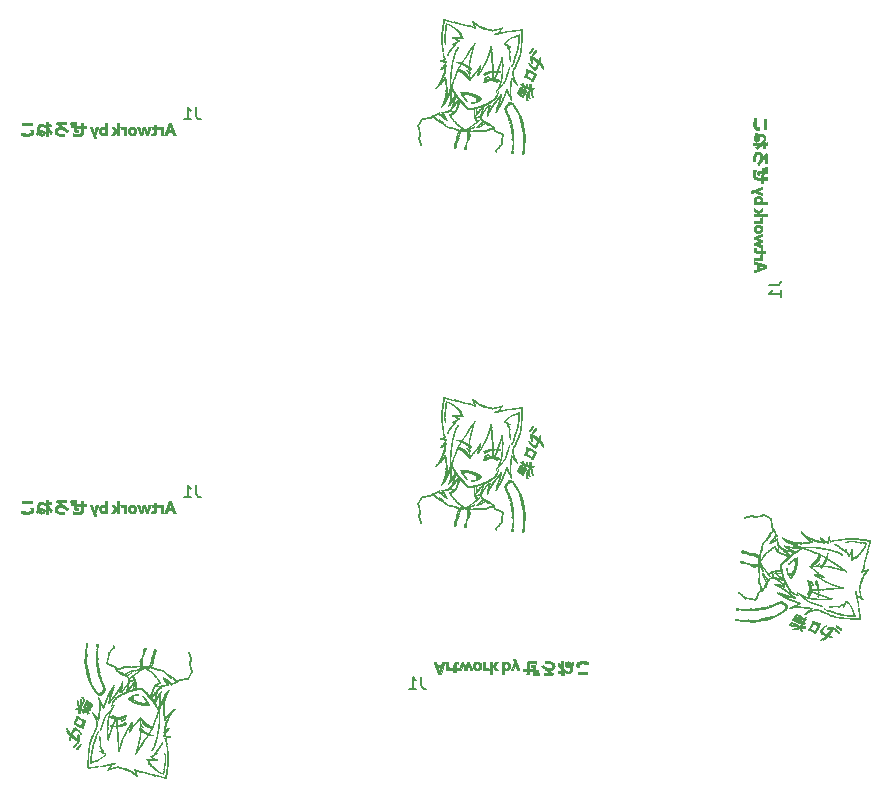
<source format=gbo>
G04 #@! TF.GenerationSoftware,KiCad,Pcbnew,5.1.2*
G04 #@! TF.CreationDate,2019-06-04T19:46:48+02:00*
G04 #@! TF.ProjectId,ohren,6f687265-6e2e-46b6-9963-61645f706362,rev?*
G04 #@! TF.SameCoordinates,Original*
G04 #@! TF.FileFunction,Legend,Bot*
G04 #@! TF.FilePolarity,Positive*
%FSLAX46Y46*%
G04 Gerber Fmt 4.6, Leading zero omitted, Abs format (unit mm)*
G04 Created by KiCad (PCBNEW 5.1.2) date 2019-06-04 19:46:48*
%MOMM*%
%LPD*%
G04 APERTURE LIST*
%ADD10C,0.010000*%
%ADD11C,0.150000*%
G04 APERTURE END LIST*
D10*
G36*
X172992945Y-132255849D02*
G01*
X172927305Y-132235091D01*
X172867489Y-132215896D01*
X172815865Y-132199049D01*
X172774802Y-132185330D01*
X172746668Y-132175523D01*
X172733833Y-132170410D01*
X172733417Y-132170135D01*
X172739936Y-132165598D01*
X172762213Y-132156031D01*
X172798112Y-132142222D01*
X172845499Y-132124962D01*
X172902240Y-132105043D01*
X172966201Y-132083254D01*
X172985065Y-132076941D01*
X173244593Y-131990434D01*
X173244593Y-131813533D01*
X173195204Y-131833041D01*
X173164181Y-131845162D01*
X173119257Y-131862531D01*
X173062898Y-131884210D01*
X172997565Y-131909259D01*
X172925722Y-131936741D01*
X172849832Y-131965718D01*
X172772360Y-131995250D01*
X172695767Y-132024399D01*
X172622518Y-132052228D01*
X172555076Y-132077797D01*
X172495904Y-132100168D01*
X172447466Y-132118402D01*
X172412224Y-132131562D01*
X172395574Y-132137667D01*
X172322667Y-132163853D01*
X172322667Y-132256667D01*
X172323027Y-132295870D01*
X172323998Y-132326882D01*
X172325414Y-132345695D01*
X172326495Y-132349481D01*
X172336164Y-132346060D01*
X172359593Y-132336758D01*
X172393211Y-132323016D01*
X172431366Y-132307148D01*
X172472694Y-132290356D01*
X172508645Y-132276716D01*
X172535131Y-132267716D01*
X172547555Y-132264814D01*
X172559455Y-132268142D01*
X172586855Y-132277627D01*
X172627752Y-132292520D01*
X172680145Y-132312073D01*
X172742031Y-132335538D01*
X172811408Y-132362165D01*
X172886275Y-132391208D01*
X172899883Y-132396518D01*
X172974984Y-132425816D01*
X173044460Y-132452848D01*
X173106391Y-132476873D01*
X173158861Y-132497151D01*
X173199949Y-132512940D01*
X173227738Y-132523499D01*
X173240309Y-132528086D01*
X173240828Y-132528222D01*
X173242389Y-132519470D01*
X173243634Y-132495832D01*
X173244410Y-132461238D01*
X173244593Y-132431550D01*
X173244593Y-132334878D01*
X172992945Y-132255849D01*
X172992945Y-132255849D01*
G37*
X172992945Y-132255849D02*
X172927305Y-132235091D01*
X172867489Y-132215896D01*
X172815865Y-132199049D01*
X172774802Y-132185330D01*
X172746668Y-132175523D01*
X172733833Y-132170410D01*
X172733417Y-132170135D01*
X172739936Y-132165598D01*
X172762213Y-132156031D01*
X172798112Y-132142222D01*
X172845499Y-132124962D01*
X172902240Y-132105043D01*
X172966201Y-132083254D01*
X172985065Y-132076941D01*
X173244593Y-131990434D01*
X173244593Y-131813533D01*
X173195204Y-131833041D01*
X173164181Y-131845162D01*
X173119257Y-131862531D01*
X173062898Y-131884210D01*
X172997565Y-131909259D01*
X172925722Y-131936741D01*
X172849832Y-131965718D01*
X172772360Y-131995250D01*
X172695767Y-132024399D01*
X172622518Y-132052228D01*
X172555076Y-132077797D01*
X172495904Y-132100168D01*
X172447466Y-132118402D01*
X172412224Y-132131562D01*
X172395574Y-132137667D01*
X172322667Y-132163853D01*
X172322667Y-132256667D01*
X172323027Y-132295870D01*
X172323998Y-132326882D01*
X172325414Y-132345695D01*
X172326495Y-132349481D01*
X172336164Y-132346060D01*
X172359593Y-132336758D01*
X172393211Y-132323016D01*
X172431366Y-132307148D01*
X172472694Y-132290356D01*
X172508645Y-132276716D01*
X172535131Y-132267716D01*
X172547555Y-132264814D01*
X172559455Y-132268142D01*
X172586855Y-132277627D01*
X172627752Y-132292520D01*
X172680145Y-132312073D01*
X172742031Y-132335538D01*
X172811408Y-132362165D01*
X172886275Y-132391208D01*
X172899883Y-132396518D01*
X172974984Y-132425816D01*
X173044460Y-132452848D01*
X173106391Y-132476873D01*
X173158861Y-132497151D01*
X173199949Y-132512940D01*
X173227738Y-132523499D01*
X173240309Y-132528086D01*
X173240828Y-132528222D01*
X173242389Y-132519470D01*
X173243634Y-132495832D01*
X173244410Y-132461238D01*
X173244593Y-132431550D01*
X173244593Y-132334878D01*
X172992945Y-132255849D01*
G36*
X173650147Y-129071938D02*
G01*
X173641368Y-129059535D01*
X173622297Y-129043533D01*
X173597191Y-129024895D01*
X173568684Y-129004421D01*
X173546276Y-128989178D01*
X173534007Y-128981893D01*
X173533074Y-128981629D01*
X173525521Y-128988918D01*
X173512518Y-129007306D01*
X173506182Y-129017403D01*
X173494998Y-129034024D01*
X173475361Y-129061367D01*
X173449116Y-129097009D01*
X173418110Y-129138530D01*
X173384189Y-129183506D01*
X173349202Y-129229515D01*
X173314993Y-129274135D01*
X173283411Y-129314945D01*
X173256302Y-129349522D01*
X173235512Y-129375444D01*
X173222889Y-129390288D01*
X173219929Y-129392842D01*
X173219880Y-129383090D01*
X173221907Y-129359493D01*
X173225584Y-129326857D01*
X173226233Y-129321634D01*
X173229804Y-129234382D01*
X173219418Y-129148665D01*
X173196135Y-129068093D01*
X173161010Y-128996278D01*
X173115102Y-128936829D01*
X173112889Y-128934592D01*
X173057623Y-128889398D01*
X172996568Y-128859967D01*
X172926020Y-128844702D01*
X172898871Y-128842436D01*
X172813462Y-128846026D01*
X172736263Y-128866298D01*
X172667849Y-128902741D01*
X172608795Y-128954840D01*
X172559677Y-129022083D01*
X172521069Y-129103956D01*
X172493546Y-129199946D01*
X172492490Y-129205018D01*
X172483835Y-129258569D01*
X172476710Y-129324220D01*
X172471523Y-129395413D01*
X172468682Y-129465589D01*
X172468595Y-129528189D01*
X172470264Y-129562416D01*
X172474160Y-129611683D01*
X172527765Y-129626553D01*
X172562457Y-129636384D01*
X172593980Y-129645661D01*
X172608645Y-129650193D01*
X172629977Y-129656436D01*
X172642316Y-129658963D01*
X172644231Y-129650089D01*
X172645380Y-129625578D01*
X172645718Y-129588591D01*
X172645200Y-129542292D01*
X172644424Y-129510122D01*
X172643862Y-129414893D01*
X172648492Y-129334785D01*
X172658810Y-129266700D01*
X172675313Y-129207539D01*
X172698496Y-129154203D01*
X172702719Y-129146259D01*
X172739763Y-129092471D01*
X172783424Y-129055836D01*
X172834829Y-129035511D01*
X172855303Y-129032041D01*
X172915785Y-129032964D01*
X172968209Y-129050371D01*
X173011787Y-129083392D01*
X173045729Y-129131157D01*
X173069248Y-129192796D01*
X173081554Y-129267440D01*
X173082541Y-129282666D01*
X173079947Y-129371538D01*
X173061877Y-129454224D01*
X173027096Y-129536075D01*
X173021753Y-129546074D01*
X172997574Y-129588131D01*
X172972695Y-129625745D01*
X172943872Y-129663093D01*
X172907863Y-129704352D01*
X172861424Y-129753698D01*
X172856844Y-129758448D01*
X172783502Y-129834415D01*
X172854598Y-129898299D01*
X172884530Y-129924610D01*
X172908919Y-129944949D01*
X172924691Y-129956816D01*
X172928961Y-129958739D01*
X172935548Y-129950689D01*
X172952105Y-129930142D01*
X172976863Y-129899303D01*
X173008051Y-129860379D01*
X173043899Y-129815575D01*
X173056291Y-129800074D01*
X173104136Y-129740728D01*
X173155150Y-129678358D01*
X173207506Y-129615118D01*
X173259379Y-129553162D01*
X173308941Y-129494645D01*
X173354365Y-129441719D01*
X173393826Y-129396541D01*
X173425496Y-129361262D01*
X173447549Y-129338038D01*
X173450676Y-129334999D01*
X173479778Y-129307368D01*
X173479641Y-129358517D01*
X173479006Y-129390456D01*
X173477380Y-129433565D01*
X173474978Y-129484304D01*
X173472016Y-129539132D01*
X173468710Y-129594509D01*
X173465276Y-129646895D01*
X173461931Y-129692750D01*
X173458889Y-129728534D01*
X173456368Y-129750707D01*
X173455434Y-129755389D01*
X173454718Y-129763071D01*
X173460549Y-129767919D01*
X173476157Y-129770573D01*
X173504778Y-129771668D01*
X173538887Y-129771851D01*
X173627487Y-129771851D01*
X173633261Y-129454351D01*
X173634894Y-129377308D01*
X173636865Y-129304954D01*
X173639075Y-129239782D01*
X173641420Y-129184283D01*
X173643801Y-129140948D01*
X173646116Y-129112270D01*
X173647577Y-129102506D01*
X173651321Y-129084882D01*
X173650147Y-129071938D01*
X173650147Y-129071938D01*
G37*
X173650147Y-129071938D02*
X173641368Y-129059535D01*
X173622297Y-129043533D01*
X173597191Y-129024895D01*
X173568684Y-129004421D01*
X173546276Y-128989178D01*
X173534007Y-128981893D01*
X173533074Y-128981629D01*
X173525521Y-128988918D01*
X173512518Y-129007306D01*
X173506182Y-129017403D01*
X173494998Y-129034024D01*
X173475361Y-129061367D01*
X173449116Y-129097009D01*
X173418110Y-129138530D01*
X173384189Y-129183506D01*
X173349202Y-129229515D01*
X173314993Y-129274135D01*
X173283411Y-129314945D01*
X173256302Y-129349522D01*
X173235512Y-129375444D01*
X173222889Y-129390288D01*
X173219929Y-129392842D01*
X173219880Y-129383090D01*
X173221907Y-129359493D01*
X173225584Y-129326857D01*
X173226233Y-129321634D01*
X173229804Y-129234382D01*
X173219418Y-129148665D01*
X173196135Y-129068093D01*
X173161010Y-128996278D01*
X173115102Y-128936829D01*
X173112889Y-128934592D01*
X173057623Y-128889398D01*
X172996568Y-128859967D01*
X172926020Y-128844702D01*
X172898871Y-128842436D01*
X172813462Y-128846026D01*
X172736263Y-128866298D01*
X172667849Y-128902741D01*
X172608795Y-128954840D01*
X172559677Y-129022083D01*
X172521069Y-129103956D01*
X172493546Y-129199946D01*
X172492490Y-129205018D01*
X172483835Y-129258569D01*
X172476710Y-129324220D01*
X172471523Y-129395413D01*
X172468682Y-129465589D01*
X172468595Y-129528189D01*
X172470264Y-129562416D01*
X172474160Y-129611683D01*
X172527765Y-129626553D01*
X172562457Y-129636384D01*
X172593980Y-129645661D01*
X172608645Y-129650193D01*
X172629977Y-129656436D01*
X172642316Y-129658963D01*
X172644231Y-129650089D01*
X172645380Y-129625578D01*
X172645718Y-129588591D01*
X172645200Y-129542292D01*
X172644424Y-129510122D01*
X172643862Y-129414893D01*
X172648492Y-129334785D01*
X172658810Y-129266700D01*
X172675313Y-129207539D01*
X172698496Y-129154203D01*
X172702719Y-129146259D01*
X172739763Y-129092471D01*
X172783424Y-129055836D01*
X172834829Y-129035511D01*
X172855303Y-129032041D01*
X172915785Y-129032964D01*
X172968209Y-129050371D01*
X173011787Y-129083392D01*
X173045729Y-129131157D01*
X173069248Y-129192796D01*
X173081554Y-129267440D01*
X173082541Y-129282666D01*
X173079947Y-129371538D01*
X173061877Y-129454224D01*
X173027096Y-129536075D01*
X173021753Y-129546074D01*
X172997574Y-129588131D01*
X172972695Y-129625745D01*
X172943872Y-129663093D01*
X172907863Y-129704352D01*
X172861424Y-129753698D01*
X172856844Y-129758448D01*
X172783502Y-129834415D01*
X172854598Y-129898299D01*
X172884530Y-129924610D01*
X172908919Y-129944949D01*
X172924691Y-129956816D01*
X172928961Y-129958739D01*
X172935548Y-129950689D01*
X172952105Y-129930142D01*
X172976863Y-129899303D01*
X173008051Y-129860379D01*
X173043899Y-129815575D01*
X173056291Y-129800074D01*
X173104136Y-129740728D01*
X173155150Y-129678358D01*
X173207506Y-129615118D01*
X173259379Y-129553162D01*
X173308941Y-129494645D01*
X173354365Y-129441719D01*
X173393826Y-129396541D01*
X173425496Y-129361262D01*
X173447549Y-129338038D01*
X173450676Y-129334999D01*
X173479778Y-129307368D01*
X173479641Y-129358517D01*
X173479006Y-129390456D01*
X173477380Y-129433565D01*
X173474978Y-129484304D01*
X173472016Y-129539132D01*
X173468710Y-129594509D01*
X173465276Y-129646895D01*
X173461931Y-129692750D01*
X173458889Y-129728534D01*
X173456368Y-129750707D01*
X173455434Y-129755389D01*
X173454718Y-129763071D01*
X173460549Y-129767919D01*
X173476157Y-129770573D01*
X173504778Y-129771668D01*
X173538887Y-129771851D01*
X173627487Y-129771851D01*
X173633261Y-129454351D01*
X173634894Y-129377308D01*
X173636865Y-129304954D01*
X173639075Y-129239782D01*
X173641420Y-129184283D01*
X173643801Y-129140948D01*
X173646116Y-129112270D01*
X173647577Y-129102506D01*
X173651321Y-129084882D01*
X173650147Y-129071938D01*
G36*
X173587963Y-130464021D02*
G01*
X173539706Y-130466746D01*
X173485752Y-130469796D01*
X173445764Y-130472060D01*
X173374121Y-130476121D01*
X173380528Y-130366227D01*
X173383461Y-130321262D01*
X173386584Y-130282154D01*
X173389508Y-130253352D01*
X173391657Y-130239870D01*
X173392144Y-130232015D01*
X173385898Y-130227133D01*
X173369603Y-130224535D01*
X173339938Y-130223532D01*
X173312459Y-130223407D01*
X173228539Y-130223407D01*
X173222455Y-130295382D01*
X173219339Y-130339841D01*
X173217145Y-130385656D01*
X173216371Y-130420849D01*
X173216371Y-130474342D01*
X173071756Y-130484654D01*
X173000614Y-130490703D01*
X172945893Y-130497795D01*
X172905205Y-130506494D01*
X172876163Y-130517363D01*
X172856379Y-130530964D01*
X172850988Y-130536729D01*
X172839200Y-130560980D01*
X172833320Y-130599008D01*
X172833274Y-130652146D01*
X172838986Y-130721725D01*
X172840082Y-130731476D01*
X172845372Y-130778073D01*
X172850583Y-130808930D01*
X172858872Y-130826843D01*
X172873396Y-130834607D01*
X172897313Y-130835016D01*
X172933778Y-130830867D01*
X172950065Y-130828857D01*
X172998908Y-130822990D01*
X172993427Y-130745312D01*
X172991188Y-130707390D01*
X172992653Y-130681207D01*
X173000646Y-130664303D01*
X173017995Y-130654222D01*
X173047524Y-130648504D01*
X173092059Y-130644690D01*
X173110537Y-130643431D01*
X173197556Y-130637538D01*
X173197556Y-130661522D01*
X173196658Y-130680526D01*
X173194210Y-130713877D01*
X173190583Y-130757615D01*
X173186145Y-130807780D01*
X173181267Y-130860415D01*
X173176318Y-130911560D01*
X173171669Y-130957256D01*
X173167688Y-130993544D01*
X173164746Y-131016466D01*
X173164012Y-131020685D01*
X173161877Y-131028346D01*
X173157390Y-131033888D01*
X173147861Y-131037650D01*
X173130601Y-131039971D01*
X173102920Y-131041189D01*
X173062129Y-131041643D01*
X173005539Y-131041671D01*
X172997469Y-131041662D01*
X172911222Y-131040986D01*
X172841783Y-131038720D01*
X172787167Y-131034170D01*
X172745387Y-131026645D01*
X172714458Y-131015454D01*
X172692395Y-130999903D01*
X172677212Y-130979301D01*
X172666924Y-130952957D01*
X172660279Y-130924138D01*
X172655751Y-130884450D01*
X172653771Y-130830033D01*
X172654145Y-130764769D01*
X172656683Y-130692545D01*
X172661192Y-130617244D01*
X172667480Y-130542750D01*
X172675355Y-130472949D01*
X172684625Y-130411724D01*
X172685990Y-130404233D01*
X172691750Y-130373392D01*
X172598931Y-130379659D01*
X172559349Y-130382547D01*
X172527532Y-130385275D01*
X172507653Y-130387462D01*
X172503122Y-130388403D01*
X172499119Y-130400657D01*
X172495221Y-130428824D01*
X172491537Y-130470001D01*
X172488175Y-130521286D01*
X172485243Y-130579778D01*
X172482850Y-130642573D01*
X172481104Y-130706770D01*
X172480113Y-130769466D01*
X172479985Y-130827759D01*
X172480830Y-130878748D01*
X172482755Y-130919529D01*
X172483117Y-130924259D01*
X172492859Y-131003837D01*
X172508692Y-131067112D01*
X172532061Y-131116014D01*
X172564412Y-131152473D01*
X172607193Y-131178418D01*
X172661849Y-131195780D01*
X172690771Y-131201318D01*
X172718864Y-131204325D01*
X172761753Y-131206961D01*
X172815420Y-131209073D01*
X172875848Y-131210506D01*
X172939020Y-131211105D01*
X172945908Y-131211114D01*
X173141111Y-131211185D01*
X173140928Y-131241759D01*
X173139503Y-131264257D01*
X173135827Y-131299546D01*
X173130541Y-131341825D01*
X173127116Y-131366407D01*
X173121325Y-131407228D01*
X173116692Y-131441496D01*
X173113822Y-131464652D01*
X173113187Y-131471563D01*
X173121772Y-131478961D01*
X173145444Y-131485405D01*
X173166982Y-131488506D01*
X173204019Y-131492725D01*
X173239209Y-131497063D01*
X173254865Y-131499166D01*
X173288655Y-131503966D01*
X173294971Y-131364977D01*
X173297759Y-131315395D01*
X173301184Y-131272413D01*
X173304887Y-131239582D01*
X173308505Y-131220455D01*
X173309965Y-131217309D01*
X173322192Y-131214455D01*
X173350131Y-131212638D01*
X173390703Y-131211943D01*
X173440830Y-131212453D01*
X173465063Y-131213080D01*
X173611482Y-131217530D01*
X173611495Y-131122635D01*
X173611509Y-131027740D01*
X173465495Y-131030554D01*
X173319482Y-131033368D01*
X173324591Y-130997628D01*
X173327084Y-130976954D01*
X173330719Y-130942717D01*
X173335129Y-130898815D01*
X173339948Y-130849143D01*
X173344811Y-130797599D01*
X173349351Y-130748078D01*
X173353201Y-130704479D01*
X173355996Y-130670697D01*
X173357369Y-130650629D01*
X173357449Y-130647968D01*
X173360573Y-130643097D01*
X173371533Y-130639826D01*
X173392750Y-130638010D01*
X173426649Y-130637504D01*
X173475653Y-130638160D01*
X173508000Y-130638916D01*
X173658519Y-130642746D01*
X173658519Y-130460043D01*
X173587963Y-130464021D01*
X173587963Y-130464021D01*
G37*
X173587963Y-130464021D02*
X173539706Y-130466746D01*
X173485752Y-130469796D01*
X173445764Y-130472060D01*
X173374121Y-130476121D01*
X173380528Y-130366227D01*
X173383461Y-130321262D01*
X173386584Y-130282154D01*
X173389508Y-130253352D01*
X173391657Y-130239870D01*
X173392144Y-130232015D01*
X173385898Y-130227133D01*
X173369603Y-130224535D01*
X173339938Y-130223532D01*
X173312459Y-130223407D01*
X173228539Y-130223407D01*
X173222455Y-130295382D01*
X173219339Y-130339841D01*
X173217145Y-130385656D01*
X173216371Y-130420849D01*
X173216371Y-130474342D01*
X173071756Y-130484654D01*
X173000614Y-130490703D01*
X172945893Y-130497795D01*
X172905205Y-130506494D01*
X172876163Y-130517363D01*
X172856379Y-130530964D01*
X172850988Y-130536729D01*
X172839200Y-130560980D01*
X172833320Y-130599008D01*
X172833274Y-130652146D01*
X172838986Y-130721725D01*
X172840082Y-130731476D01*
X172845372Y-130778073D01*
X172850583Y-130808930D01*
X172858872Y-130826843D01*
X172873396Y-130834607D01*
X172897313Y-130835016D01*
X172933778Y-130830867D01*
X172950065Y-130828857D01*
X172998908Y-130822990D01*
X172993427Y-130745312D01*
X172991188Y-130707390D01*
X172992653Y-130681207D01*
X173000646Y-130664303D01*
X173017995Y-130654222D01*
X173047524Y-130648504D01*
X173092059Y-130644690D01*
X173110537Y-130643431D01*
X173197556Y-130637538D01*
X173197556Y-130661522D01*
X173196658Y-130680526D01*
X173194210Y-130713877D01*
X173190583Y-130757615D01*
X173186145Y-130807780D01*
X173181267Y-130860415D01*
X173176318Y-130911560D01*
X173171669Y-130957256D01*
X173167688Y-130993544D01*
X173164746Y-131016466D01*
X173164012Y-131020685D01*
X173161877Y-131028346D01*
X173157390Y-131033888D01*
X173147861Y-131037650D01*
X173130601Y-131039971D01*
X173102920Y-131041189D01*
X173062129Y-131041643D01*
X173005539Y-131041671D01*
X172997469Y-131041662D01*
X172911222Y-131040986D01*
X172841783Y-131038720D01*
X172787167Y-131034170D01*
X172745387Y-131026645D01*
X172714458Y-131015454D01*
X172692395Y-130999903D01*
X172677212Y-130979301D01*
X172666924Y-130952957D01*
X172660279Y-130924138D01*
X172655751Y-130884450D01*
X172653771Y-130830033D01*
X172654145Y-130764769D01*
X172656683Y-130692545D01*
X172661192Y-130617244D01*
X172667480Y-130542750D01*
X172675355Y-130472949D01*
X172684625Y-130411724D01*
X172685990Y-130404233D01*
X172691750Y-130373392D01*
X172598931Y-130379659D01*
X172559349Y-130382547D01*
X172527532Y-130385275D01*
X172507653Y-130387462D01*
X172503122Y-130388403D01*
X172499119Y-130400657D01*
X172495221Y-130428824D01*
X172491537Y-130470001D01*
X172488175Y-130521286D01*
X172485243Y-130579778D01*
X172482850Y-130642573D01*
X172481104Y-130706770D01*
X172480113Y-130769466D01*
X172479985Y-130827759D01*
X172480830Y-130878748D01*
X172482755Y-130919529D01*
X172483117Y-130924259D01*
X172492859Y-131003837D01*
X172508692Y-131067112D01*
X172532061Y-131116014D01*
X172564412Y-131152473D01*
X172607193Y-131178418D01*
X172661849Y-131195780D01*
X172690771Y-131201318D01*
X172718864Y-131204325D01*
X172761753Y-131206961D01*
X172815420Y-131209073D01*
X172875848Y-131210506D01*
X172939020Y-131211105D01*
X172945908Y-131211114D01*
X173141111Y-131211185D01*
X173140928Y-131241759D01*
X173139503Y-131264257D01*
X173135827Y-131299546D01*
X173130541Y-131341825D01*
X173127116Y-131366407D01*
X173121325Y-131407228D01*
X173116692Y-131441496D01*
X173113822Y-131464652D01*
X173113187Y-131471563D01*
X173121772Y-131478961D01*
X173145444Y-131485405D01*
X173166982Y-131488506D01*
X173204019Y-131492725D01*
X173239209Y-131497063D01*
X173254865Y-131499166D01*
X173288655Y-131503966D01*
X173294971Y-131364977D01*
X173297759Y-131315395D01*
X173301184Y-131272413D01*
X173304887Y-131239582D01*
X173308505Y-131220455D01*
X173309965Y-131217309D01*
X173322192Y-131214455D01*
X173350131Y-131212638D01*
X173390703Y-131211943D01*
X173440830Y-131212453D01*
X173465063Y-131213080D01*
X173611482Y-131217530D01*
X173611495Y-131122635D01*
X173611509Y-131027740D01*
X173465495Y-131030554D01*
X173319482Y-131033368D01*
X173324591Y-130997628D01*
X173327084Y-130976954D01*
X173330719Y-130942717D01*
X173335129Y-130898815D01*
X173339948Y-130849143D01*
X173344811Y-130797599D01*
X173349351Y-130748078D01*
X173353201Y-130704479D01*
X173355996Y-130670697D01*
X173357369Y-130650629D01*
X173357449Y-130647968D01*
X173360573Y-130643097D01*
X173371533Y-130639826D01*
X173392750Y-130638010D01*
X173426649Y-130637504D01*
X173475653Y-130638160D01*
X173508000Y-130638916D01*
X173658519Y-130642746D01*
X173658519Y-130460043D01*
X173587963Y-130464021D01*
G36*
X173651463Y-128071919D02*
G01*
X173627971Y-128075790D01*
X173594280Y-128080407D01*
X173567637Y-128083622D01*
X173534296Y-128086557D01*
X173512327Y-128085028D01*
X173494529Y-128077568D01*
X173476853Y-128065126D01*
X173444024Y-128040086D01*
X173385117Y-128078160D01*
X173356369Y-128095968D01*
X173334267Y-128108209D01*
X173322955Y-128112620D01*
X173322409Y-128112433D01*
X173326068Y-128103857D01*
X173339055Y-128084072D01*
X173358987Y-128056593D01*
X173370454Y-128041532D01*
X173430769Y-127956092D01*
X173474845Y-127876261D01*
X173503588Y-127799891D01*
X173517900Y-127724834D01*
X173519935Y-127686242D01*
X173512002Y-127612851D01*
X173487286Y-127547570D01*
X173446229Y-127490940D01*
X173389274Y-127443503D01*
X173316862Y-127405799D01*
X173279735Y-127392276D01*
X173230040Y-127380991D01*
X173165240Y-127373818D01*
X173088631Y-127370959D01*
X173003511Y-127372611D01*
X172977394Y-127373981D01*
X172856009Y-127381246D01*
X172836430Y-127355938D01*
X172813445Y-127327937D01*
X172787541Y-127298974D01*
X172762190Y-127272614D01*
X172740865Y-127252423D01*
X172727037Y-127241966D01*
X172724777Y-127241259D01*
X172712620Y-127246039D01*
X172688621Y-127258880D01*
X172656676Y-127277528D01*
X172620680Y-127299734D01*
X172595482Y-127315977D01*
X172590457Y-127322937D01*
X172594261Y-127334091D01*
X172608633Y-127352319D01*
X172633111Y-127378248D01*
X172658620Y-127404909D01*
X172672428Y-127421667D01*
X172676254Y-127431806D01*
X172671820Y-127438611D01*
X172666548Y-127442084D01*
X172631689Y-127467717D01*
X172595801Y-127502151D01*
X172564347Y-127539478D01*
X172542790Y-127573792D01*
X172540918Y-127577915D01*
X172521163Y-127642685D01*
X172513929Y-127711573D01*
X172518624Y-127780402D01*
X172534653Y-127844992D01*
X172561422Y-127901165D01*
X172592268Y-127939260D01*
X172639639Y-127971911D01*
X172695007Y-127990124D01*
X172754004Y-127993707D01*
X172754004Y-127841474D01*
X172719810Y-127836066D01*
X172693284Y-127815078D01*
X172676308Y-127780836D01*
X172670741Y-127738663D01*
X172673641Y-127704719D01*
X172680950Y-127673961D01*
X172684842Y-127664611D01*
X172704368Y-127637992D01*
X172732187Y-127612572D01*
X172761526Y-127593879D01*
X172778926Y-127587824D01*
X172791483Y-127589413D01*
X172801727Y-127601644D01*
X172812606Y-127628223D01*
X172813792Y-127631666D01*
X172827540Y-127687798D01*
X172829851Y-127738927D01*
X172821466Y-127782454D01*
X172803126Y-127815779D01*
X172775571Y-127836303D01*
X172754004Y-127841474D01*
X172754004Y-127993707D01*
X172754092Y-127993713D01*
X172812609Y-127982495D01*
X172866278Y-127956286D01*
X172873241Y-127951350D01*
X172910048Y-127912993D01*
X172937988Y-127860744D01*
X172956473Y-127797605D01*
X172964917Y-127726577D01*
X172962733Y-127650665D01*
X172949334Y-127572868D01*
X172948151Y-127568166D01*
X172941516Y-127542296D01*
X173058421Y-127542296D01*
X173132730Y-127544219D01*
X173191763Y-127550495D01*
X173238715Y-127561880D01*
X173276779Y-127579133D01*
X173307275Y-127601349D01*
X173344335Y-127644743D01*
X173363817Y-127694060D01*
X173366889Y-127725085D01*
X173359602Y-127773240D01*
X173338892Y-127829577D01*
X173306487Y-127891122D01*
X173264116Y-127954900D01*
X173213507Y-128017939D01*
X173169703Y-128064407D01*
X173102970Y-128130259D01*
X172884504Y-128129925D01*
X172815560Y-128129496D01*
X172746814Y-128128488D01*
X172682562Y-128127006D01*
X172627104Y-128125156D01*
X172584737Y-128123042D01*
X172574315Y-128122302D01*
X172482593Y-128115013D01*
X172482593Y-128304961D01*
X172694259Y-128298458D01*
X172755077Y-128296782D01*
X172809064Y-128295663D01*
X172853567Y-128295126D01*
X172885934Y-128295194D01*
X172903511Y-128295894D01*
X172905926Y-128296505D01*
X172898511Y-128302978D01*
X172877976Y-128318031D01*
X172846888Y-128339855D01*
X172807815Y-128366642D01*
X172774684Y-128388988D01*
X172731581Y-128418375D01*
X172694900Y-128444359D01*
X172667119Y-128465103D01*
X172650716Y-128478772D01*
X172647385Y-128483300D01*
X172656411Y-128491145D01*
X172677296Y-128506830D01*
X172706344Y-128527617D01*
X172722614Y-128538961D01*
X172756931Y-128562117D01*
X172779771Y-128575533D01*
X172794748Y-128580705D01*
X172805478Y-128579127D01*
X172811302Y-128575620D01*
X172823610Y-128566460D01*
X172848530Y-128547730D01*
X172883680Y-128521229D01*
X172926680Y-128488752D01*
X172975146Y-128452096D01*
X173001370Y-128432243D01*
X173052532Y-128393936D01*
X173100382Y-128358925D01*
X173142335Y-128329036D01*
X173175807Y-128306098D01*
X173198212Y-128291936D01*
X173204309Y-128288780D01*
X173234391Y-128280334D01*
X173268765Y-128276167D01*
X173273715Y-128276074D01*
X173312849Y-128276074D01*
X173307565Y-128311351D01*
X173301498Y-128354307D01*
X173295650Y-128399979D01*
X173290446Y-128444459D01*
X173286309Y-128483835D01*
X173283664Y-128514200D01*
X173282937Y-128531642D01*
X173283367Y-128534255D01*
X173293708Y-128536703D01*
X173318265Y-128540275D01*
X173352524Y-128544344D01*
X173367971Y-128545974D01*
X173449015Y-128554234D01*
X173460302Y-128417506D01*
X173464919Y-128368304D01*
X173469971Y-128325627D01*
X173474950Y-128293076D01*
X173479351Y-128274252D01*
X173480838Y-128271370D01*
X173493699Y-128267064D01*
X173520838Y-128263080D01*
X173557721Y-128259975D01*
X173583711Y-128258729D01*
X173677333Y-128255496D01*
X173677333Y-128066759D01*
X173651463Y-128071919D01*
X173651463Y-128071919D01*
G37*
X173651463Y-128071919D02*
X173627971Y-128075790D01*
X173594280Y-128080407D01*
X173567637Y-128083622D01*
X173534296Y-128086557D01*
X173512327Y-128085028D01*
X173494529Y-128077568D01*
X173476853Y-128065126D01*
X173444024Y-128040086D01*
X173385117Y-128078160D01*
X173356369Y-128095968D01*
X173334267Y-128108209D01*
X173322955Y-128112620D01*
X173322409Y-128112433D01*
X173326068Y-128103857D01*
X173339055Y-128084072D01*
X173358987Y-128056593D01*
X173370454Y-128041532D01*
X173430769Y-127956092D01*
X173474845Y-127876261D01*
X173503588Y-127799891D01*
X173517900Y-127724834D01*
X173519935Y-127686242D01*
X173512002Y-127612851D01*
X173487286Y-127547570D01*
X173446229Y-127490940D01*
X173389274Y-127443503D01*
X173316862Y-127405799D01*
X173279735Y-127392276D01*
X173230040Y-127380991D01*
X173165240Y-127373818D01*
X173088631Y-127370959D01*
X173003511Y-127372611D01*
X172977394Y-127373981D01*
X172856009Y-127381246D01*
X172836430Y-127355938D01*
X172813445Y-127327937D01*
X172787541Y-127298974D01*
X172762190Y-127272614D01*
X172740865Y-127252423D01*
X172727037Y-127241966D01*
X172724777Y-127241259D01*
X172712620Y-127246039D01*
X172688621Y-127258880D01*
X172656676Y-127277528D01*
X172620680Y-127299734D01*
X172595482Y-127315977D01*
X172590457Y-127322937D01*
X172594261Y-127334091D01*
X172608633Y-127352319D01*
X172633111Y-127378248D01*
X172658620Y-127404909D01*
X172672428Y-127421667D01*
X172676254Y-127431806D01*
X172671820Y-127438611D01*
X172666548Y-127442084D01*
X172631689Y-127467717D01*
X172595801Y-127502151D01*
X172564347Y-127539478D01*
X172542790Y-127573792D01*
X172540918Y-127577915D01*
X172521163Y-127642685D01*
X172513929Y-127711573D01*
X172518624Y-127780402D01*
X172534653Y-127844992D01*
X172561422Y-127901165D01*
X172592268Y-127939260D01*
X172639639Y-127971911D01*
X172695007Y-127990124D01*
X172754004Y-127993707D01*
X172754004Y-127841474D01*
X172719810Y-127836066D01*
X172693284Y-127815078D01*
X172676308Y-127780836D01*
X172670741Y-127738663D01*
X172673641Y-127704719D01*
X172680950Y-127673961D01*
X172684842Y-127664611D01*
X172704368Y-127637992D01*
X172732187Y-127612572D01*
X172761526Y-127593879D01*
X172778926Y-127587824D01*
X172791483Y-127589413D01*
X172801727Y-127601644D01*
X172812606Y-127628223D01*
X172813792Y-127631666D01*
X172827540Y-127687798D01*
X172829851Y-127738927D01*
X172821466Y-127782454D01*
X172803126Y-127815779D01*
X172775571Y-127836303D01*
X172754004Y-127841474D01*
X172754004Y-127993707D01*
X172754092Y-127993713D01*
X172812609Y-127982495D01*
X172866278Y-127956286D01*
X172873241Y-127951350D01*
X172910048Y-127912993D01*
X172937988Y-127860744D01*
X172956473Y-127797605D01*
X172964917Y-127726577D01*
X172962733Y-127650665D01*
X172949334Y-127572868D01*
X172948151Y-127568166D01*
X172941516Y-127542296D01*
X173058421Y-127542296D01*
X173132730Y-127544219D01*
X173191763Y-127550495D01*
X173238715Y-127561880D01*
X173276779Y-127579133D01*
X173307275Y-127601349D01*
X173344335Y-127644743D01*
X173363817Y-127694060D01*
X173366889Y-127725085D01*
X173359602Y-127773240D01*
X173338892Y-127829577D01*
X173306487Y-127891122D01*
X173264116Y-127954900D01*
X173213507Y-128017939D01*
X173169703Y-128064407D01*
X173102970Y-128130259D01*
X172884504Y-128129925D01*
X172815560Y-128129496D01*
X172746814Y-128128488D01*
X172682562Y-128127006D01*
X172627104Y-128125156D01*
X172584737Y-128123042D01*
X172574315Y-128122302D01*
X172482593Y-128115013D01*
X172482593Y-128304961D01*
X172694259Y-128298458D01*
X172755077Y-128296782D01*
X172809064Y-128295663D01*
X172853567Y-128295126D01*
X172885934Y-128295194D01*
X172903511Y-128295894D01*
X172905926Y-128296505D01*
X172898511Y-128302978D01*
X172877976Y-128318031D01*
X172846888Y-128339855D01*
X172807815Y-128366642D01*
X172774684Y-128388988D01*
X172731581Y-128418375D01*
X172694900Y-128444359D01*
X172667119Y-128465103D01*
X172650716Y-128478772D01*
X172647385Y-128483300D01*
X172656411Y-128491145D01*
X172677296Y-128506830D01*
X172706344Y-128527617D01*
X172722614Y-128538961D01*
X172756931Y-128562117D01*
X172779771Y-128575533D01*
X172794748Y-128580705D01*
X172805478Y-128579127D01*
X172811302Y-128575620D01*
X172823610Y-128566460D01*
X172848530Y-128547730D01*
X172883680Y-128521229D01*
X172926680Y-128488752D01*
X172975146Y-128452096D01*
X173001370Y-128432243D01*
X173052532Y-128393936D01*
X173100382Y-128358925D01*
X173142335Y-128329036D01*
X173175807Y-128306098D01*
X173198212Y-128291936D01*
X173204309Y-128288780D01*
X173234391Y-128280334D01*
X173268765Y-128276167D01*
X173273715Y-128276074D01*
X173312849Y-128276074D01*
X173307565Y-128311351D01*
X173301498Y-128354307D01*
X173295650Y-128399979D01*
X173290446Y-128444459D01*
X173286309Y-128483835D01*
X173283664Y-128514200D01*
X173282937Y-128531642D01*
X173283367Y-128534255D01*
X173293708Y-128536703D01*
X173318265Y-128540275D01*
X173352524Y-128544344D01*
X173367971Y-128545974D01*
X173449015Y-128554234D01*
X173460302Y-128417506D01*
X173464919Y-128368304D01*
X173469971Y-128325627D01*
X173474950Y-128293076D01*
X173479351Y-128274252D01*
X173480838Y-128271370D01*
X173493699Y-128267064D01*
X173520838Y-128263080D01*
X173557721Y-128259975D01*
X173583711Y-128258729D01*
X173677333Y-128255496D01*
X173677333Y-128066759D01*
X173651463Y-128071919D01*
G36*
X172995491Y-126903334D02*
G01*
X172991803Y-126866038D01*
X172987978Y-126832056D01*
X172985384Y-126812489D01*
X172980940Y-126783535D01*
X172922267Y-126796189D01*
X172858120Y-126804781D01*
X172805634Y-126799587D01*
X172763482Y-126779717D01*
X172730340Y-126744279D01*
X172704880Y-126692382D01*
X172689457Y-126639714D01*
X172684614Y-126605718D01*
X172681900Y-126556778D01*
X172681181Y-126496630D01*
X172682323Y-126429008D01*
X172685192Y-126357646D01*
X172689653Y-126286280D01*
X172695572Y-126218644D01*
X172702814Y-126158474D01*
X172707923Y-126126481D01*
X172715450Y-126084279D01*
X172721580Y-126048979D01*
X172725620Y-126024649D01*
X172726890Y-126015615D01*
X172718275Y-126012794D01*
X172694779Y-126011007D01*
X172660314Y-126010447D01*
X172630861Y-126010911D01*
X172534536Y-126013592D01*
X172523542Y-126074740D01*
X172513102Y-126144199D01*
X172504678Y-126223080D01*
X172498385Y-126307536D01*
X172494339Y-126393714D01*
X172492654Y-126477767D01*
X172493447Y-126555845D01*
X172496831Y-126624098D01*
X172502922Y-126678675D01*
X172505117Y-126690926D01*
X172528164Y-126778742D01*
X172559233Y-126850241D01*
X172598923Y-126906391D01*
X172647834Y-126948163D01*
X172672578Y-126962312D01*
X172705441Y-126977056D01*
X172735057Y-126985190D01*
X172769743Y-126988466D01*
X172798426Y-126988822D01*
X172845809Y-126986948D01*
X172897111Y-126982351D01*
X172935925Y-126976882D01*
X173001153Y-126965225D01*
X172995491Y-126903334D01*
X172995491Y-126903334D01*
G37*
X172995491Y-126903334D02*
X172991803Y-126866038D01*
X172987978Y-126832056D01*
X172985384Y-126812489D01*
X172980940Y-126783535D01*
X172922267Y-126796189D01*
X172858120Y-126804781D01*
X172805634Y-126799587D01*
X172763482Y-126779717D01*
X172730340Y-126744279D01*
X172704880Y-126692382D01*
X172689457Y-126639714D01*
X172684614Y-126605718D01*
X172681900Y-126556778D01*
X172681181Y-126496630D01*
X172682323Y-126429008D01*
X172685192Y-126357646D01*
X172689653Y-126286280D01*
X172695572Y-126218644D01*
X172702814Y-126158474D01*
X172707923Y-126126481D01*
X172715450Y-126084279D01*
X172721580Y-126048979D01*
X172725620Y-126024649D01*
X172726890Y-126015615D01*
X172718275Y-126012794D01*
X172694779Y-126011007D01*
X172660314Y-126010447D01*
X172630861Y-126010911D01*
X172534536Y-126013592D01*
X172523542Y-126074740D01*
X172513102Y-126144199D01*
X172504678Y-126223080D01*
X172498385Y-126307536D01*
X172494339Y-126393714D01*
X172492654Y-126477767D01*
X172493447Y-126555845D01*
X172496831Y-126624098D01*
X172502922Y-126678675D01*
X172505117Y-126690926D01*
X172528164Y-126778742D01*
X172559233Y-126850241D01*
X172598923Y-126906391D01*
X172647834Y-126948163D01*
X172672578Y-126962312D01*
X172705441Y-126977056D01*
X172735057Y-126985190D01*
X172769743Y-126988466D01*
X172798426Y-126988822D01*
X172845809Y-126986948D01*
X172897111Y-126982351D01*
X172935925Y-126976882D01*
X173001153Y-126965225D01*
X172995491Y-126903334D01*
G36*
X173247381Y-135284971D02*
G01*
X173222416Y-135216043D01*
X173183380Y-135155790D01*
X173179419Y-135151188D01*
X173125979Y-135104146D01*
X173061694Y-135069843D01*
X172989825Y-135048566D01*
X172913629Y-135040602D01*
X172836368Y-135046238D01*
X172761301Y-135065761D01*
X172691687Y-135099459D01*
X172679773Y-135107197D01*
X172625694Y-135154883D01*
X172583005Y-135215269D01*
X172552867Y-135285265D01*
X172536443Y-135361780D01*
X172534892Y-135441722D01*
X172539704Y-135480019D01*
X172561589Y-135553346D01*
X172599250Y-135618614D01*
X172650698Y-135673184D01*
X172713944Y-135714418D01*
X172717778Y-135716272D01*
X172741313Y-135726701D01*
X172762934Y-135733692D01*
X172787309Y-135737921D01*
X172819105Y-135740065D01*
X172862989Y-135740800D01*
X172887325Y-135740851D01*
X172902170Y-135740785D01*
X172902170Y-135566762D01*
X172832733Y-135560915D01*
X172777129Y-135543101D01*
X172734182Y-135512700D01*
X172702720Y-135469094D01*
X172697831Y-135459018D01*
X172683705Y-135418366D01*
X172681695Y-135380023D01*
X172689795Y-135339611D01*
X172710585Y-135297863D01*
X172745518Y-135264158D01*
X172791320Y-135239423D01*
X172844716Y-135224586D01*
X172902433Y-135220574D01*
X172961196Y-135228313D01*
X173015151Y-135247466D01*
X173059744Y-135278736D01*
X173091151Y-135320981D01*
X173107889Y-135370470D01*
X173108478Y-135423474D01*
X173099163Y-135458931D01*
X173072221Y-135504786D01*
X173031396Y-135538184D01*
X172977103Y-135558898D01*
X172909754Y-135566701D01*
X172902170Y-135566762D01*
X172902170Y-135740785D01*
X172936950Y-135740628D01*
X172972578Y-135739411D01*
X172999024Y-135736380D01*
X173021103Y-135730715D01*
X173043633Y-135721596D01*
X173067405Y-135710186D01*
X173105200Y-135688398D01*
X173141198Y-135662371D01*
X173164698Y-135640760D01*
X173208561Y-135579447D01*
X173238863Y-135509812D01*
X173255502Y-135435255D01*
X173258375Y-135359175D01*
X173247381Y-135284971D01*
X173247381Y-135284971D01*
G37*
X173247381Y-135284971D02*
X173222416Y-135216043D01*
X173183380Y-135155790D01*
X173179419Y-135151188D01*
X173125979Y-135104146D01*
X173061694Y-135069843D01*
X172989825Y-135048566D01*
X172913629Y-135040602D01*
X172836368Y-135046238D01*
X172761301Y-135065761D01*
X172691687Y-135099459D01*
X172679773Y-135107197D01*
X172625694Y-135154883D01*
X172583005Y-135215269D01*
X172552867Y-135285265D01*
X172536443Y-135361780D01*
X172534892Y-135441722D01*
X172539704Y-135480019D01*
X172561589Y-135553346D01*
X172599250Y-135618614D01*
X172650698Y-135673184D01*
X172713944Y-135714418D01*
X172717778Y-135716272D01*
X172741313Y-135726701D01*
X172762934Y-135733692D01*
X172787309Y-135737921D01*
X172819105Y-135740065D01*
X172862989Y-135740800D01*
X172887325Y-135740851D01*
X172902170Y-135740785D01*
X172902170Y-135566762D01*
X172832733Y-135560915D01*
X172777129Y-135543101D01*
X172734182Y-135512700D01*
X172702720Y-135469094D01*
X172697831Y-135459018D01*
X172683705Y-135418366D01*
X172681695Y-135380023D01*
X172689795Y-135339611D01*
X172710585Y-135297863D01*
X172745518Y-135264158D01*
X172791320Y-135239423D01*
X172844716Y-135224586D01*
X172902433Y-135220574D01*
X172961196Y-135228313D01*
X173015151Y-135247466D01*
X173059744Y-135278736D01*
X173091151Y-135320981D01*
X173107889Y-135370470D01*
X173108478Y-135423474D01*
X173099163Y-135458931D01*
X173072221Y-135504786D01*
X173031396Y-135538184D01*
X172977103Y-135558898D01*
X172909754Y-135566701D01*
X172902170Y-135566762D01*
X172902170Y-135740785D01*
X172936950Y-135740628D01*
X172972578Y-135739411D01*
X172999024Y-135736380D01*
X173021103Y-135730715D01*
X173043633Y-135721596D01*
X173067405Y-135710186D01*
X173105200Y-135688398D01*
X173141198Y-135662371D01*
X173164698Y-135640760D01*
X173208561Y-135579447D01*
X173238863Y-135509812D01*
X173255502Y-135435255D01*
X173258375Y-135359175D01*
X173247381Y-135284971D01*
G36*
X173404519Y-133092666D02*
G01*
X173344397Y-133092309D01*
X173291141Y-133091308D01*
X173247436Y-133089771D01*
X173215967Y-133087805D01*
X173199419Y-133085517D01*
X173197556Y-133084411D01*
X173203981Y-133072072D01*
X173211151Y-133064872D01*
X173225852Y-133043912D01*
X173239097Y-133009351D01*
X173249499Y-132966400D01*
X173255671Y-132920274D01*
X173256767Y-132893409D01*
X173247915Y-132821473D01*
X173222174Y-132756461D01*
X173180767Y-132700204D01*
X173124918Y-132654534D01*
X173081810Y-132631551D01*
X173007419Y-132607417D01*
X172928289Y-132597247D01*
X172848142Y-132600459D01*
X172770700Y-132616470D01*
X172699684Y-132644700D01*
X172638819Y-132684565D01*
X172617695Y-132704104D01*
X172579905Y-132755152D01*
X172552399Y-132817306D01*
X172536727Y-132885008D01*
X172534438Y-132952699D01*
X172539065Y-132986114D01*
X172552683Y-133032145D01*
X172571702Y-133070249D01*
X172590158Y-133092152D01*
X172603628Y-133110214D01*
X172598407Y-133126403D01*
X172576667Y-133139703D01*
X172560834Y-133147537D01*
X172552396Y-133157885D01*
X172549038Y-133176241D01*
X172548445Y-133206697D01*
X172548445Y-133262000D01*
X172805971Y-133262000D01*
X172805971Y-133091538D01*
X172777054Y-133090649D01*
X172757840Y-133088390D01*
X172745292Y-133084428D01*
X172736376Y-133078432D01*
X172729208Y-133071301D01*
X172708811Y-133041375D01*
X172691753Y-133002214D01*
X172681898Y-132963392D01*
X172680864Y-132951555D01*
X172683011Y-132926435D01*
X172689067Y-132896404D01*
X172689922Y-132893223D01*
X172710507Y-132851805D01*
X172744722Y-132818825D01*
X172789155Y-132794749D01*
X172840394Y-132780044D01*
X172895027Y-132775177D01*
X172949641Y-132780614D01*
X173000823Y-132796823D01*
X173045161Y-132824270D01*
X173063492Y-132842119D01*
X173094739Y-132890384D01*
X173109334Y-132942960D01*
X173106990Y-132996397D01*
X173087416Y-133047248D01*
X173081479Y-133056699D01*
X173060423Y-133087963D01*
X172905057Y-133090534D01*
X172847627Y-133091389D01*
X172805971Y-133091538D01*
X172805971Y-133262000D01*
X173611482Y-133262000D01*
X173611482Y-133092666D01*
X173404519Y-133092666D01*
X173404519Y-133092666D01*
G37*
X173404519Y-133092666D02*
X173344397Y-133092309D01*
X173291141Y-133091308D01*
X173247436Y-133089771D01*
X173215967Y-133087805D01*
X173199419Y-133085517D01*
X173197556Y-133084411D01*
X173203981Y-133072072D01*
X173211151Y-133064872D01*
X173225852Y-133043912D01*
X173239097Y-133009351D01*
X173249499Y-132966400D01*
X173255671Y-132920274D01*
X173256767Y-132893409D01*
X173247915Y-132821473D01*
X173222174Y-132756461D01*
X173180767Y-132700204D01*
X173124918Y-132654534D01*
X173081810Y-132631551D01*
X173007419Y-132607417D01*
X172928289Y-132597247D01*
X172848142Y-132600459D01*
X172770700Y-132616470D01*
X172699684Y-132644700D01*
X172638819Y-132684565D01*
X172617695Y-132704104D01*
X172579905Y-132755152D01*
X172552399Y-132817306D01*
X172536727Y-132885008D01*
X172534438Y-132952699D01*
X172539065Y-132986114D01*
X172552683Y-133032145D01*
X172571702Y-133070249D01*
X172590158Y-133092152D01*
X172603628Y-133110214D01*
X172598407Y-133126403D01*
X172576667Y-133139703D01*
X172560834Y-133147537D01*
X172552396Y-133157885D01*
X172549038Y-133176241D01*
X172548445Y-133206697D01*
X172548445Y-133262000D01*
X172805971Y-133262000D01*
X172805971Y-133091538D01*
X172777054Y-133090649D01*
X172757840Y-133088390D01*
X172745292Y-133084428D01*
X172736376Y-133078432D01*
X172729208Y-133071301D01*
X172708811Y-133041375D01*
X172691753Y-133002214D01*
X172681898Y-132963392D01*
X172680864Y-132951555D01*
X172683011Y-132926435D01*
X172689067Y-132896404D01*
X172689922Y-132893223D01*
X172710507Y-132851805D01*
X172744722Y-132818825D01*
X172789155Y-132794749D01*
X172840394Y-132780044D01*
X172895027Y-132775177D01*
X172949641Y-132780614D01*
X173000823Y-132796823D01*
X173045161Y-132824270D01*
X173063492Y-132842119D01*
X173094739Y-132890384D01*
X173109334Y-132942960D01*
X173106990Y-132996397D01*
X173087416Y-133047248D01*
X173081479Y-133056699D01*
X173060423Y-133087963D01*
X172905057Y-133090534D01*
X172847627Y-133091389D01*
X172805971Y-133091538D01*
X172805971Y-133262000D01*
X173611482Y-133262000D01*
X173611482Y-133092666D01*
X173404519Y-133092666D01*
G36*
X173244593Y-137222518D02*
G01*
X173244593Y-137043777D01*
X173103482Y-137043777D01*
X173103482Y-137222518D01*
X172928977Y-137222518D01*
X172858827Y-137222099D01*
X172804977Y-137220451D01*
X172764928Y-137216986D01*
X172736176Y-137211119D01*
X172716220Y-137202262D01*
X172702557Y-137189829D01*
X172692685Y-137173234D01*
X172689694Y-137166408D01*
X172683006Y-137137583D01*
X172681514Y-137101610D01*
X172682176Y-137091834D01*
X172686577Y-137046034D01*
X172630181Y-137030354D01*
X172599548Y-137023262D01*
X172576254Y-137020494D01*
X172566364Y-137022171D01*
X172561916Y-137033774D01*
X172555927Y-137057881D01*
X172549585Y-137088380D01*
X172544079Y-137119159D01*
X172540598Y-137144106D01*
X172540208Y-137156666D01*
X172542207Y-137167852D01*
X172546239Y-137191541D01*
X172549530Y-137211199D01*
X172562041Y-137263104D01*
X172581726Y-137303158D01*
X172611105Y-137337260D01*
X172631775Y-137355375D01*
X172652777Y-137369386D01*
X172676907Y-137379879D01*
X172706960Y-137387436D01*
X172745732Y-137392644D01*
X172796019Y-137396087D01*
X172860616Y-137398349D01*
X172908278Y-137399399D01*
X173103482Y-137403160D01*
X173103482Y-137495333D01*
X173244593Y-137495333D01*
X173244593Y-137401259D01*
X173442148Y-137401259D01*
X173442148Y-137222518D01*
X173244593Y-137222518D01*
X173244593Y-137222518D01*
G37*
X173244593Y-137222518D02*
X173244593Y-137043777D01*
X173103482Y-137043777D01*
X173103482Y-137222518D01*
X172928977Y-137222518D01*
X172858827Y-137222099D01*
X172804977Y-137220451D01*
X172764928Y-137216986D01*
X172736176Y-137211119D01*
X172716220Y-137202262D01*
X172702557Y-137189829D01*
X172692685Y-137173234D01*
X172689694Y-137166408D01*
X172683006Y-137137583D01*
X172681514Y-137101610D01*
X172682176Y-137091834D01*
X172686577Y-137046034D01*
X172630181Y-137030354D01*
X172599548Y-137023262D01*
X172576254Y-137020494D01*
X172566364Y-137022171D01*
X172561916Y-137033774D01*
X172555927Y-137057881D01*
X172549585Y-137088380D01*
X172544079Y-137119159D01*
X172540598Y-137144106D01*
X172540208Y-137156666D01*
X172542207Y-137167852D01*
X172546239Y-137191541D01*
X172549530Y-137211199D01*
X172562041Y-137263104D01*
X172581726Y-137303158D01*
X172611105Y-137337260D01*
X172631775Y-137355375D01*
X172652777Y-137369386D01*
X172676907Y-137379879D01*
X172706960Y-137387436D01*
X172745732Y-137392644D01*
X172796019Y-137396087D01*
X172860616Y-137398349D01*
X172908278Y-137399399D01*
X173103482Y-137403160D01*
X173103482Y-137495333D01*
X173244593Y-137495333D01*
X173244593Y-137401259D01*
X173442148Y-137401259D01*
X173442148Y-137222518D01*
X173244593Y-137222518D01*
G36*
X173543319Y-138596750D02*
G01*
X173540926Y-138479908D01*
X173047037Y-138307757D01*
X172955118Y-138275729D01*
X172868662Y-138245626D01*
X172789274Y-138218006D01*
X172718562Y-138193427D01*
X172658131Y-138172447D01*
X172609588Y-138155623D01*
X172574540Y-138143513D01*
X172554591Y-138136675D01*
X172550478Y-138135322D01*
X172549624Y-138143961D01*
X172549380Y-138167566D01*
X172549747Y-138202300D01*
X172550478Y-138235401D01*
X172553148Y-138335765D01*
X172677985Y-138377359D01*
X172802821Y-138418952D01*
X172797741Y-138807000D01*
X172675445Y-138845459D01*
X172553148Y-138883918D01*
X172550457Y-138980745D01*
X172550010Y-139027669D01*
X172551620Y-139059043D01*
X172555193Y-139073547D01*
X172557169Y-139074323D01*
X172567531Y-139070574D01*
X172593937Y-139060965D01*
X172634754Y-139046092D01*
X172688355Y-139026549D01*
X172753106Y-139002931D01*
X172827380Y-138975832D01*
X172909544Y-138945847D01*
X172967926Y-138924537D01*
X172967926Y-138746518D01*
X172965962Y-138737662D01*
X172964302Y-138713300D01*
X172963083Y-138676738D01*
X172962438Y-138631284D01*
X172962371Y-138610111D01*
X172962871Y-138561883D01*
X172964247Y-138521144D01*
X172966313Y-138491199D01*
X172968881Y-138475357D01*
X172970077Y-138473703D01*
X172981372Y-138476468D01*
X173007026Y-138484099D01*
X173044001Y-138495603D01*
X173089254Y-138509987D01*
X173139744Y-138526256D01*
X173192431Y-138543417D01*
X173244273Y-138560477D01*
X173292230Y-138576442D01*
X173333260Y-138590317D01*
X173364323Y-138601110D01*
X173382377Y-138607827D01*
X173385704Y-138609509D01*
X173377248Y-138613098D01*
X173353899Y-138621418D01*
X173318688Y-138633475D01*
X173274645Y-138648276D01*
X173224800Y-138664827D01*
X173172184Y-138682134D01*
X173119827Y-138699203D01*
X173070758Y-138715041D01*
X173028009Y-138728653D01*
X172994610Y-138739047D01*
X172973590Y-138745228D01*
X172967926Y-138746518D01*
X172967926Y-138924537D01*
X172997968Y-138913571D01*
X173056142Y-138892333D01*
X173545713Y-138713592D01*
X173543319Y-138596750D01*
X173543319Y-138596750D01*
G37*
X173543319Y-138596750D02*
X173540926Y-138479908D01*
X173047037Y-138307757D01*
X172955118Y-138275729D01*
X172868662Y-138245626D01*
X172789274Y-138218006D01*
X172718562Y-138193427D01*
X172658131Y-138172447D01*
X172609588Y-138155623D01*
X172574540Y-138143513D01*
X172554591Y-138136675D01*
X172550478Y-138135322D01*
X172549624Y-138143961D01*
X172549380Y-138167566D01*
X172549747Y-138202300D01*
X172550478Y-138235401D01*
X172553148Y-138335765D01*
X172677985Y-138377359D01*
X172802821Y-138418952D01*
X172797741Y-138807000D01*
X172675445Y-138845459D01*
X172553148Y-138883918D01*
X172550457Y-138980745D01*
X172550010Y-139027669D01*
X172551620Y-139059043D01*
X172555193Y-139073547D01*
X172557169Y-139074323D01*
X172567531Y-139070574D01*
X172593937Y-139060965D01*
X172634754Y-139046092D01*
X172688355Y-139026549D01*
X172753106Y-139002931D01*
X172827380Y-138975832D01*
X172909544Y-138945847D01*
X172967926Y-138924537D01*
X172967926Y-138746518D01*
X172965962Y-138737662D01*
X172964302Y-138713300D01*
X172963083Y-138676738D01*
X172962438Y-138631284D01*
X172962371Y-138610111D01*
X172962871Y-138561883D01*
X172964247Y-138521144D01*
X172966313Y-138491199D01*
X172968881Y-138475357D01*
X172970077Y-138473703D01*
X172981372Y-138476468D01*
X173007026Y-138484099D01*
X173044001Y-138495603D01*
X173089254Y-138509987D01*
X173139744Y-138526256D01*
X173192431Y-138543417D01*
X173244273Y-138560477D01*
X173292230Y-138576442D01*
X173333260Y-138590317D01*
X173364323Y-138601110D01*
X173382377Y-138607827D01*
X173385704Y-138609509D01*
X173377248Y-138613098D01*
X173353899Y-138621418D01*
X173318688Y-138633475D01*
X173274645Y-138648276D01*
X173224800Y-138664827D01*
X173172184Y-138682134D01*
X173119827Y-138699203D01*
X173070758Y-138715041D01*
X173028009Y-138728653D01*
X172994610Y-138739047D01*
X172973590Y-138745228D01*
X172967926Y-138746518D01*
X172967926Y-138924537D01*
X172997968Y-138913571D01*
X173056142Y-138892333D01*
X173545713Y-138713592D01*
X173543319Y-138596750D01*
G36*
X173245423Y-137597095D02*
G01*
X173241262Y-137566015D01*
X173237223Y-137550929D01*
X173227387Y-137526563D01*
X173151080Y-137546167D01*
X173074772Y-137565772D01*
X173082071Y-137594053D01*
X173089502Y-137655918D01*
X173081145Y-137716820D01*
X173058072Y-137772000D01*
X173034890Y-137803426D01*
X173028404Y-137809968D01*
X173020836Y-137815001D01*
X173009822Y-137818723D01*
X172992997Y-137821331D01*
X172967997Y-137823024D01*
X172932457Y-137823998D01*
X172884013Y-137824453D01*
X172820300Y-137824585D01*
X172781990Y-137824592D01*
X172548445Y-137824592D01*
X172548445Y-138003333D01*
X173244593Y-138003333D01*
X173244593Y-137863576D01*
X173192852Y-137857111D01*
X173164587Y-137853203D01*
X173145794Y-137849883D01*
X173141111Y-137848343D01*
X173146984Y-137840834D01*
X173162081Y-137823990D01*
X173175591Y-137809479D01*
X173216891Y-137753790D01*
X173240450Y-137692501D01*
X173247021Y-137632385D01*
X173245423Y-137597095D01*
X173245423Y-137597095D01*
G37*
X173245423Y-137597095D02*
X173241262Y-137566015D01*
X173237223Y-137550929D01*
X173227387Y-137526563D01*
X173151080Y-137546167D01*
X173074772Y-137565772D01*
X173082071Y-137594053D01*
X173089502Y-137655918D01*
X173081145Y-137716820D01*
X173058072Y-137772000D01*
X173034890Y-137803426D01*
X173028404Y-137809968D01*
X173020836Y-137815001D01*
X173009822Y-137818723D01*
X172992997Y-137821331D01*
X172967997Y-137823024D01*
X172932457Y-137823998D01*
X172884013Y-137824453D01*
X172820300Y-137824585D01*
X172781990Y-137824592D01*
X172548445Y-137824592D01*
X172548445Y-138003333D01*
X173244593Y-138003333D01*
X173244593Y-137863576D01*
X173192852Y-137857111D01*
X173164587Y-137853203D01*
X173145794Y-137849883D01*
X173141111Y-137848343D01*
X173146984Y-137840834D01*
X173162081Y-137823990D01*
X173175591Y-137809479D01*
X173216891Y-137753790D01*
X173240450Y-137692501D01*
X173247021Y-137632385D01*
X173245423Y-137597095D01*
G36*
X172990330Y-136700851D02*
G01*
X172925056Y-136681507D01*
X172866493Y-136663600D01*
X172816841Y-136647847D01*
X172778296Y-136634965D01*
X172753058Y-136625671D01*
X172743323Y-136620683D01*
X172743386Y-136620300D01*
X172754048Y-136616125D01*
X172780378Y-136607574D01*
X172819937Y-136595386D01*
X172870286Y-136580300D01*
X172928988Y-136563057D01*
X172992945Y-136544585D01*
X173235185Y-136475186D01*
X173235185Y-136294693D01*
X173002352Y-136225568D01*
X172938751Y-136206576D01*
X172880711Y-136189037D01*
X172830801Y-136173744D01*
X172791589Y-136161489D01*
X172765643Y-136153065D01*
X172755886Y-136149484D01*
X172754496Y-136146795D01*
X172759552Y-136142654D01*
X172772436Y-136136588D01*
X172794530Y-136128123D01*
X172827216Y-136116786D01*
X172871875Y-136102103D01*
X172929889Y-136083603D01*
X173002639Y-136060811D01*
X173091506Y-136033254D01*
X173129352Y-136021569D01*
X173244593Y-135986022D01*
X173244593Y-135812104D01*
X173166982Y-135840333D01*
X173137940Y-135850866D01*
X173094263Y-135866665D01*
X173039019Y-135886624D01*
X172975276Y-135909635D01*
X172906101Y-135934590D01*
X172834560Y-135960381D01*
X172821259Y-135965174D01*
X172553148Y-136061787D01*
X172550478Y-136151149D01*
X172547807Y-136240511D01*
X172602218Y-136257282D01*
X172682422Y-136282283D01*
X172758831Y-136306632D01*
X172829533Y-136329676D01*
X172892617Y-136350762D01*
X172946170Y-136369238D01*
X172988281Y-136384449D01*
X173017037Y-136395744D01*
X173030526Y-136402469D01*
X173031167Y-136403784D01*
X173020412Y-136408082D01*
X172994043Y-136416831D01*
X172954521Y-136429267D01*
X172904311Y-136444627D01*
X172845876Y-136462146D01*
X172785982Y-136479804D01*
X172548445Y-136549283D01*
X172548445Y-136713166D01*
X172602537Y-136733423D01*
X172624808Y-136741709D01*
X172662076Y-136755510D01*
X172711683Y-136773846D01*
X172770969Y-136795733D01*
X172837274Y-136820191D01*
X172907941Y-136846237D01*
X172938852Y-136857624D01*
X173008089Y-136883129D01*
X173071900Y-136906644D01*
X173128078Y-136927354D01*
X173174414Y-136944446D01*
X173208699Y-136957105D01*
X173228727Y-136964517D01*
X173232833Y-136966049D01*
X173238360Y-136963513D01*
X173241967Y-136949336D01*
X173243945Y-136921192D01*
X173244590Y-136876755D01*
X173244593Y-136872810D01*
X173244593Y-136775088D01*
X172990330Y-136700851D01*
X172990330Y-136700851D01*
G37*
X172990330Y-136700851D02*
X172925056Y-136681507D01*
X172866493Y-136663600D01*
X172816841Y-136647847D01*
X172778296Y-136634965D01*
X172753058Y-136625671D01*
X172743323Y-136620683D01*
X172743386Y-136620300D01*
X172754048Y-136616125D01*
X172780378Y-136607574D01*
X172819937Y-136595386D01*
X172870286Y-136580300D01*
X172928988Y-136563057D01*
X172992945Y-136544585D01*
X173235185Y-136475186D01*
X173235185Y-136294693D01*
X173002352Y-136225568D01*
X172938751Y-136206576D01*
X172880711Y-136189037D01*
X172830801Y-136173744D01*
X172791589Y-136161489D01*
X172765643Y-136153065D01*
X172755886Y-136149484D01*
X172754496Y-136146795D01*
X172759552Y-136142654D01*
X172772436Y-136136588D01*
X172794530Y-136128123D01*
X172827216Y-136116786D01*
X172871875Y-136102103D01*
X172929889Y-136083603D01*
X173002639Y-136060811D01*
X173091506Y-136033254D01*
X173129352Y-136021569D01*
X173244593Y-135986022D01*
X173244593Y-135812104D01*
X173166982Y-135840333D01*
X173137940Y-135850866D01*
X173094263Y-135866665D01*
X173039019Y-135886624D01*
X172975276Y-135909635D01*
X172906101Y-135934590D01*
X172834560Y-135960381D01*
X172821259Y-135965174D01*
X172553148Y-136061787D01*
X172550478Y-136151149D01*
X172547807Y-136240511D01*
X172602218Y-136257282D01*
X172682422Y-136282283D01*
X172758831Y-136306632D01*
X172829533Y-136329676D01*
X172892617Y-136350762D01*
X172946170Y-136369238D01*
X172988281Y-136384449D01*
X173017037Y-136395744D01*
X173030526Y-136402469D01*
X173031167Y-136403784D01*
X173020412Y-136408082D01*
X172994043Y-136416831D01*
X172954521Y-136429267D01*
X172904311Y-136444627D01*
X172845876Y-136462146D01*
X172785982Y-136479804D01*
X172548445Y-136549283D01*
X172548445Y-136713166D01*
X172602537Y-136733423D01*
X172624808Y-136741709D01*
X172662076Y-136755510D01*
X172711683Y-136773846D01*
X172770969Y-136795733D01*
X172837274Y-136820191D01*
X172907941Y-136846237D01*
X172938852Y-136857624D01*
X173008089Y-136883129D01*
X173071900Y-136906644D01*
X173128078Y-136927354D01*
X173174414Y-136944446D01*
X173208699Y-136957105D01*
X173228727Y-136964517D01*
X173232833Y-136966049D01*
X173238360Y-136963513D01*
X173241967Y-136949336D01*
X173243945Y-136921192D01*
X173244590Y-136876755D01*
X173244593Y-136872810D01*
X173244593Y-136775088D01*
X172990330Y-136700851D01*
G36*
X173245423Y-134473835D02*
G01*
X173241262Y-134442756D01*
X173237223Y-134427670D01*
X173227387Y-134403303D01*
X173151080Y-134422908D01*
X173074772Y-134442513D01*
X173082071Y-134470793D01*
X173089502Y-134532659D01*
X173081145Y-134593561D01*
X173058072Y-134648740D01*
X173034890Y-134680166D01*
X173028404Y-134686709D01*
X173020836Y-134691742D01*
X173009822Y-134695464D01*
X172992997Y-134698072D01*
X172967997Y-134699764D01*
X172932457Y-134700739D01*
X172884013Y-134701193D01*
X172820300Y-134701326D01*
X172781990Y-134701333D01*
X172548445Y-134701333D01*
X172548445Y-134880074D01*
X173244593Y-134880074D01*
X173244593Y-134740316D01*
X173192852Y-134733852D01*
X173164587Y-134729944D01*
X173145794Y-134726624D01*
X173141111Y-134725083D01*
X173146984Y-134717575D01*
X173162081Y-134700731D01*
X173175591Y-134686220D01*
X173216891Y-134630531D01*
X173240450Y-134569242D01*
X173247021Y-134509125D01*
X173245423Y-134473835D01*
X173245423Y-134473835D01*
G37*
X173245423Y-134473835D02*
X173241262Y-134442756D01*
X173237223Y-134427670D01*
X173227387Y-134403303D01*
X173151080Y-134422908D01*
X173074772Y-134442513D01*
X173082071Y-134470793D01*
X173089502Y-134532659D01*
X173081145Y-134593561D01*
X173058072Y-134648740D01*
X173034890Y-134680166D01*
X173028404Y-134686709D01*
X173020836Y-134691742D01*
X173009822Y-134695464D01*
X172992997Y-134698072D01*
X172967997Y-134699764D01*
X172932457Y-134700739D01*
X172884013Y-134701193D01*
X172820300Y-134701326D01*
X172781990Y-134701333D01*
X172548445Y-134701333D01*
X172548445Y-134880074D01*
X173244593Y-134880074D01*
X173244593Y-134740316D01*
X173192852Y-134733852D01*
X173164587Y-134729944D01*
X173145794Y-134726624D01*
X173141111Y-134725083D01*
X173146984Y-134717575D01*
X173162081Y-134700731D01*
X173175591Y-134686220D01*
X173216891Y-134630531D01*
X173240450Y-134569242D01*
X173247021Y-134509125D01*
X173245423Y-134473835D01*
G36*
X173265759Y-134125245D02*
G01*
X172920037Y-134122777D01*
X173082315Y-133991637D01*
X173244593Y-133860496D01*
X173244593Y-133655359D01*
X173199908Y-133692732D01*
X173175783Y-133712916D01*
X173141479Y-133741624D01*
X173101242Y-133775303D01*
X173059321Y-133810397D01*
X173051741Y-133816743D01*
X173013908Y-133848108D01*
X172980677Y-133875078D01*
X172954952Y-133895340D01*
X172939634Y-133906581D01*
X172937230Y-133907973D01*
X172926989Y-133903796D01*
X172903965Y-133889641D01*
X172870302Y-133866980D01*
X172828143Y-133837288D01*
X172779633Y-133802038D01*
X172737322Y-133770548D01*
X172548445Y-133628532D01*
X172548733Y-133743951D01*
X172549022Y-133859370D01*
X172718822Y-133981666D01*
X172768689Y-134017787D01*
X172813658Y-134050747D01*
X172851380Y-134078795D01*
X172879510Y-134100179D01*
X172895700Y-134113146D01*
X172898426Y-134115722D01*
X172898355Y-134119917D01*
X172888887Y-134123040D01*
X172868089Y-134125224D01*
X172834025Y-134126602D01*
X172784760Y-134127308D01*
X172728337Y-134127481D01*
X172548445Y-134127481D01*
X172548445Y-134296814D01*
X173611482Y-134296814D01*
X173611482Y-134127713D01*
X173265759Y-134125245D01*
X173265759Y-134125245D01*
G37*
X173265759Y-134125245D02*
X172920037Y-134122777D01*
X173082315Y-133991637D01*
X173244593Y-133860496D01*
X173244593Y-133655359D01*
X173199908Y-133692732D01*
X173175783Y-133712916D01*
X173141479Y-133741624D01*
X173101242Y-133775303D01*
X173059321Y-133810397D01*
X173051741Y-133816743D01*
X173013908Y-133848108D01*
X172980677Y-133875078D01*
X172954952Y-133895340D01*
X172939634Y-133906581D01*
X172937230Y-133907973D01*
X172926989Y-133903796D01*
X172903965Y-133889641D01*
X172870302Y-133866980D01*
X172828143Y-133837288D01*
X172779633Y-133802038D01*
X172737322Y-133770548D01*
X172548445Y-133628532D01*
X172548733Y-133743951D01*
X172549022Y-133859370D01*
X172718822Y-133981666D01*
X172768689Y-134017787D01*
X172813658Y-134050747D01*
X172851380Y-134078795D01*
X172879510Y-134100179D01*
X172895700Y-134113146D01*
X172898426Y-134115722D01*
X172898355Y-134119917D01*
X172888887Y-134123040D01*
X172868089Y-134125224D01*
X172834025Y-134126602D01*
X172784760Y-134127308D01*
X172728337Y-134127481D01*
X172548445Y-134127481D01*
X172548445Y-134296814D01*
X173611482Y-134296814D01*
X173611482Y-134127713D01*
X173265759Y-134125245D01*
G36*
X173416350Y-126093555D02*
G01*
X173410603Y-126185277D01*
X173404876Y-126298758D01*
X173401449Y-126416356D01*
X173400393Y-126531976D01*
X173401783Y-126639522D01*
X173404397Y-126709740D01*
X173406985Y-126760976D01*
X173409321Y-126806881D01*
X173411205Y-126843526D01*
X173412435Y-126866985D01*
X173412712Y-126872018D01*
X173414275Y-126881941D01*
X173419991Y-126888152D01*
X173433474Y-126891518D01*
X173458339Y-126892907D01*
X173498201Y-126893186D01*
X173500945Y-126893186D01*
X173587963Y-126893187D01*
X173587963Y-126533353D01*
X173588148Y-126451154D01*
X173588675Y-126373447D01*
X173589503Y-126302582D01*
X173590588Y-126240908D01*
X173591889Y-126190774D01*
X173593363Y-126154530D01*
X173594969Y-126134523D01*
X173595130Y-126133537D01*
X173602297Y-126093555D01*
X173416350Y-126093555D01*
X173416350Y-126093555D01*
G37*
X173416350Y-126093555D02*
X173410603Y-126185277D01*
X173404876Y-126298758D01*
X173401449Y-126416356D01*
X173400393Y-126531976D01*
X173401783Y-126639522D01*
X173404397Y-126709740D01*
X173406985Y-126760976D01*
X173409321Y-126806881D01*
X173411205Y-126843526D01*
X173412435Y-126866985D01*
X173412712Y-126872018D01*
X173414275Y-126881941D01*
X173419991Y-126888152D01*
X173433474Y-126891518D01*
X173458339Y-126892907D01*
X173498201Y-126893186D01*
X173500945Y-126893186D01*
X173587963Y-126893187D01*
X173587963Y-126533353D01*
X173588148Y-126451154D01*
X173588675Y-126373447D01*
X173589503Y-126302582D01*
X173590588Y-126240908D01*
X173591889Y-126190774D01*
X173593363Y-126154530D01*
X173594969Y-126134523D01*
X173595130Y-126133537D01*
X173602297Y-126093555D01*
X173416350Y-126093555D01*
G36*
X173642108Y-130345056D02*
G01*
X173629380Y-130338209D01*
X173603951Y-130327340D01*
X173570972Y-130314372D01*
X173535594Y-130301228D01*
X173502968Y-130289830D01*
X173478243Y-130282102D01*
X173467459Y-130279851D01*
X173456882Y-130288008D01*
X173446300Y-130308356D01*
X173443637Y-130316221D01*
X173435144Y-130348127D01*
X173433702Y-130366037D01*
X173439364Y-130373419D01*
X173444500Y-130374238D01*
X173458040Y-130377562D01*
X173484494Y-130386208D01*
X173519259Y-130398631D01*
X173538181Y-130405722D01*
X173620103Y-130436894D01*
X173634659Y-130394173D01*
X173641824Y-130367957D01*
X173643626Y-130349481D01*
X173642108Y-130345056D01*
X173642108Y-130345056D01*
G37*
X173642108Y-130345056D02*
X173629380Y-130338209D01*
X173603951Y-130327340D01*
X173570972Y-130314372D01*
X173535594Y-130301228D01*
X173502968Y-130289830D01*
X173478243Y-130282102D01*
X173467459Y-130279851D01*
X173456882Y-130288008D01*
X173446300Y-130308356D01*
X173443637Y-130316221D01*
X173435144Y-130348127D01*
X173433702Y-130366037D01*
X173439364Y-130373419D01*
X173444500Y-130374238D01*
X173458040Y-130377562D01*
X173484494Y-130386208D01*
X173519259Y-130398631D01*
X173538181Y-130405722D01*
X173620103Y-130436894D01*
X173634659Y-130394173D01*
X173641824Y-130367957D01*
X173643626Y-130349481D01*
X173642108Y-130345056D01*
G36*
X173602378Y-130158239D02*
G01*
X173561215Y-130142640D01*
X173534070Y-130133717D01*
X173517471Y-130131206D01*
X173507946Y-130134848D01*
X173502023Y-130144380D01*
X173499616Y-130150500D01*
X173487904Y-130183516D01*
X173483282Y-130203315D01*
X173485513Y-130214006D01*
X173494359Y-130219703D01*
X173495592Y-130220154D01*
X173511743Y-130226237D01*
X173540295Y-130237315D01*
X173576170Y-130251414D01*
X173592143Y-130257738D01*
X173627386Y-130271605D01*
X173655285Y-130282362D01*
X173671775Y-130288451D01*
X173674458Y-130289259D01*
X173676042Y-130280753D01*
X173677087Y-130258840D01*
X173677333Y-130238202D01*
X173677333Y-130187145D01*
X173602378Y-130158239D01*
X173602378Y-130158239D01*
G37*
X173602378Y-130158239D02*
X173561215Y-130142640D01*
X173534070Y-130133717D01*
X173517471Y-130131206D01*
X173507946Y-130134848D01*
X173502023Y-130144380D01*
X173499616Y-130150500D01*
X173487904Y-130183516D01*
X173483282Y-130203315D01*
X173485513Y-130214006D01*
X173494359Y-130219703D01*
X173495592Y-130220154D01*
X173511743Y-130226237D01*
X173540295Y-130237315D01*
X173576170Y-130251414D01*
X173592143Y-130257738D01*
X173627386Y-130271605D01*
X173655285Y-130282362D01*
X173671775Y-130288451D01*
X173674458Y-130289259D01*
X173676042Y-130280753D01*
X173677087Y-130258840D01*
X173677333Y-130238202D01*
X173677333Y-130187145D01*
X173602378Y-130158239D01*
G36*
X172882958Y-168461089D02*
G01*
X172861955Y-168460015D01*
X172824380Y-168464459D01*
X172791536Y-168470693D01*
X172695168Y-168488181D01*
X172582047Y-168502944D01*
X172462101Y-168513969D01*
X172345258Y-168520241D01*
X172296640Y-168521241D01*
X172207078Y-168521163D01*
X172123819Y-168519552D01*
X172050714Y-168516625D01*
X171991621Y-168512602D01*
X171950391Y-168507701D01*
X171930881Y-168502144D01*
X171929839Y-168500372D01*
X171942092Y-168491462D01*
X171971532Y-168481472D01*
X171982042Y-168478894D01*
X172019015Y-168468582D01*
X172043634Y-168458222D01*
X172052126Y-168450311D01*
X172040724Y-168447344D01*
X172028335Y-168448258D01*
X171929570Y-168459353D01*
X171849948Y-168467278D01*
X171782120Y-168472496D01*
X171718740Y-168475463D01*
X171652459Y-168476639D01*
X171576313Y-168476486D01*
X171531715Y-168477653D01*
X171495114Y-168481221D01*
X171483884Y-168483559D01*
X171470620Y-168485568D01*
X171449178Y-168485129D01*
X171416178Y-168481802D01*
X171368235Y-168475150D01*
X171301967Y-168464736D01*
X171213988Y-168450122D01*
X171176588Y-168443788D01*
X171133033Y-168436804D01*
X171093055Y-168430873D01*
X171065966Y-168423867D01*
X171056926Y-168414761D01*
X171057603Y-168413419D01*
X171051418Y-168404336D01*
X171025822Y-168395112D01*
X171013266Y-168392411D01*
X170978457Y-168389456D01*
X170960597Y-168394334D01*
X170963095Y-168404349D01*
X170984511Y-168415153D01*
X171005178Y-168427583D01*
X171009508Y-168436213D01*
X170997504Y-168444798D01*
X170981843Y-168445647D01*
X170959716Y-168452182D01*
X170952491Y-168474367D01*
X170954892Y-168494766D01*
X170970530Y-168509354D01*
X171005494Y-168523375D01*
X171011724Y-168525414D01*
X171050757Y-168535250D01*
X171080001Y-168537672D01*
X171087998Y-168535567D01*
X171107176Y-168532038D01*
X171145786Y-168531210D01*
X171196653Y-168533144D01*
X171215625Y-168534454D01*
X171270018Y-168538634D01*
X171315498Y-168542109D01*
X171344417Y-168544296D01*
X171348929Y-168544628D01*
X171369344Y-168546865D01*
X171410406Y-168551910D01*
X171466263Y-168559027D01*
X171531060Y-168567483D01*
X171534760Y-168567971D01*
X171646692Y-168582088D01*
X171733934Y-168592177D01*
X171737448Y-168552013D01*
X171726913Y-168546181D01*
X171729347Y-168542357D01*
X171745291Y-168542146D01*
X171747104Y-168543911D01*
X171744583Y-168551668D01*
X171737448Y-168552013D01*
X171733934Y-168592177D01*
X171761455Y-168595361D01*
X171781232Y-168597464D01*
X171784846Y-168556160D01*
X171765989Y-168550087D01*
X171772765Y-168539060D01*
X171778179Y-168536020D01*
X171795137Y-168539186D01*
X171798427Y-168543709D01*
X171794521Y-168555038D01*
X171784846Y-168556160D01*
X171781232Y-168597464D01*
X171846927Y-168604449D01*
X171850648Y-168561917D01*
X171844572Y-168554674D01*
X171851813Y-168548598D01*
X171857889Y-168555840D01*
X171850648Y-168561917D01*
X171846927Y-168604449D01*
X171875791Y-168607518D01*
X171880169Y-168607945D01*
X171883942Y-168564829D01*
X171871368Y-168559151D01*
X171871138Y-168557791D01*
X171881464Y-168547238D01*
X171885689Y-168544853D01*
X171897869Y-168546982D01*
X171898493Y-168551890D01*
X171887639Y-168564607D01*
X171883942Y-168564829D01*
X171880169Y-168607945D01*
X171954138Y-168615147D01*
X171959139Y-168557988D01*
X171940281Y-168551917D01*
X171947058Y-168540889D01*
X171952472Y-168537849D01*
X171969430Y-168541016D01*
X171972721Y-168545539D01*
X171968814Y-168556866D01*
X171959139Y-168557988D01*
X171954138Y-168615147D01*
X171986445Y-168618294D01*
X172013252Y-168620651D01*
X172017117Y-168576481D01*
X172006581Y-168570648D01*
X172009016Y-168566825D01*
X172024960Y-168566614D01*
X172026772Y-168568378D01*
X172024251Y-168576136D01*
X172017117Y-168576481D01*
X172013252Y-168620651D01*
X172090162Y-168627415D01*
X172092900Y-168627626D01*
X172096661Y-168584627D01*
X172069499Y-168574698D01*
X172058871Y-168559440D01*
X172058893Y-168559125D01*
X172070757Y-168558476D01*
X172099720Y-168562211D01*
X172108810Y-168563774D01*
X172148366Y-168571595D01*
X172162854Y-168577076D01*
X172153679Y-168581633D01*
X172130390Y-168585544D01*
X172096661Y-168584627D01*
X172092900Y-168627626D01*
X172183684Y-168634614D01*
X172263757Y-168639623D01*
X172327125Y-168642173D01*
X172370532Y-168641992D01*
X172390723Y-168638815D01*
X172390863Y-168638721D01*
X172412327Y-168631320D01*
X172419994Y-168636708D01*
X172436173Y-168643942D01*
X172470904Y-168648821D01*
X172516092Y-168651172D01*
X172563641Y-168650819D01*
X172605457Y-168647589D01*
X172633429Y-168641312D01*
X172650788Y-168628917D01*
X172645717Y-168618715D01*
X172622521Y-168612674D01*
X172585505Y-168612761D01*
X172573849Y-168614071D01*
X172535021Y-168616874D01*
X172506238Y-168614714D01*
X172501472Y-168613141D01*
X172485652Y-168612684D01*
X172483195Y-168617678D01*
X172471860Y-168629188D01*
X172467963Y-168629344D01*
X172460951Y-168620411D01*
X172463782Y-168614805D01*
X172459484Y-168606849D01*
X172436803Y-168603166D01*
X172403730Y-168603638D01*
X172368256Y-168608144D01*
X172338371Y-168616565D01*
X172338100Y-168616681D01*
X172312488Y-168622437D01*
X172301538Y-168613374D01*
X172282602Y-168603093D01*
X172244169Y-168601331D01*
X172242187Y-168601465D01*
X172207863Y-168601196D01*
X172186981Y-168595938D01*
X172185030Y-168593914D01*
X172186912Y-168573926D01*
X172205877Y-168559229D01*
X172220119Y-168556937D01*
X172242372Y-168557689D01*
X172283426Y-168559102D01*
X172335366Y-168560903D01*
X172348752Y-168561368D01*
X172400997Y-168562346D01*
X172443190Y-168561584D01*
X172467987Y-168559258D01*
X172470728Y-168558396D01*
X172492968Y-168552344D01*
X172523779Y-168548017D01*
X172602153Y-168539679D01*
X172676128Y-168529692D01*
X172739546Y-168519046D01*
X172786238Y-168508730D01*
X172803947Y-168502995D01*
X172840667Y-168492315D01*
X172868829Y-168489962D01*
X172892275Y-168485769D01*
X172897156Y-168473027D01*
X172882958Y-168461089D01*
X172882958Y-168461089D01*
G37*
X172882958Y-168461089D02*
X172861955Y-168460015D01*
X172824380Y-168464459D01*
X172791536Y-168470693D01*
X172695168Y-168488181D01*
X172582047Y-168502944D01*
X172462101Y-168513969D01*
X172345258Y-168520241D01*
X172296640Y-168521241D01*
X172207078Y-168521163D01*
X172123819Y-168519552D01*
X172050714Y-168516625D01*
X171991621Y-168512602D01*
X171950391Y-168507701D01*
X171930881Y-168502144D01*
X171929839Y-168500372D01*
X171942092Y-168491462D01*
X171971532Y-168481472D01*
X171982042Y-168478894D01*
X172019015Y-168468582D01*
X172043634Y-168458222D01*
X172052126Y-168450311D01*
X172040724Y-168447344D01*
X172028335Y-168448258D01*
X171929570Y-168459353D01*
X171849948Y-168467278D01*
X171782120Y-168472496D01*
X171718740Y-168475463D01*
X171652459Y-168476639D01*
X171576313Y-168476486D01*
X171531715Y-168477653D01*
X171495114Y-168481221D01*
X171483884Y-168483559D01*
X171470620Y-168485568D01*
X171449178Y-168485129D01*
X171416178Y-168481802D01*
X171368235Y-168475150D01*
X171301967Y-168464736D01*
X171213988Y-168450122D01*
X171176588Y-168443788D01*
X171133033Y-168436804D01*
X171093055Y-168430873D01*
X171065966Y-168423867D01*
X171056926Y-168414761D01*
X171057603Y-168413419D01*
X171051418Y-168404336D01*
X171025822Y-168395112D01*
X171013266Y-168392411D01*
X170978457Y-168389456D01*
X170960597Y-168394334D01*
X170963095Y-168404349D01*
X170984511Y-168415153D01*
X171005178Y-168427583D01*
X171009508Y-168436213D01*
X170997504Y-168444798D01*
X170981843Y-168445647D01*
X170959716Y-168452182D01*
X170952491Y-168474367D01*
X170954892Y-168494766D01*
X170970530Y-168509354D01*
X171005494Y-168523375D01*
X171011724Y-168525414D01*
X171050757Y-168535250D01*
X171080001Y-168537672D01*
X171087998Y-168535567D01*
X171107176Y-168532038D01*
X171145786Y-168531210D01*
X171196653Y-168533144D01*
X171215625Y-168534454D01*
X171270018Y-168538634D01*
X171315498Y-168542109D01*
X171344417Y-168544296D01*
X171348929Y-168544628D01*
X171369344Y-168546865D01*
X171410406Y-168551910D01*
X171466263Y-168559027D01*
X171531060Y-168567483D01*
X171534760Y-168567971D01*
X171646692Y-168582088D01*
X171733934Y-168592177D01*
X171737448Y-168552013D01*
X171726913Y-168546181D01*
X171729347Y-168542357D01*
X171745291Y-168542146D01*
X171747104Y-168543911D01*
X171744583Y-168551668D01*
X171737448Y-168552013D01*
X171733934Y-168592177D01*
X171761455Y-168595361D01*
X171781232Y-168597464D01*
X171784846Y-168556160D01*
X171765989Y-168550087D01*
X171772765Y-168539060D01*
X171778179Y-168536020D01*
X171795137Y-168539186D01*
X171798427Y-168543709D01*
X171794521Y-168555038D01*
X171784846Y-168556160D01*
X171781232Y-168597464D01*
X171846927Y-168604449D01*
X171850648Y-168561917D01*
X171844572Y-168554674D01*
X171851813Y-168548598D01*
X171857889Y-168555840D01*
X171850648Y-168561917D01*
X171846927Y-168604449D01*
X171875791Y-168607518D01*
X171880169Y-168607945D01*
X171883942Y-168564829D01*
X171871368Y-168559151D01*
X171871138Y-168557791D01*
X171881464Y-168547238D01*
X171885689Y-168544853D01*
X171897869Y-168546982D01*
X171898493Y-168551890D01*
X171887639Y-168564607D01*
X171883942Y-168564829D01*
X171880169Y-168607945D01*
X171954138Y-168615147D01*
X171959139Y-168557988D01*
X171940281Y-168551917D01*
X171947058Y-168540889D01*
X171952472Y-168537849D01*
X171969430Y-168541016D01*
X171972721Y-168545539D01*
X171968814Y-168556866D01*
X171959139Y-168557988D01*
X171954138Y-168615147D01*
X171986445Y-168618294D01*
X172013252Y-168620651D01*
X172017117Y-168576481D01*
X172006581Y-168570648D01*
X172009016Y-168566825D01*
X172024960Y-168566614D01*
X172026772Y-168568378D01*
X172024251Y-168576136D01*
X172017117Y-168576481D01*
X172013252Y-168620651D01*
X172090162Y-168627415D01*
X172092900Y-168627626D01*
X172096661Y-168584627D01*
X172069499Y-168574698D01*
X172058871Y-168559440D01*
X172058893Y-168559125D01*
X172070757Y-168558476D01*
X172099720Y-168562211D01*
X172108810Y-168563774D01*
X172148366Y-168571595D01*
X172162854Y-168577076D01*
X172153679Y-168581633D01*
X172130390Y-168585544D01*
X172096661Y-168584627D01*
X172092900Y-168627626D01*
X172183684Y-168634614D01*
X172263757Y-168639623D01*
X172327125Y-168642173D01*
X172370532Y-168641992D01*
X172390723Y-168638815D01*
X172390863Y-168638721D01*
X172412327Y-168631320D01*
X172419994Y-168636708D01*
X172436173Y-168643942D01*
X172470904Y-168648821D01*
X172516092Y-168651172D01*
X172563641Y-168650819D01*
X172605457Y-168647589D01*
X172633429Y-168641312D01*
X172650788Y-168628917D01*
X172645717Y-168618715D01*
X172622521Y-168612674D01*
X172585505Y-168612761D01*
X172573849Y-168614071D01*
X172535021Y-168616874D01*
X172506238Y-168614714D01*
X172501472Y-168613141D01*
X172485652Y-168612684D01*
X172483195Y-168617678D01*
X172471860Y-168629188D01*
X172467963Y-168629344D01*
X172460951Y-168620411D01*
X172463782Y-168614805D01*
X172459484Y-168606849D01*
X172436803Y-168603166D01*
X172403730Y-168603638D01*
X172368256Y-168608144D01*
X172338371Y-168616565D01*
X172338100Y-168616681D01*
X172312488Y-168622437D01*
X172301538Y-168613374D01*
X172282602Y-168603093D01*
X172244169Y-168601331D01*
X172242187Y-168601465D01*
X172207863Y-168601196D01*
X172186981Y-168595938D01*
X172185030Y-168593914D01*
X172186912Y-168573926D01*
X172205877Y-168559229D01*
X172220119Y-168556937D01*
X172242372Y-168557689D01*
X172283426Y-168559102D01*
X172335366Y-168560903D01*
X172348752Y-168561368D01*
X172400997Y-168562346D01*
X172443190Y-168561584D01*
X172467987Y-168559258D01*
X172470728Y-168558396D01*
X172492968Y-168552344D01*
X172523779Y-168548017D01*
X172602153Y-168539679D01*
X172676128Y-168529692D01*
X172739546Y-168519046D01*
X172786238Y-168508730D01*
X172803947Y-168502995D01*
X172840667Y-168492315D01*
X172868829Y-168489962D01*
X172892275Y-168485769D01*
X172897156Y-168473027D01*
X172882958Y-168461089D01*
G36*
X175365802Y-167323225D02*
G01*
X175352973Y-167280737D01*
X175322419Y-167239385D01*
X175271176Y-167194104D01*
X175250686Y-167178522D01*
X175216698Y-167150615D01*
X175174398Y-167112224D01*
X175138752Y-167077462D01*
X175076266Y-167020904D01*
X175012087Y-166979241D01*
X174936362Y-166946736D01*
X174887060Y-166930931D01*
X174814051Y-166913283D01*
X174762065Y-166909408D01*
X174731805Y-166919290D01*
X174723809Y-166935472D01*
X174712578Y-166954470D01*
X174680322Y-166963980D01*
X174674137Y-166964673D01*
X174640267Y-166970670D01*
X174619523Y-166979234D01*
X174618281Y-166980524D01*
X174600179Y-166987661D01*
X174572642Y-166988429D01*
X174537476Y-166992887D01*
X174495417Y-167008003D01*
X174483359Y-167014167D01*
X174448924Y-167031611D01*
X174423613Y-167041277D01*
X174418241Y-167042018D01*
X174401626Y-167051275D01*
X174395684Y-167060173D01*
X174377367Y-167076406D01*
X174367719Y-167077856D01*
X174350393Y-167082262D01*
X174348278Y-167086394D01*
X174344380Y-167093889D01*
X174330605Y-167102875D01*
X174301823Y-167116040D01*
X174255766Y-167134925D01*
X174222703Y-167149654D01*
X174176595Y-167171941D01*
X174132087Y-167194557D01*
X174088082Y-167216026D01*
X174051934Y-167231001D01*
X174031343Y-167236297D01*
X174031146Y-167236283D01*
X174014100Y-167242755D01*
X174012069Y-167248033D01*
X174000159Y-167258613D01*
X173989170Y-167259450D01*
X173961797Y-167264744D01*
X173921541Y-167280921D01*
X173877558Y-167303726D01*
X173839006Y-167328905D01*
X173838008Y-167329669D01*
X173812333Y-167345491D01*
X173796855Y-167349980D01*
X173775494Y-167353990D01*
X173734329Y-167366653D01*
X173678232Y-167386336D01*
X173612077Y-167411404D01*
X173603700Y-167414695D01*
X173567935Y-167427511D01*
X173542505Y-167434319D01*
X173537942Y-167434684D01*
X173519554Y-167439731D01*
X173487205Y-167453744D01*
X173469965Y-167462286D01*
X173433150Y-167480914D01*
X173412176Y-167488089D01*
X173398869Y-167484120D01*
X173385058Y-167469308D01*
X173381943Y-167465581D01*
X173365377Y-167448964D01*
X173354193Y-167452824D01*
X173347064Y-167462486D01*
X173319393Y-167484677D01*
X173271659Y-167504646D01*
X173210531Y-167520453D01*
X173142681Y-167530156D01*
X173107755Y-167532126D01*
X173054938Y-167533990D01*
X173008601Y-167536626D01*
X172979617Y-167539364D01*
X172929027Y-167544132D01*
X172885275Y-167543535D01*
X172854422Y-167538181D01*
X172842530Y-167528671D01*
X172843211Y-167525755D01*
X172855967Y-167514695D01*
X172860990Y-167516124D01*
X172876617Y-167513477D01*
X172896707Y-167499042D01*
X172910453Y-167480525D01*
X172905019Y-167473016D01*
X172886275Y-167478181D01*
X172867683Y-167490811D01*
X172834770Y-167502551D01*
X172807633Y-167497910D01*
X172779159Y-167493228D01*
X172768843Y-167500104D01*
X172758491Y-167507777D01*
X172749617Y-167505283D01*
X172727949Y-167504890D01*
X172721578Y-167509961D01*
X172701745Y-167519389D01*
X172679451Y-167520610D01*
X172656187Y-167522951D01*
X172653308Y-167538431D01*
X172653817Y-167540327D01*
X172653482Y-167556191D01*
X172642100Y-167554399D01*
X172628327Y-167539041D01*
X172628366Y-167531720D01*
X172622356Y-167523321D01*
X172601088Y-167525808D01*
X172573084Y-167537841D01*
X172567372Y-167541310D01*
X172541093Y-167546574D01*
X172523316Y-167543268D01*
X172493356Y-167540230D01*
X172453396Y-167544839D01*
X172445795Y-167546563D01*
X172384143Y-167561701D01*
X172343909Y-167570649D01*
X172320586Y-167573755D01*
X172309666Y-167571368D01*
X172306641Y-167563835D01*
X172306726Y-167557288D01*
X172303887Y-167548034D01*
X172293110Y-167564168D01*
X172292460Y-167565444D01*
X172273551Y-167587250D01*
X172251203Y-167586576D01*
X172228955Y-167585766D01*
X172223668Y-167596056D01*
X172231028Y-167613717D01*
X172237566Y-167616145D01*
X172246186Y-167622172D01*
X172243799Y-167625312D01*
X172228160Y-167623757D01*
X172215670Y-167614498D01*
X172200223Y-167603294D01*
X172196037Y-167605117D01*
X172188353Y-167603547D01*
X172173961Y-167589013D01*
X172157682Y-167571987D01*
X172149907Y-167575318D01*
X172146433Y-167585646D01*
X172129134Y-167602511D01*
X172107068Y-167604728D01*
X172084641Y-167607137D01*
X172081031Y-167615869D01*
X172077014Y-167627006D01*
X172067334Y-167628090D01*
X172049734Y-167619414D01*
X172047758Y-167612703D01*
X172037755Y-167605632D01*
X172013734Y-167604776D01*
X171987427Y-167609171D01*
X171970575Y-167617852D01*
X171969757Y-167619112D01*
X171964907Y-167621784D01*
X171952050Y-167622623D01*
X171928301Y-167621325D01*
X171890778Y-167617590D01*
X171836597Y-167611114D01*
X171762876Y-167601594D01*
X171666730Y-167588729D01*
X171620975Y-167582527D01*
X171519615Y-167569307D01*
X171442628Y-167560564D01*
X171388057Y-167556134D01*
X171353949Y-167555849D01*
X171339795Y-167558633D01*
X171325233Y-167554082D01*
X171321587Y-167548774D01*
X171303961Y-167537846D01*
X171276641Y-167534238D01*
X171242083Y-167528308D01*
X171220445Y-167516196D01*
X171198567Y-167505123D01*
X171171095Y-167502681D01*
X171147587Y-167507863D01*
X171137596Y-167519660D01*
X171138882Y-167524809D01*
X171140697Y-167533573D01*
X171128766Y-167524342D01*
X171102729Y-167507700D01*
X171075001Y-167495899D01*
X171048892Y-167490324D01*
X171038506Y-167500237D01*
X171036730Y-167511514D01*
X171046583Y-167539155D01*
X171076080Y-167560250D01*
X171122856Y-167574936D01*
X171188409Y-167579822D01*
X171205221Y-167579676D01*
X171255428Y-167580781D01*
X171298342Y-167585404D01*
X171321499Y-167591404D01*
X171353260Y-167599673D01*
X171372093Y-167598653D01*
X171399396Y-167600688D01*
X171422157Y-167610967D01*
X171447769Y-167621869D01*
X171480169Y-167621118D01*
X171507843Y-167615199D01*
X171546977Y-167607697D01*
X171568709Y-167610508D01*
X171577127Y-167618184D01*
X171596669Y-167630270D01*
X171599268Y-167600559D01*
X171593192Y-167593318D01*
X171600433Y-167587242D01*
X171606510Y-167594483D01*
X171599268Y-167600559D01*
X171596669Y-167630270D01*
X171600243Y-167632481D01*
X171631869Y-167635419D01*
X171652521Y-167627857D01*
X171670002Y-167620375D01*
X171679443Y-167625927D01*
X171676254Y-167634975D01*
X171681562Y-167644576D01*
X171712902Y-167652005D01*
X171737472Y-167654782D01*
X171856755Y-167665256D01*
X171951412Y-167672911D01*
X172023394Y-167677866D01*
X172074651Y-167680240D01*
X172107132Y-167680150D01*
X172121783Y-167678109D01*
X172151390Y-167672519D01*
X172180091Y-167670924D01*
X172225455Y-167670766D01*
X172280417Y-167669938D01*
X172284310Y-167669849D01*
X172287452Y-167633928D01*
X172276917Y-167628097D01*
X172279351Y-167624273D01*
X172295295Y-167624062D01*
X172297107Y-167625827D01*
X172294586Y-167633585D01*
X172287452Y-167633928D01*
X172284310Y-167669849D01*
X172317926Y-167669075D01*
X172321911Y-167623524D01*
X172315835Y-167616283D01*
X172323076Y-167610206D01*
X172329152Y-167617448D01*
X172321911Y-167623524D01*
X172317926Y-167669075D01*
X172336535Y-167668645D01*
X172385364Y-167667090D01*
X172401549Y-167666303D01*
X172403681Y-167641934D01*
X172396522Y-167638043D01*
X172383398Y-167623382D01*
X172387005Y-167615930D01*
X172388878Y-167615963D01*
X172399315Y-167626408D01*
X172402908Y-167632683D01*
X172403681Y-167641934D01*
X172401549Y-167666303D01*
X172414396Y-167665678D01*
X172418907Y-167614117D01*
X172411150Y-167611596D01*
X172410806Y-167604462D01*
X172416637Y-167593926D01*
X172420461Y-167596361D01*
X172420672Y-167612305D01*
X172418907Y-167614117D01*
X172414396Y-167665678D01*
X172418458Y-167665479D01*
X172424098Y-167665012D01*
X172454023Y-167657438D01*
X172458004Y-167643607D01*
X172448216Y-167632579D01*
X172438996Y-167623167D01*
X172451364Y-167627748D01*
X172455556Y-167629806D01*
X172482327Y-167637140D01*
X172525649Y-167643115D01*
X172577549Y-167647324D01*
X172630053Y-167649356D01*
X172675189Y-167648802D01*
X172675317Y-167648787D01*
X172681817Y-167574494D01*
X172671282Y-167568663D01*
X172673716Y-167564839D01*
X172689660Y-167564628D01*
X172691473Y-167566393D01*
X172688951Y-167574151D01*
X172681817Y-167574494D01*
X172675317Y-167648787D01*
X172704984Y-167645254D01*
X172710813Y-167642909D01*
X172717944Y-167640877D01*
X172724901Y-167561357D01*
X172732137Y-167552160D01*
X172734011Y-167550557D01*
X172752393Y-167541565D01*
X172758686Y-167543553D01*
X172753824Y-167553110D01*
X172740814Y-167558664D01*
X172724901Y-167561357D01*
X172717944Y-167640877D01*
X172732509Y-167636723D01*
X172770571Y-167632915D01*
X172784090Y-167632597D01*
X172790688Y-167557180D01*
X172779816Y-167545361D01*
X172779118Y-167536039D01*
X172787860Y-167518946D01*
X172794184Y-167517228D01*
X172805055Y-167529048D01*
X172805753Y-167538370D01*
X172797012Y-167555463D01*
X172790688Y-167557180D01*
X172784090Y-167632597D01*
X172796571Y-167632302D01*
X172839991Y-167630202D01*
X172873686Y-167624503D01*
X172884565Y-167620120D01*
X172906949Y-167613983D01*
X172946447Y-167610891D01*
X172983749Y-167611175D01*
X173025244Y-167611470D01*
X173052562Y-167608707D01*
X173059597Y-167604191D01*
X173067753Y-167598468D01*
X173094584Y-167597150D01*
X173105057Y-167597776D01*
X173180665Y-167597095D01*
X173261936Y-167585664D01*
X173324195Y-167568690D01*
X173355962Y-167559691D01*
X173375472Y-167558865D01*
X173377051Y-167559892D01*
X173392111Y-167560063D01*
X173413292Y-167550790D01*
X173442941Y-167538158D01*
X173461134Y-167535320D01*
X173484934Y-167530177D01*
X173516655Y-167515558D01*
X173516924Y-167515404D01*
X173552437Y-167498225D01*
X173581732Y-167488552D01*
X173618563Y-167480034D01*
X173672238Y-167466067D01*
X173719018Y-167453220D01*
X173723912Y-167397276D01*
X173717836Y-167390035D01*
X173725077Y-167383958D01*
X173731154Y-167391201D01*
X173723912Y-167397276D01*
X173719018Y-167453220D01*
X173734227Y-167449042D01*
X173795998Y-167431355D01*
X173849025Y-167415397D01*
X173884774Y-167403561D01*
X173885103Y-167403440D01*
X173916391Y-167387836D01*
X173933482Y-167371644D01*
X173934436Y-167368454D01*
X173945720Y-167357845D01*
X173964002Y-167361264D01*
X173983648Y-167364990D01*
X173983168Y-167353614D01*
X173983128Y-167353533D01*
X173982375Y-167341964D01*
X173998506Y-167345510D01*
X174026413Y-167347442D01*
X174052419Y-167336366D01*
X174067302Y-167317928D01*
X174066329Y-167303996D01*
X174062527Y-167292808D01*
X174073459Y-167301168D01*
X174076939Y-167304495D01*
X174096961Y-167316771D01*
X174116436Y-167307950D01*
X174144039Y-167293179D01*
X174156330Y-167290014D01*
X174177565Y-167282497D01*
X174214070Y-167265268D01*
X174258665Y-167242212D01*
X174304169Y-167217213D01*
X174343402Y-167194159D01*
X174369185Y-167176932D01*
X174374688Y-167171857D01*
X174394401Y-167162120D01*
X174406247Y-167161445D01*
X174433050Y-167155675D01*
X174464365Y-167139990D01*
X174504083Y-167124209D01*
X174543093Y-167120337D01*
X174582386Y-167116895D01*
X174613407Y-167104392D01*
X174651256Y-167085678D01*
X174705015Y-167068856D01*
X174739613Y-167061588D01*
X174749357Y-166950212D01*
X174738823Y-166944380D01*
X174741256Y-166940557D01*
X174757200Y-166940346D01*
X174759013Y-166942110D01*
X174756493Y-166949867D01*
X174749357Y-166950212D01*
X174739613Y-167061588D01*
X174763864Y-167056493D01*
X174787233Y-167054149D01*
X174797135Y-166940973D01*
X174791059Y-166933730D01*
X174798300Y-166927654D01*
X174804376Y-166934896D01*
X174797135Y-166940973D01*
X174787233Y-167054149D01*
X174816984Y-167051163D01*
X174835251Y-167051663D01*
X174874336Y-167060962D01*
X174901993Y-167085633D01*
X174910835Y-167098534D01*
X174935881Y-167131676D01*
X174947629Y-167138129D01*
X174953117Y-167075394D01*
X174942582Y-167069562D01*
X174945016Y-167065739D01*
X174960960Y-167065528D01*
X174962772Y-167067293D01*
X174960252Y-167075050D01*
X174953117Y-167075394D01*
X174947629Y-167138129D01*
X174953310Y-167141250D01*
X174961954Y-167126696D01*
X174962358Y-167123171D01*
X174967262Y-167105699D01*
X174970264Y-167103733D01*
X174983783Y-167108349D01*
X174991072Y-167025037D01*
X174984996Y-167017796D01*
X174992237Y-167011719D01*
X174998313Y-167018961D01*
X174991072Y-167025037D01*
X174983783Y-167108349D01*
X174991205Y-167110885D01*
X175026518Y-167127422D01*
X175067729Y-167148843D01*
X175106364Y-167170647D01*
X175133949Y-167188329D01*
X175141301Y-167194618D01*
X175159256Y-167211396D01*
X175166649Y-167214878D01*
X175172724Y-167227143D01*
X175174992Y-167255688D01*
X175174972Y-167257131D01*
X175171572Y-167285280D01*
X175160993Y-167291450D01*
X175155379Y-167289360D01*
X175138256Y-167285844D01*
X175139647Y-167299819D01*
X175155315Y-167324007D01*
X175167149Y-167342791D01*
X175174281Y-167365186D01*
X175177519Y-167397513D01*
X175177670Y-167446085D01*
X175176493Y-167489501D01*
X175173724Y-167535416D01*
X175166353Y-167564747D01*
X175150163Y-167587646D01*
X175126727Y-167609278D01*
X175096246Y-167633347D01*
X175073290Y-167647421D01*
X175067424Y-167649013D01*
X175049942Y-167656397D01*
X175024263Y-167675717D01*
X175023044Y-167676799D01*
X174989160Y-167700329D01*
X174945934Y-167722242D01*
X174936017Y-167726218D01*
X174897088Y-167745742D01*
X174880068Y-167768432D01*
X174878492Y-167776744D01*
X174869169Y-167799797D01*
X174856851Y-167805044D01*
X174835369Y-167813190D01*
X174830925Y-167819550D01*
X174821340Y-167828712D01*
X174804962Y-167817113D01*
X174786130Y-167805451D01*
X174769510Y-167815246D01*
X174758218Y-167832758D01*
X174758799Y-167838926D01*
X174752314Y-167848189D01*
X174728582Y-167861966D01*
X174695851Y-167876718D01*
X174662366Y-167888907D01*
X174636377Y-167894997D01*
X174628844Y-167894671D01*
X174614545Y-167900639D01*
X174611821Y-167913633D01*
X174601154Y-167961846D01*
X174568358Y-167995152D01*
X174545530Y-168005395D01*
X174505366Y-168021483D01*
X174464000Y-168041927D01*
X174429961Y-168062109D01*
X174411770Y-168077410D01*
X174411369Y-168078072D01*
X174395518Y-168084622D01*
X174375909Y-168085035D01*
X174343228Y-168090787D01*
X174312722Y-168106346D01*
X174283339Y-168123071D01*
X174261324Y-168128687D01*
X174240217Y-168137702D01*
X174233088Y-168147345D01*
X174214935Y-168160666D01*
X174192410Y-168156950D01*
X174168187Y-168154472D01*
X174159888Y-168163665D01*
X174172579Y-168177810D01*
X174175492Y-168179388D01*
X174180183Y-168185751D01*
X174168940Y-168186643D01*
X174145450Y-168178541D01*
X174139262Y-168171687D01*
X174117919Y-168157321D01*
X174078723Y-168160396D01*
X174038174Y-168174473D01*
X173991850Y-168190374D01*
X173945076Y-168200850D01*
X173942093Y-168201254D01*
X173897503Y-168210528D01*
X173849018Y-168225639D01*
X173841262Y-168228627D01*
X173793485Y-168241758D01*
X173744467Y-168246569D01*
X173736741Y-168246251D01*
X173701627Y-168246903D01*
X173690034Y-168256239D01*
X173690529Y-168259820D01*
X173706022Y-168273518D01*
X173737646Y-168285698D01*
X173774820Y-168293793D01*
X173806960Y-168295234D01*
X173820243Y-168291311D01*
X173839545Y-168284101D01*
X173878128Y-168273813D01*
X173928982Y-168262247D01*
X173950995Y-168257706D01*
X174009344Y-168245034D01*
X174062636Y-168231738D01*
X174101641Y-168220172D01*
X174109217Y-168217376D01*
X174157062Y-168202349D01*
X174192287Y-168199687D01*
X174210601Y-168209211D01*
X174211467Y-168221617D01*
X174208526Y-168239156D01*
X174216153Y-168243602D01*
X174240055Y-168235885D01*
X174256841Y-168229024D01*
X174278182Y-168217431D01*
X174279147Y-168210303D01*
X174276833Y-168209794D01*
X174271873Y-168204931D01*
X174288261Y-168197613D01*
X174300848Y-168190942D01*
X174301681Y-168181423D01*
X174293923Y-168178903D01*
X174293578Y-168171768D01*
X174299411Y-168161233D01*
X174303234Y-168163666D01*
X174303445Y-168179611D01*
X174301681Y-168181423D01*
X174300848Y-168190942D01*
X174316541Y-168182624D01*
X174329147Y-168168493D01*
X174348454Y-168154287D01*
X174370580Y-168151666D01*
X174396403Y-168146883D01*
X174398121Y-168127236D01*
X174392044Y-168119995D01*
X174399287Y-168113919D01*
X174405363Y-168121160D01*
X174398121Y-168127236D01*
X174396403Y-168146883D01*
X174404622Y-168145360D01*
X174431523Y-168130059D01*
X174438504Y-168125811D01*
X174441569Y-168090779D01*
X174435493Y-168083537D01*
X174442734Y-168077461D01*
X174448810Y-168084702D01*
X174441569Y-168090779D01*
X174438504Y-168125811D01*
X174462711Y-168111076D01*
X174487514Y-168103935D01*
X174519423Y-168093284D01*
X174532842Y-168083219D01*
X174556221Y-168065568D01*
X174592026Y-168044763D01*
X174603792Y-168038838D01*
X174610862Y-168034872D01*
X174615208Y-167985195D01*
X174614086Y-167975713D01*
X174623946Y-167959121D01*
X174642557Y-167939837D01*
X174653137Y-167934835D01*
X174654260Y-167944317D01*
X174644400Y-167960910D01*
X174625789Y-167980193D01*
X174615208Y-167985195D01*
X174610862Y-168034872D01*
X174636095Y-168020709D01*
X174655270Y-168005110D01*
X174657436Y-168000882D01*
X174669624Y-167988385D01*
X174693289Y-167978476D01*
X174704271Y-167973201D01*
X174706136Y-167951873D01*
X174687549Y-167948847D01*
X174673713Y-167935334D01*
X174673021Y-167933220D01*
X174671631Y-167914464D01*
X174685763Y-167914917D01*
X174696176Y-167919591D01*
X174713811Y-167934240D01*
X174716283Y-167941796D01*
X174706136Y-167951873D01*
X174704271Y-167973201D01*
X174722839Y-167964280D01*
X174737551Y-167949132D01*
X174750045Y-167939363D01*
X174753197Y-167903331D01*
X174747121Y-167896090D01*
X174754362Y-167890014D01*
X174760438Y-167897255D01*
X174753197Y-167903331D01*
X174750045Y-167939363D01*
X174757270Y-167933713D01*
X174772268Y-167931839D01*
X174794423Y-167923568D01*
X174799773Y-167907828D01*
X174808129Y-167889313D01*
X174819020Y-167889877D01*
X174821505Y-167889500D01*
X174824445Y-167855886D01*
X174818369Y-167848645D01*
X174825611Y-167842569D01*
X174831687Y-167849810D01*
X174824445Y-167855886D01*
X174821505Y-167889500D01*
X174838137Y-167886970D01*
X174849042Y-167881524D01*
X174852246Y-167844900D01*
X174846170Y-167837658D01*
X174853411Y-167831581D01*
X174859487Y-167838824D01*
X174852246Y-167844900D01*
X174849042Y-167881524D01*
X174870222Y-167870942D01*
X174899539Y-167851501D01*
X174942571Y-167822286D01*
X174984300Y-167797722D01*
X175004859Y-167787763D01*
X175032943Y-167773535D01*
X175034696Y-167753505D01*
X175028619Y-167746264D01*
X175035861Y-167740188D01*
X175041937Y-167747429D01*
X175034696Y-167753505D01*
X175032943Y-167773535D01*
X175040815Y-167769546D01*
X175078081Y-167745436D01*
X175108994Y-167721033D01*
X175125894Y-167701936D01*
X175127052Y-167698484D01*
X175138246Y-167685988D01*
X175165457Y-167665770D01*
X175185827Y-167652663D01*
X175229648Y-167615600D01*
X175274567Y-167560742D01*
X175306464Y-167510374D01*
X175317781Y-167381015D01*
X175305036Y-167374388D01*
X175290169Y-167349654D01*
X175287244Y-167342635D01*
X175273386Y-167302219D01*
X175271676Y-167282078D01*
X175278520Y-167278317D01*
X175293791Y-167288194D01*
X175309046Y-167308002D01*
X175316434Y-167326329D01*
X175314905Y-167331227D01*
X175313514Y-167346783D01*
X175318454Y-167356543D01*
X175322957Y-167375658D01*
X175317781Y-167381015D01*
X175306464Y-167510374D01*
X175315387Y-167496283D01*
X175346914Y-167430415D01*
X175363866Y-167371906D01*
X175365802Y-167323225D01*
X175365802Y-167323225D01*
G37*
X175365802Y-167323225D02*
X175352973Y-167280737D01*
X175322419Y-167239385D01*
X175271176Y-167194104D01*
X175250686Y-167178522D01*
X175216698Y-167150615D01*
X175174398Y-167112224D01*
X175138752Y-167077462D01*
X175076266Y-167020904D01*
X175012087Y-166979241D01*
X174936362Y-166946736D01*
X174887060Y-166930931D01*
X174814051Y-166913283D01*
X174762065Y-166909408D01*
X174731805Y-166919290D01*
X174723809Y-166935472D01*
X174712578Y-166954470D01*
X174680322Y-166963980D01*
X174674137Y-166964673D01*
X174640267Y-166970670D01*
X174619523Y-166979234D01*
X174618281Y-166980524D01*
X174600179Y-166987661D01*
X174572642Y-166988429D01*
X174537476Y-166992887D01*
X174495417Y-167008003D01*
X174483359Y-167014167D01*
X174448924Y-167031611D01*
X174423613Y-167041277D01*
X174418241Y-167042018D01*
X174401626Y-167051275D01*
X174395684Y-167060173D01*
X174377367Y-167076406D01*
X174367719Y-167077856D01*
X174350393Y-167082262D01*
X174348278Y-167086394D01*
X174344380Y-167093889D01*
X174330605Y-167102875D01*
X174301823Y-167116040D01*
X174255766Y-167134925D01*
X174222703Y-167149654D01*
X174176595Y-167171941D01*
X174132087Y-167194557D01*
X174088082Y-167216026D01*
X174051934Y-167231001D01*
X174031343Y-167236297D01*
X174031146Y-167236283D01*
X174014100Y-167242755D01*
X174012069Y-167248033D01*
X174000159Y-167258613D01*
X173989170Y-167259450D01*
X173961797Y-167264744D01*
X173921541Y-167280921D01*
X173877558Y-167303726D01*
X173839006Y-167328905D01*
X173838008Y-167329669D01*
X173812333Y-167345491D01*
X173796855Y-167349980D01*
X173775494Y-167353990D01*
X173734329Y-167366653D01*
X173678232Y-167386336D01*
X173612077Y-167411404D01*
X173603700Y-167414695D01*
X173567935Y-167427511D01*
X173542505Y-167434319D01*
X173537942Y-167434684D01*
X173519554Y-167439731D01*
X173487205Y-167453744D01*
X173469965Y-167462286D01*
X173433150Y-167480914D01*
X173412176Y-167488089D01*
X173398869Y-167484120D01*
X173385058Y-167469308D01*
X173381943Y-167465581D01*
X173365377Y-167448964D01*
X173354193Y-167452824D01*
X173347064Y-167462486D01*
X173319393Y-167484677D01*
X173271659Y-167504646D01*
X173210531Y-167520453D01*
X173142681Y-167530156D01*
X173107755Y-167532126D01*
X173054938Y-167533990D01*
X173008601Y-167536626D01*
X172979617Y-167539364D01*
X172929027Y-167544132D01*
X172885275Y-167543535D01*
X172854422Y-167538181D01*
X172842530Y-167528671D01*
X172843211Y-167525755D01*
X172855967Y-167514695D01*
X172860990Y-167516124D01*
X172876617Y-167513477D01*
X172896707Y-167499042D01*
X172910453Y-167480525D01*
X172905019Y-167473016D01*
X172886275Y-167478181D01*
X172867683Y-167490811D01*
X172834770Y-167502551D01*
X172807633Y-167497910D01*
X172779159Y-167493228D01*
X172768843Y-167500104D01*
X172758491Y-167507777D01*
X172749617Y-167505283D01*
X172727949Y-167504890D01*
X172721578Y-167509961D01*
X172701745Y-167519389D01*
X172679451Y-167520610D01*
X172656187Y-167522951D01*
X172653308Y-167538431D01*
X172653817Y-167540327D01*
X172653482Y-167556191D01*
X172642100Y-167554399D01*
X172628327Y-167539041D01*
X172628366Y-167531720D01*
X172622356Y-167523321D01*
X172601088Y-167525808D01*
X172573084Y-167537841D01*
X172567372Y-167541310D01*
X172541093Y-167546574D01*
X172523316Y-167543268D01*
X172493356Y-167540230D01*
X172453396Y-167544839D01*
X172445795Y-167546563D01*
X172384143Y-167561701D01*
X172343909Y-167570649D01*
X172320586Y-167573755D01*
X172309666Y-167571368D01*
X172306641Y-167563835D01*
X172306726Y-167557288D01*
X172303887Y-167548034D01*
X172293110Y-167564168D01*
X172292460Y-167565444D01*
X172273551Y-167587250D01*
X172251203Y-167586576D01*
X172228955Y-167585766D01*
X172223668Y-167596056D01*
X172231028Y-167613717D01*
X172237566Y-167616145D01*
X172246186Y-167622172D01*
X172243799Y-167625312D01*
X172228160Y-167623757D01*
X172215670Y-167614498D01*
X172200223Y-167603294D01*
X172196037Y-167605117D01*
X172188353Y-167603547D01*
X172173961Y-167589013D01*
X172157682Y-167571987D01*
X172149907Y-167575318D01*
X172146433Y-167585646D01*
X172129134Y-167602511D01*
X172107068Y-167604728D01*
X172084641Y-167607137D01*
X172081031Y-167615869D01*
X172077014Y-167627006D01*
X172067334Y-167628090D01*
X172049734Y-167619414D01*
X172047758Y-167612703D01*
X172037755Y-167605632D01*
X172013734Y-167604776D01*
X171987427Y-167609171D01*
X171970575Y-167617852D01*
X171969757Y-167619112D01*
X171964907Y-167621784D01*
X171952050Y-167622623D01*
X171928301Y-167621325D01*
X171890778Y-167617590D01*
X171836597Y-167611114D01*
X171762876Y-167601594D01*
X171666730Y-167588729D01*
X171620975Y-167582527D01*
X171519615Y-167569307D01*
X171442628Y-167560564D01*
X171388057Y-167556134D01*
X171353949Y-167555849D01*
X171339795Y-167558633D01*
X171325233Y-167554082D01*
X171321587Y-167548774D01*
X171303961Y-167537846D01*
X171276641Y-167534238D01*
X171242083Y-167528308D01*
X171220445Y-167516196D01*
X171198567Y-167505123D01*
X171171095Y-167502681D01*
X171147587Y-167507863D01*
X171137596Y-167519660D01*
X171138882Y-167524809D01*
X171140697Y-167533573D01*
X171128766Y-167524342D01*
X171102729Y-167507700D01*
X171075001Y-167495899D01*
X171048892Y-167490324D01*
X171038506Y-167500237D01*
X171036730Y-167511514D01*
X171046583Y-167539155D01*
X171076080Y-167560250D01*
X171122856Y-167574936D01*
X171188409Y-167579822D01*
X171205221Y-167579676D01*
X171255428Y-167580781D01*
X171298342Y-167585404D01*
X171321499Y-167591404D01*
X171353260Y-167599673D01*
X171372093Y-167598653D01*
X171399396Y-167600688D01*
X171422157Y-167610967D01*
X171447769Y-167621869D01*
X171480169Y-167621118D01*
X171507843Y-167615199D01*
X171546977Y-167607697D01*
X171568709Y-167610508D01*
X171577127Y-167618184D01*
X171596669Y-167630270D01*
X171599268Y-167600559D01*
X171593192Y-167593318D01*
X171600433Y-167587242D01*
X171606510Y-167594483D01*
X171599268Y-167600559D01*
X171596669Y-167630270D01*
X171600243Y-167632481D01*
X171631869Y-167635419D01*
X171652521Y-167627857D01*
X171670002Y-167620375D01*
X171679443Y-167625927D01*
X171676254Y-167634975D01*
X171681562Y-167644576D01*
X171712902Y-167652005D01*
X171737472Y-167654782D01*
X171856755Y-167665256D01*
X171951412Y-167672911D01*
X172023394Y-167677866D01*
X172074651Y-167680240D01*
X172107132Y-167680150D01*
X172121783Y-167678109D01*
X172151390Y-167672519D01*
X172180091Y-167670924D01*
X172225455Y-167670766D01*
X172280417Y-167669938D01*
X172284310Y-167669849D01*
X172287452Y-167633928D01*
X172276917Y-167628097D01*
X172279351Y-167624273D01*
X172295295Y-167624062D01*
X172297107Y-167625827D01*
X172294586Y-167633585D01*
X172287452Y-167633928D01*
X172284310Y-167669849D01*
X172317926Y-167669075D01*
X172321911Y-167623524D01*
X172315835Y-167616283D01*
X172323076Y-167610206D01*
X172329152Y-167617448D01*
X172321911Y-167623524D01*
X172317926Y-167669075D01*
X172336535Y-167668645D01*
X172385364Y-167667090D01*
X172401549Y-167666303D01*
X172403681Y-167641934D01*
X172396522Y-167638043D01*
X172383398Y-167623382D01*
X172387005Y-167615930D01*
X172388878Y-167615963D01*
X172399315Y-167626408D01*
X172402908Y-167632683D01*
X172403681Y-167641934D01*
X172401549Y-167666303D01*
X172414396Y-167665678D01*
X172418907Y-167614117D01*
X172411150Y-167611596D01*
X172410806Y-167604462D01*
X172416637Y-167593926D01*
X172420461Y-167596361D01*
X172420672Y-167612305D01*
X172418907Y-167614117D01*
X172414396Y-167665678D01*
X172418458Y-167665479D01*
X172424098Y-167665012D01*
X172454023Y-167657438D01*
X172458004Y-167643607D01*
X172448216Y-167632579D01*
X172438996Y-167623167D01*
X172451364Y-167627748D01*
X172455556Y-167629806D01*
X172482327Y-167637140D01*
X172525649Y-167643115D01*
X172577549Y-167647324D01*
X172630053Y-167649356D01*
X172675189Y-167648802D01*
X172675317Y-167648787D01*
X172681817Y-167574494D01*
X172671282Y-167568663D01*
X172673716Y-167564839D01*
X172689660Y-167564628D01*
X172691473Y-167566393D01*
X172688951Y-167574151D01*
X172681817Y-167574494D01*
X172675317Y-167648787D01*
X172704984Y-167645254D01*
X172710813Y-167642909D01*
X172717944Y-167640877D01*
X172724901Y-167561357D01*
X172732137Y-167552160D01*
X172734011Y-167550557D01*
X172752393Y-167541565D01*
X172758686Y-167543553D01*
X172753824Y-167553110D01*
X172740814Y-167558664D01*
X172724901Y-167561357D01*
X172717944Y-167640877D01*
X172732509Y-167636723D01*
X172770571Y-167632915D01*
X172784090Y-167632597D01*
X172790688Y-167557180D01*
X172779816Y-167545361D01*
X172779118Y-167536039D01*
X172787860Y-167518946D01*
X172794184Y-167517228D01*
X172805055Y-167529048D01*
X172805753Y-167538370D01*
X172797012Y-167555463D01*
X172790688Y-167557180D01*
X172784090Y-167632597D01*
X172796571Y-167632302D01*
X172839991Y-167630202D01*
X172873686Y-167624503D01*
X172884565Y-167620120D01*
X172906949Y-167613983D01*
X172946447Y-167610891D01*
X172983749Y-167611175D01*
X173025244Y-167611470D01*
X173052562Y-167608707D01*
X173059597Y-167604191D01*
X173067753Y-167598468D01*
X173094584Y-167597150D01*
X173105057Y-167597776D01*
X173180665Y-167597095D01*
X173261936Y-167585664D01*
X173324195Y-167568690D01*
X173355962Y-167559691D01*
X173375472Y-167558865D01*
X173377051Y-167559892D01*
X173392111Y-167560063D01*
X173413292Y-167550790D01*
X173442941Y-167538158D01*
X173461134Y-167535320D01*
X173484934Y-167530177D01*
X173516655Y-167515558D01*
X173516924Y-167515404D01*
X173552437Y-167498225D01*
X173581732Y-167488552D01*
X173618563Y-167480034D01*
X173672238Y-167466067D01*
X173719018Y-167453220D01*
X173723912Y-167397276D01*
X173717836Y-167390035D01*
X173725077Y-167383958D01*
X173731154Y-167391201D01*
X173723912Y-167397276D01*
X173719018Y-167453220D01*
X173734227Y-167449042D01*
X173795998Y-167431355D01*
X173849025Y-167415397D01*
X173884774Y-167403561D01*
X173885103Y-167403440D01*
X173916391Y-167387836D01*
X173933482Y-167371644D01*
X173934436Y-167368454D01*
X173945720Y-167357845D01*
X173964002Y-167361264D01*
X173983648Y-167364990D01*
X173983168Y-167353614D01*
X173983128Y-167353533D01*
X173982375Y-167341964D01*
X173998506Y-167345510D01*
X174026413Y-167347442D01*
X174052419Y-167336366D01*
X174067302Y-167317928D01*
X174066329Y-167303996D01*
X174062527Y-167292808D01*
X174073459Y-167301168D01*
X174076939Y-167304495D01*
X174096961Y-167316771D01*
X174116436Y-167307950D01*
X174144039Y-167293179D01*
X174156330Y-167290014D01*
X174177565Y-167282497D01*
X174214070Y-167265268D01*
X174258665Y-167242212D01*
X174304169Y-167217213D01*
X174343402Y-167194159D01*
X174369185Y-167176932D01*
X174374688Y-167171857D01*
X174394401Y-167162120D01*
X174406247Y-167161445D01*
X174433050Y-167155675D01*
X174464365Y-167139990D01*
X174504083Y-167124209D01*
X174543093Y-167120337D01*
X174582386Y-167116895D01*
X174613407Y-167104392D01*
X174651256Y-167085678D01*
X174705015Y-167068856D01*
X174739613Y-167061588D01*
X174749357Y-166950212D01*
X174738823Y-166944380D01*
X174741256Y-166940557D01*
X174757200Y-166940346D01*
X174759013Y-166942110D01*
X174756493Y-166949867D01*
X174749357Y-166950212D01*
X174739613Y-167061588D01*
X174763864Y-167056493D01*
X174787233Y-167054149D01*
X174797135Y-166940973D01*
X174791059Y-166933730D01*
X174798300Y-166927654D01*
X174804376Y-166934896D01*
X174797135Y-166940973D01*
X174787233Y-167054149D01*
X174816984Y-167051163D01*
X174835251Y-167051663D01*
X174874336Y-167060962D01*
X174901993Y-167085633D01*
X174910835Y-167098534D01*
X174935881Y-167131676D01*
X174947629Y-167138129D01*
X174953117Y-167075394D01*
X174942582Y-167069562D01*
X174945016Y-167065739D01*
X174960960Y-167065528D01*
X174962772Y-167067293D01*
X174960252Y-167075050D01*
X174953117Y-167075394D01*
X174947629Y-167138129D01*
X174953310Y-167141250D01*
X174961954Y-167126696D01*
X174962358Y-167123171D01*
X174967262Y-167105699D01*
X174970264Y-167103733D01*
X174983783Y-167108349D01*
X174991072Y-167025037D01*
X174984996Y-167017796D01*
X174992237Y-167011719D01*
X174998313Y-167018961D01*
X174991072Y-167025037D01*
X174983783Y-167108349D01*
X174991205Y-167110885D01*
X175026518Y-167127422D01*
X175067729Y-167148843D01*
X175106364Y-167170647D01*
X175133949Y-167188329D01*
X175141301Y-167194618D01*
X175159256Y-167211396D01*
X175166649Y-167214878D01*
X175172724Y-167227143D01*
X175174992Y-167255688D01*
X175174972Y-167257131D01*
X175171572Y-167285280D01*
X175160993Y-167291450D01*
X175155379Y-167289360D01*
X175138256Y-167285844D01*
X175139647Y-167299819D01*
X175155315Y-167324007D01*
X175167149Y-167342791D01*
X175174281Y-167365186D01*
X175177519Y-167397513D01*
X175177670Y-167446085D01*
X175176493Y-167489501D01*
X175173724Y-167535416D01*
X175166353Y-167564747D01*
X175150163Y-167587646D01*
X175126727Y-167609278D01*
X175096246Y-167633347D01*
X175073290Y-167647421D01*
X175067424Y-167649013D01*
X175049942Y-167656397D01*
X175024263Y-167675717D01*
X175023044Y-167676799D01*
X174989160Y-167700329D01*
X174945934Y-167722242D01*
X174936017Y-167726218D01*
X174897088Y-167745742D01*
X174880068Y-167768432D01*
X174878492Y-167776744D01*
X174869169Y-167799797D01*
X174856851Y-167805044D01*
X174835369Y-167813190D01*
X174830925Y-167819550D01*
X174821340Y-167828712D01*
X174804962Y-167817113D01*
X174786130Y-167805451D01*
X174769510Y-167815246D01*
X174758218Y-167832758D01*
X174758799Y-167838926D01*
X174752314Y-167848189D01*
X174728582Y-167861966D01*
X174695851Y-167876718D01*
X174662366Y-167888907D01*
X174636377Y-167894997D01*
X174628844Y-167894671D01*
X174614545Y-167900639D01*
X174611821Y-167913633D01*
X174601154Y-167961846D01*
X174568358Y-167995152D01*
X174545530Y-168005395D01*
X174505366Y-168021483D01*
X174464000Y-168041927D01*
X174429961Y-168062109D01*
X174411770Y-168077410D01*
X174411369Y-168078072D01*
X174395518Y-168084622D01*
X174375909Y-168085035D01*
X174343228Y-168090787D01*
X174312722Y-168106346D01*
X174283339Y-168123071D01*
X174261324Y-168128687D01*
X174240217Y-168137702D01*
X174233088Y-168147345D01*
X174214935Y-168160666D01*
X174192410Y-168156950D01*
X174168187Y-168154472D01*
X174159888Y-168163665D01*
X174172579Y-168177810D01*
X174175492Y-168179388D01*
X174180183Y-168185751D01*
X174168940Y-168186643D01*
X174145450Y-168178541D01*
X174139262Y-168171687D01*
X174117919Y-168157321D01*
X174078723Y-168160396D01*
X174038174Y-168174473D01*
X173991850Y-168190374D01*
X173945076Y-168200850D01*
X173942093Y-168201254D01*
X173897503Y-168210528D01*
X173849018Y-168225639D01*
X173841262Y-168228627D01*
X173793485Y-168241758D01*
X173744467Y-168246569D01*
X173736741Y-168246251D01*
X173701627Y-168246903D01*
X173690034Y-168256239D01*
X173690529Y-168259820D01*
X173706022Y-168273518D01*
X173737646Y-168285698D01*
X173774820Y-168293793D01*
X173806960Y-168295234D01*
X173820243Y-168291311D01*
X173839545Y-168284101D01*
X173878128Y-168273813D01*
X173928982Y-168262247D01*
X173950995Y-168257706D01*
X174009344Y-168245034D01*
X174062636Y-168231738D01*
X174101641Y-168220172D01*
X174109217Y-168217376D01*
X174157062Y-168202349D01*
X174192287Y-168199687D01*
X174210601Y-168209211D01*
X174211467Y-168221617D01*
X174208526Y-168239156D01*
X174216153Y-168243602D01*
X174240055Y-168235885D01*
X174256841Y-168229024D01*
X174278182Y-168217431D01*
X174279147Y-168210303D01*
X174276833Y-168209794D01*
X174271873Y-168204931D01*
X174288261Y-168197613D01*
X174300848Y-168190942D01*
X174301681Y-168181423D01*
X174293923Y-168178903D01*
X174293578Y-168171768D01*
X174299411Y-168161233D01*
X174303234Y-168163666D01*
X174303445Y-168179611D01*
X174301681Y-168181423D01*
X174300848Y-168190942D01*
X174316541Y-168182624D01*
X174329147Y-168168493D01*
X174348454Y-168154287D01*
X174370580Y-168151666D01*
X174396403Y-168146883D01*
X174398121Y-168127236D01*
X174392044Y-168119995D01*
X174399287Y-168113919D01*
X174405363Y-168121160D01*
X174398121Y-168127236D01*
X174396403Y-168146883D01*
X174404622Y-168145360D01*
X174431523Y-168130059D01*
X174438504Y-168125811D01*
X174441569Y-168090779D01*
X174435493Y-168083537D01*
X174442734Y-168077461D01*
X174448810Y-168084702D01*
X174441569Y-168090779D01*
X174438504Y-168125811D01*
X174462711Y-168111076D01*
X174487514Y-168103935D01*
X174519423Y-168093284D01*
X174532842Y-168083219D01*
X174556221Y-168065568D01*
X174592026Y-168044763D01*
X174603792Y-168038838D01*
X174610862Y-168034872D01*
X174615208Y-167985195D01*
X174614086Y-167975713D01*
X174623946Y-167959121D01*
X174642557Y-167939837D01*
X174653137Y-167934835D01*
X174654260Y-167944317D01*
X174644400Y-167960910D01*
X174625789Y-167980193D01*
X174615208Y-167985195D01*
X174610862Y-168034872D01*
X174636095Y-168020709D01*
X174655270Y-168005110D01*
X174657436Y-168000882D01*
X174669624Y-167988385D01*
X174693289Y-167978476D01*
X174704271Y-167973201D01*
X174706136Y-167951873D01*
X174687549Y-167948847D01*
X174673713Y-167935334D01*
X174673021Y-167933220D01*
X174671631Y-167914464D01*
X174685763Y-167914917D01*
X174696176Y-167919591D01*
X174713811Y-167934240D01*
X174716283Y-167941796D01*
X174706136Y-167951873D01*
X174704271Y-167973201D01*
X174722839Y-167964280D01*
X174737551Y-167949132D01*
X174750045Y-167939363D01*
X174753197Y-167903331D01*
X174747121Y-167896090D01*
X174754362Y-167890014D01*
X174760438Y-167897255D01*
X174753197Y-167903331D01*
X174750045Y-167939363D01*
X174757270Y-167933713D01*
X174772268Y-167931839D01*
X174794423Y-167923568D01*
X174799773Y-167907828D01*
X174808129Y-167889313D01*
X174819020Y-167889877D01*
X174821505Y-167889500D01*
X174824445Y-167855886D01*
X174818369Y-167848645D01*
X174825611Y-167842569D01*
X174831687Y-167849810D01*
X174824445Y-167855886D01*
X174821505Y-167889500D01*
X174838137Y-167886970D01*
X174849042Y-167881524D01*
X174852246Y-167844900D01*
X174846170Y-167837658D01*
X174853411Y-167831581D01*
X174859487Y-167838824D01*
X174852246Y-167844900D01*
X174849042Y-167881524D01*
X174870222Y-167870942D01*
X174899539Y-167851501D01*
X174942571Y-167822286D01*
X174984300Y-167797722D01*
X175004859Y-167787763D01*
X175032943Y-167773535D01*
X175034696Y-167753505D01*
X175028619Y-167746264D01*
X175035861Y-167740188D01*
X175041937Y-167747429D01*
X175034696Y-167753505D01*
X175032943Y-167773535D01*
X175040815Y-167769546D01*
X175078081Y-167745436D01*
X175108994Y-167721033D01*
X175125894Y-167701936D01*
X175127052Y-167698484D01*
X175138246Y-167685988D01*
X175165457Y-167665770D01*
X175185827Y-167652663D01*
X175229648Y-167615600D01*
X175274567Y-167560742D01*
X175306464Y-167510374D01*
X175317781Y-167381015D01*
X175305036Y-167374388D01*
X175290169Y-167349654D01*
X175287244Y-167342635D01*
X175273386Y-167302219D01*
X175271676Y-167282078D01*
X175278520Y-167278317D01*
X175293791Y-167288194D01*
X175309046Y-167308002D01*
X175316434Y-167326329D01*
X175314905Y-167331227D01*
X175313514Y-167346783D01*
X175318454Y-167356543D01*
X175322957Y-167375658D01*
X175317781Y-167381015D01*
X175306464Y-167510374D01*
X175315387Y-167496283D01*
X175346914Y-167430415D01*
X175363866Y-167371906D01*
X175365802Y-167323225D01*
G36*
X179203034Y-161758054D02*
G01*
X179189366Y-161756156D01*
X179160977Y-161757559D01*
X179148266Y-161765813D01*
X179148248Y-161765978D01*
X179135976Y-161774992D01*
X179113789Y-161776383D01*
X179088404Y-161777614D01*
X179079518Y-161783449D01*
X179068840Y-161792849D01*
X179045437Y-161804968D01*
X179020366Y-161814936D01*
X179004686Y-161817883D01*
X179003518Y-161816918D01*
X178998329Y-161803930D01*
X178985359Y-161772082D01*
X178967002Y-161727241D01*
X178958618Y-161706813D01*
X178934409Y-161651867D01*
X178916220Y-161620382D01*
X178902638Y-161610137D01*
X178898039Y-161611584D01*
X178880108Y-161614621D01*
X178871644Y-161601210D01*
X178877538Y-161581248D01*
X178881029Y-161577179D01*
X178888031Y-161555801D01*
X178889355Y-161519244D01*
X178885745Y-161478288D01*
X178877942Y-161443711D01*
X178870872Y-161429639D01*
X178864267Y-161436847D01*
X178853947Y-161465162D01*
X178841593Y-161509505D01*
X178834173Y-161540493D01*
X178818124Y-161608518D01*
X178800485Y-161678783D01*
X178782710Y-161745999D01*
X178766247Y-161804871D01*
X178752549Y-161850109D01*
X178743067Y-161876421D01*
X178741061Y-161880115D01*
X178725782Y-161881050D01*
X178694807Y-161872975D01*
X178676179Y-161866153D01*
X178642090Y-161854134D01*
X178620858Y-161849678D01*
X178617448Y-161851021D01*
X178610083Y-161849712D01*
X178602164Y-161841661D01*
X178576818Y-161825414D01*
X178562823Y-161822116D01*
X178545909Y-161815915D01*
X178545849Y-161809515D01*
X178540032Y-161797620D01*
X178516412Y-161779349D01*
X178500115Y-161769651D01*
X178461046Y-161744886D01*
X178428710Y-161718913D01*
X178421926Y-161711924D01*
X178393744Y-161686499D01*
X178356192Y-161660405D01*
X178349372Y-161656390D01*
X178321976Y-161637965D01*
X178310156Y-161624109D01*
X178310993Y-161621180D01*
X178313438Y-161605395D01*
X178299669Y-161585025D01*
X178277318Y-161567580D01*
X178254013Y-161560573D01*
X178249943Y-161561078D01*
X178227293Y-161557633D01*
X178198808Y-161535923D01*
X178171340Y-161506167D01*
X178142883Y-161475784D01*
X178121170Y-161457919D01*
X178111975Y-161455994D01*
X178110809Y-161478262D01*
X178122140Y-161518787D01*
X178144132Y-161573251D01*
X178174951Y-161637339D01*
X178212763Y-161706735D01*
X178233372Y-161741509D01*
X178282248Y-161821714D01*
X178246159Y-161825424D01*
X178214930Y-161824295D01*
X178197658Y-161817609D01*
X178179609Y-161810534D01*
X178141712Y-161801094D01*
X178090613Y-161790509D01*
X178032958Y-161779999D01*
X177975397Y-161770782D01*
X177924573Y-161764078D01*
X177890189Y-161761205D01*
X177852814Y-161753072D01*
X177807660Y-161734385D01*
X177786218Y-161722524D01*
X177734656Y-161696041D01*
X177668420Y-161669155D01*
X177597523Y-161645293D01*
X177531972Y-161627887D01*
X177489366Y-161620844D01*
X177457094Y-161614339D01*
X177438602Y-161603777D01*
X177438108Y-161602941D01*
X177420148Y-161589687D01*
X177407863Y-161586875D01*
X177383224Y-161578941D01*
X177339576Y-161558970D01*
X177280602Y-161529058D01*
X177209990Y-161491301D01*
X177131425Y-161447794D01*
X177048592Y-161400634D01*
X176965177Y-161351918D01*
X176884866Y-161303741D01*
X176811345Y-161258198D01*
X176748299Y-161217387D01*
X176702965Y-161186002D01*
X176668667Y-161158944D01*
X176628720Y-161124413D01*
X176589589Y-161088381D01*
X176557744Y-161056817D01*
X176539650Y-161035690D01*
X176538994Y-161034636D01*
X176532541Y-161035014D01*
X176529376Y-161053924D01*
X176537803Y-161078452D01*
X176562267Y-161118010D01*
X176599596Y-161169037D01*
X176646613Y-161227970D01*
X176700146Y-161291246D01*
X176757018Y-161355304D01*
X176814054Y-161416581D01*
X176859879Y-161463175D01*
X176867283Y-161378546D01*
X176861206Y-161371305D01*
X176868449Y-161365229D01*
X176874525Y-161372470D01*
X176867283Y-161378546D01*
X176859879Y-161463175D01*
X176868080Y-161471513D01*
X176915922Y-161516540D01*
X176954403Y-161548100D01*
X176980352Y-161562629D01*
X176983192Y-161563141D01*
X177001316Y-161574581D01*
X177003540Y-161585051D01*
X177010485Y-161603494D01*
X177017583Y-161606408D01*
X177034793Y-161616036D01*
X177063516Y-161639647D01*
X177091409Y-161666106D01*
X177134059Y-161705415D01*
X177186565Y-161748950D01*
X177229782Y-161781609D01*
X177310118Y-161838795D01*
X177214481Y-161851989D01*
X177164901Y-161859638D01*
X177124870Y-161867289D01*
X177102641Y-161873354D01*
X177102072Y-161873624D01*
X177080226Y-161879145D01*
X177041361Y-161884573D01*
X177007452Y-161887676D01*
X176954473Y-161893477D01*
X176904167Y-161902175D01*
X176881364Y-161907829D01*
X176755862Y-161934675D01*
X176623130Y-161940488D01*
X176616845Y-161940277D01*
X176551709Y-161938331D01*
X176481265Y-161936896D01*
X176436447Y-161936395D01*
X176386465Y-161934027D01*
X176353171Y-161928092D01*
X176342570Y-161921817D01*
X176331472Y-161914980D01*
X176306754Y-161917275D01*
X176264424Y-161929441D01*
X176223466Y-161943753D01*
X176192072Y-161947909D01*
X176159737Y-161932910D01*
X176157455Y-161931335D01*
X176123092Y-161916183D01*
X176064465Y-161901085D01*
X175984046Y-161886668D01*
X175975578Y-161885388D01*
X175903348Y-161874399D01*
X175849368Y-161865244D01*
X175805414Y-161856055D01*
X175763256Y-161844962D01*
X175714666Y-161830094D01*
X175672924Y-161816603D01*
X175628032Y-161803545D01*
X175592760Y-161796168D01*
X175575456Y-161795958D01*
X175563594Y-161794510D01*
X175563086Y-161790666D01*
X175551815Y-161781600D01*
X175521487Y-161768112D01*
X175478924Y-161752486D01*
X175430952Y-161737007D01*
X175384393Y-161723960D01*
X175346071Y-161715633D01*
X175334560Y-161714133D01*
X175310116Y-161707352D01*
X175302809Y-161697936D01*
X175292510Y-161686358D01*
X175275621Y-161682137D01*
X175239319Y-161673055D01*
X175188301Y-161652931D01*
X175129833Y-161625498D01*
X175071185Y-161594484D01*
X175019625Y-161563619D01*
X174982425Y-161536632D01*
X174971967Y-161526346D01*
X174950476Y-161509401D01*
X174939527Y-161506178D01*
X174931745Y-161508874D01*
X174939798Y-161514029D01*
X174952854Y-161532752D01*
X174953909Y-161544478D01*
X174963116Y-161566308D01*
X174987140Y-161586450D01*
X175016449Y-161611324D01*
X175043863Y-161647563D01*
X175048235Y-161655305D01*
X175076199Y-161695352D01*
X175113524Y-161733853D01*
X175123628Y-161742102D01*
X175133353Y-161750232D01*
X175137038Y-161708109D01*
X175129879Y-161704217D01*
X175116756Y-161689556D01*
X175120363Y-161682104D01*
X175122236Y-161682138D01*
X175132673Y-161692582D01*
X175136266Y-161698858D01*
X175137038Y-161708109D01*
X175133353Y-161750232D01*
X175155512Y-161768759D01*
X175177918Y-161791855D01*
X175182415Y-161798496D01*
X175199338Y-161815959D01*
X175204546Y-161756436D01*
X175191831Y-161745583D01*
X175191608Y-161741884D01*
X175197286Y-161729311D01*
X175198646Y-161729081D01*
X175209200Y-161739408D01*
X175211585Y-161743632D01*
X175209455Y-161755812D01*
X175204546Y-161756436D01*
X175199338Y-161815959D01*
X175200289Y-161816940D01*
X175233865Y-161840443D01*
X175237283Y-161842421D01*
X175242169Y-161786567D01*
X175229453Y-161775712D01*
X175229230Y-161772015D01*
X175234909Y-161759441D01*
X175236269Y-161759212D01*
X175246822Y-161769539D01*
X175249207Y-161773763D01*
X175247077Y-161785942D01*
X175242169Y-161786567D01*
X175237283Y-161842421D01*
X175274168Y-161863765D01*
X175300631Y-161876213D01*
X175312631Y-161739053D01*
X175302095Y-161733222D01*
X175304530Y-161729398D01*
X175320474Y-161729187D01*
X175322286Y-161730952D01*
X175319765Y-161738709D01*
X175312631Y-161739053D01*
X175300631Y-161876213D01*
X175312223Y-161881666D01*
X175337076Y-161888807D01*
X175358455Y-161896474D01*
X175363618Y-161837450D01*
X175347058Y-161828498D01*
X175345593Y-161822454D01*
X175357718Y-161812717D01*
X175374179Y-161811535D01*
X175392145Y-161818273D01*
X175392205Y-161826532D01*
X175371863Y-161837100D01*
X175363618Y-161837450D01*
X175358455Y-161896474D01*
X175366025Y-161899190D01*
X175385453Y-161912741D01*
X175416613Y-161931013D01*
X175423751Y-161849421D01*
X175412614Y-161845405D01*
X175411529Y-161835725D01*
X175420077Y-161818112D01*
X175426664Y-161816127D01*
X175438763Y-161826817D01*
X175438884Y-161829824D01*
X175427627Y-161847014D01*
X175423751Y-161849421D01*
X175416613Y-161931013D01*
X175417737Y-161931674D01*
X175440471Y-161937684D01*
X175455061Y-161942649D01*
X175462335Y-161859506D01*
X175451051Y-161848284D01*
X175450968Y-161845093D01*
X175462831Y-161834354D01*
X175472896Y-161833592D01*
X175486115Y-161841253D01*
X175484262Y-161848005D01*
X175466116Y-161859325D01*
X175462335Y-161859506D01*
X175455061Y-161942649D01*
X175472501Y-161948584D01*
X175488258Y-161960963D01*
X175496166Y-161966563D01*
X175502441Y-161894833D01*
X175486115Y-161892052D01*
X175464330Y-161882145D01*
X175467755Y-161874768D01*
X175481214Y-161870151D01*
X175501177Y-161874868D01*
X175505944Y-161882780D01*
X175502441Y-161894833D01*
X175496166Y-161966563D01*
X175510118Y-161976446D01*
X175526047Y-161983944D01*
X175537532Y-161852666D01*
X175531456Y-161845425D01*
X175538697Y-161839349D01*
X175544773Y-161846590D01*
X175537532Y-161852666D01*
X175526047Y-161983944D01*
X175547638Y-161994108D01*
X175574127Y-162003872D01*
X175625574Y-162023020D01*
X175676090Y-162045174D01*
X175694336Y-162054406D01*
X175741474Y-162077414D01*
X175784668Y-162095602D01*
X175786407Y-162075732D01*
X175780330Y-162068490D01*
X175787572Y-162062415D01*
X175793648Y-162069656D01*
X175786407Y-162075732D01*
X175784668Y-162095602D01*
X175793447Y-162099299D01*
X175804125Y-162103284D01*
X175855357Y-162124460D01*
X175907499Y-162149950D01*
X175916865Y-162155106D01*
X175963451Y-162178433D01*
X175991793Y-162185772D01*
X176000791Y-162177258D01*
X175989348Y-162153026D01*
X175984840Y-162146747D01*
X175976243Y-162133975D01*
X175984994Y-162140307D01*
X175990388Y-162145109D01*
X176008192Y-162156611D01*
X176017953Y-162147439D01*
X176018030Y-162147261D01*
X176029856Y-162143286D01*
X176052208Y-162163071D01*
X176055364Y-162166741D01*
X176093815Y-162204943D01*
X176132323Y-162231056D01*
X176164176Y-162240856D01*
X176171582Y-162239940D01*
X176192792Y-162240894D01*
X176212382Y-162250462D01*
X176220242Y-162262668D01*
X176217611Y-162267147D01*
X176200980Y-162270360D01*
X176165610Y-162272010D01*
X176123654Y-162271814D01*
X176070858Y-162271383D01*
X176006645Y-162272206D01*
X175936547Y-162274050D01*
X175866098Y-162276681D01*
X175800828Y-162279865D01*
X175746271Y-162283369D01*
X175707959Y-162286958D01*
X175691964Y-162290055D01*
X175672096Y-162292380D01*
X175634138Y-162291416D01*
X175588974Y-162287633D01*
X175484760Y-162276183D01*
X175404093Y-162266998D01*
X175343915Y-162259651D01*
X175301171Y-162253716D01*
X175272805Y-162248771D01*
X175255760Y-162244388D01*
X175246982Y-162240141D01*
X175246838Y-162240030D01*
X175227126Y-162238844D01*
X175214369Y-162247254D01*
X175192934Y-162262674D01*
X175180447Y-162261301D01*
X175183052Y-162244367D01*
X175182478Y-162227015D01*
X175172695Y-162223332D01*
X175148889Y-162211721D01*
X175138094Y-162200175D01*
X175113889Y-162182314D01*
X175089968Y-162175835D01*
X175067296Y-162176255D01*
X175066548Y-162186473D01*
X175071506Y-162194349D01*
X175094544Y-162214000D01*
X175107930Y-162218608D01*
X175119128Y-162222389D01*
X175105332Y-162229014D01*
X175101926Y-162230106D01*
X175086562Y-162237017D01*
X175090045Y-162245834D01*
X175114791Y-162261273D01*
X175119117Y-162263690D01*
X175142483Y-162278879D01*
X175147405Y-162287103D01*
X175143862Y-162287625D01*
X175141558Y-162292808D01*
X175156792Y-162307079D01*
X175183693Y-162326596D01*
X175216397Y-162347516D01*
X175249037Y-162365996D01*
X175275745Y-162378195D01*
X175286253Y-162380881D01*
X175302983Y-162387657D01*
X175302545Y-162395162D01*
X175308197Y-162407450D01*
X175316807Y-162414284D01*
X175323158Y-162341688D01*
X175315999Y-162337796D01*
X175302875Y-162323137D01*
X175306482Y-162315684D01*
X175308355Y-162315717D01*
X175318793Y-162326161D01*
X175322386Y-162332437D01*
X175323158Y-162341688D01*
X175316807Y-162414284D01*
X175332210Y-162426510D01*
X175358050Y-162441928D01*
X175393478Y-162462674D01*
X175416543Y-162479428D01*
X175421710Y-162486286D01*
X175431609Y-162499081D01*
X175456998Y-162514590D01*
X175488760Y-162528838D01*
X175517779Y-162537852D01*
X175534938Y-162537656D01*
X175536142Y-162536168D01*
X175547913Y-162534846D01*
X175568868Y-162551923D01*
X175570845Y-162554091D01*
X175606396Y-162579866D01*
X175654113Y-162597151D01*
X175656176Y-162597583D01*
X175702420Y-162610324D01*
X175744485Y-162627184D01*
X175751267Y-162630759D01*
X175767009Y-162640593D01*
X175768456Y-162645524D01*
X175752412Y-162645711D01*
X175715682Y-162641312D01*
X175670399Y-162634768D01*
X175531540Y-162611455D01*
X175396150Y-162583570D01*
X175267659Y-162552157D01*
X175149502Y-162518262D01*
X175045112Y-162482930D01*
X174957924Y-162447209D01*
X174891370Y-162412144D01*
X174857284Y-162387106D01*
X174829187Y-162365829D01*
X174807973Y-162357031D01*
X174804238Y-162357612D01*
X174790737Y-162352892D01*
X174780559Y-162331934D01*
X174778113Y-162305216D01*
X174779330Y-162298451D01*
X174774067Y-162285909D01*
X174757523Y-162286781D01*
X174727566Y-162281673D01*
X174716151Y-162270918D01*
X174696860Y-162252112D01*
X174686447Y-162247888D01*
X174684318Y-162253927D01*
X174699582Y-162269927D01*
X174715586Y-162289299D01*
X174724644Y-162310417D01*
X174725047Y-162325400D01*
X174715087Y-162326368D01*
X174711268Y-162323866D01*
X174698893Y-162324085D01*
X174697400Y-162328992D01*
X174706579Y-162346850D01*
X174715435Y-162352927D01*
X174731634Y-162371719D01*
X174733043Y-162381743D01*
X174740740Y-162396011D01*
X174769799Y-162400744D01*
X174774994Y-162400752D01*
X174805388Y-162403651D01*
X174814473Y-162414717D01*
X174813732Y-162420098D01*
X174822093Y-162438545D01*
X174851932Y-162466070D01*
X174890984Y-162493920D01*
X174931841Y-162522704D01*
X174962877Y-162548115D01*
X174977943Y-162565070D01*
X174978336Y-162566115D01*
X174990530Y-162578497D01*
X174997206Y-162577344D01*
X175012800Y-162582247D01*
X175025465Y-162599095D01*
X175043132Y-162621972D01*
X175047320Y-162624182D01*
X175054131Y-162546326D01*
X175035408Y-162542579D01*
X175038071Y-162538153D01*
X175065491Y-162538780D01*
X175071365Y-162541065D01*
X175072614Y-162546073D01*
X175054131Y-162546326D01*
X175047320Y-162624182D01*
X175056819Y-162629198D01*
X175071657Y-162638822D01*
X175072440Y-162643825D01*
X175083354Y-162654873D01*
X175112095Y-162666812D01*
X175125318Y-162670541D01*
X175157221Y-162680050D01*
X175165598Y-162687697D01*
X175155944Y-162694632D01*
X175127012Y-162699278D01*
X175114016Y-162696134D01*
X175096761Y-162690088D01*
X175099701Y-162697734D01*
X175121410Y-162717037D01*
X175137203Y-162729193D01*
X175164251Y-162744812D01*
X175166482Y-162719309D01*
X175160406Y-162712068D01*
X175167647Y-162705992D01*
X175173723Y-162713233D01*
X175166482Y-162719309D01*
X175164251Y-162744812D01*
X175173009Y-162749871D01*
X175206579Y-162760049D01*
X175211645Y-162760285D01*
X175235238Y-162765248D01*
X175238812Y-162775666D01*
X175245762Y-162792948D01*
X175268937Y-162813697D01*
X175272108Y-162815774D01*
X175275020Y-162782483D01*
X175262977Y-162771217D01*
X175262868Y-162768000D01*
X175274134Y-162755956D01*
X175277351Y-162755848D01*
X175289395Y-162767113D01*
X175289504Y-162770330D01*
X175278238Y-162782374D01*
X175275020Y-162782483D01*
X175272108Y-162815774D01*
X175272201Y-162815835D01*
X175298337Y-162828737D01*
X175311126Y-162827607D01*
X175311448Y-162826272D01*
X175316775Y-162815144D01*
X175332283Y-162818166D01*
X175361923Y-162836769D01*
X175382992Y-162852147D01*
X175433376Y-162889798D01*
X175387409Y-162878341D01*
X175358116Y-162871791D01*
X175351063Y-162874159D01*
X175362681Y-162887373D01*
X175365543Y-162890149D01*
X175395308Y-162906574D01*
X175416023Y-162907512D01*
X175441563Y-162910117D01*
X175451130Y-162918949D01*
X175467551Y-162930091D01*
X175475502Y-162928412D01*
X175485688Y-162911831D01*
X175472457Y-162885161D01*
X175436666Y-162849525D01*
X175385085Y-162810158D01*
X175315206Y-162760736D01*
X175260076Y-162720612D01*
X175212209Y-162684235D01*
X175167500Y-162648777D01*
X175134505Y-162620048D01*
X175118464Y-162601475D01*
X175120763Y-162595321D01*
X175138783Y-162601839D01*
X175163020Y-162603087D01*
X175172826Y-162596188D01*
X175185734Y-162586929D01*
X175194985Y-162598229D01*
X175211245Y-162606993D01*
X175248591Y-162617879D01*
X175301562Y-162629868D01*
X175364692Y-162641937D01*
X175432520Y-162653066D01*
X175499580Y-162662235D01*
X175560410Y-162668422D01*
X175576641Y-162669545D01*
X175618952Y-162676498D01*
X175638174Y-162690383D01*
X175638572Y-162691551D01*
X175653502Y-162704527D01*
X175664466Y-162703881D01*
X175696759Y-162693987D01*
X175705717Y-162691243D01*
X175722565Y-162694368D01*
X175724528Y-162706308D01*
X175729670Y-162725519D01*
X175735974Y-162728875D01*
X175749723Y-162719802D01*
X175750497Y-162716253D01*
X175759592Y-162710203D01*
X175776815Y-162718871D01*
X175816339Y-162730997D01*
X175866846Y-162728701D01*
X175918343Y-162714149D01*
X175960844Y-162689508D01*
X175974081Y-162676080D01*
X175989579Y-162649121D01*
X175984422Y-162637368D01*
X175960661Y-162643583D01*
X175953039Y-162647693D01*
X175920952Y-162662275D01*
X175905940Y-162658177D01*
X175904350Y-162644948D01*
X175893037Y-162631397D01*
X175859409Y-162610765D01*
X175806410Y-162584734D01*
X175773347Y-162570126D01*
X175712959Y-162543516D01*
X175656723Y-162517450D01*
X175612383Y-162495581D01*
X175593542Y-162485308D01*
X175558174Y-162466914D01*
X175529405Y-162456244D01*
X175524557Y-162455408D01*
X175504298Y-162448252D01*
X175470828Y-162431478D01*
X175430991Y-162409138D01*
X175391627Y-162385284D01*
X175359580Y-162363970D01*
X175341689Y-162349249D01*
X175340031Y-162346101D01*
X175352670Y-162344010D01*
X175386178Y-162344382D01*
X175434819Y-162347053D01*
X175470544Y-162349834D01*
X175529583Y-162353874D01*
X175607274Y-162357700D01*
X175695534Y-162360990D01*
X175786280Y-162363424D01*
X175834968Y-162364291D01*
X175935668Y-162365661D01*
X176013449Y-162366559D01*
X176072131Y-162366950D01*
X176115526Y-162366797D01*
X176147452Y-162366063D01*
X176171724Y-162364712D01*
X176192158Y-162362708D01*
X176207254Y-162360756D01*
X176244828Y-162360126D01*
X176264347Y-162364799D01*
X176271832Y-162279235D01*
X176261298Y-162273403D01*
X176263731Y-162269580D01*
X176279675Y-162269369D01*
X176281488Y-162271133D01*
X176278968Y-162278891D01*
X176271832Y-162279235D01*
X176264347Y-162364799D01*
X176273787Y-162367060D01*
X176273799Y-162367066D01*
X176308952Y-162382525D01*
X176330773Y-162381128D01*
X176343608Y-162367875D01*
X176350498Y-162335507D01*
X176346723Y-162322238D01*
X176342276Y-162296742D01*
X176350479Y-162280400D01*
X176366848Y-162281668D01*
X176367853Y-162282384D01*
X176372435Y-162294709D01*
X176365122Y-162300089D01*
X176360106Y-162307303D01*
X176370458Y-162318804D01*
X176399262Y-162337001D01*
X176400896Y-162337891D01*
X176406174Y-162277569D01*
X176395638Y-162271738D01*
X176398071Y-162267914D01*
X176414017Y-162267703D01*
X176415829Y-162269468D01*
X176413308Y-162277224D01*
X176406174Y-162277569D01*
X176400896Y-162337891D01*
X176442525Y-162360574D01*
X176475398Y-162375384D01*
X176494702Y-162381914D01*
X176509798Y-162388309D01*
X176506792Y-162400390D01*
X176494304Y-162416119D01*
X176468146Y-162436441D01*
X176445816Y-162442071D01*
X176422424Y-162445113D01*
X176415655Y-162450393D01*
X176401642Y-162462640D01*
X176370002Y-162484310D01*
X176326519Y-162511902D01*
X176276975Y-162541917D01*
X176227149Y-162570856D01*
X176182824Y-162595217D01*
X176149782Y-162611503D01*
X176148789Y-162611931D01*
X176106016Y-162632831D01*
X176067180Y-162655749D01*
X176064264Y-162657743D01*
X176030728Y-162679710D01*
X175988886Y-162705197D01*
X175945376Y-162730420D01*
X175906838Y-162751591D01*
X175879911Y-162764923D01*
X175871680Y-162767586D01*
X175858837Y-162775407D01*
X175829725Y-162797310D01*
X175788468Y-162830080D01*
X175739186Y-162870504D01*
X175731292Y-162877083D01*
X175599297Y-162987314D01*
X175530674Y-162972700D01*
X175479040Y-162962600D01*
X175416769Y-162951655D01*
X175372106Y-162944508D01*
X175285310Y-162930869D01*
X175202800Y-162916920D01*
X175128885Y-162903480D01*
X175067865Y-162891369D01*
X175024047Y-162881409D01*
X175001734Y-162874420D01*
X175000519Y-162873686D01*
X174980766Y-162864018D01*
X174943272Y-162849181D01*
X174895834Y-162831900D01*
X174846256Y-162814900D01*
X174802339Y-162800908D01*
X174771883Y-162792648D01*
X174765492Y-162791582D01*
X174745998Y-162783731D01*
X174712445Y-162764653D01*
X174670654Y-162738295D01*
X174626442Y-162708603D01*
X174585632Y-162679526D01*
X174554043Y-162655010D01*
X174537495Y-162639003D01*
X174536332Y-162636156D01*
X174546176Y-162619863D01*
X174556589Y-162609669D01*
X174571410Y-162589045D01*
X174585345Y-162551455D01*
X174599016Y-162494376D01*
X174613043Y-162415284D01*
X174625801Y-162328183D01*
X174646018Y-162180711D01*
X174600514Y-162139256D01*
X174567691Y-162103557D01*
X174543295Y-162066268D01*
X174530822Y-162034057D01*
X174533768Y-162013591D01*
X174534351Y-162013023D01*
X174533504Y-162007382D01*
X174524147Y-162008505D01*
X174507420Y-162025692D01*
X174501938Y-162057369D01*
X174507204Y-162093310D01*
X174528594Y-162130311D01*
X174550350Y-162155916D01*
X174580342Y-162192074D01*
X174594194Y-162221317D01*
X174596277Y-162253880D01*
X174595650Y-162261878D01*
X174589325Y-162307964D01*
X174578908Y-162361959D01*
X174566209Y-162416510D01*
X174553035Y-162464256D01*
X174541195Y-162497842D01*
X174534979Y-162508688D01*
X174522545Y-162531030D01*
X174514106Y-162558650D01*
X174504632Y-162585919D01*
X174494236Y-162597170D01*
X174486109Y-162595927D01*
X174478152Y-162585570D01*
X174467249Y-162560451D01*
X174453126Y-162522703D01*
X174435307Y-162482105D01*
X174417219Y-162453575D01*
X174402488Y-162442029D01*
X174396472Y-162445870D01*
X174381047Y-162456574D01*
X174360176Y-162447999D01*
X174340273Y-162424827D01*
X174328740Y-162396444D01*
X174316410Y-162361675D01*
X174300907Y-162338686D01*
X174299274Y-162337431D01*
X174289251Y-162325641D01*
X174299133Y-162311375D01*
X174310034Y-162302641D01*
X174332376Y-162280351D01*
X174340819Y-162263329D01*
X174335278Y-162241274D01*
X174313927Y-162239667D01*
X174278147Y-162258481D01*
X174269272Y-162264772D01*
X174236757Y-162286333D01*
X174212069Y-162298626D01*
X174206047Y-162299795D01*
X174186745Y-162306064D01*
X174157229Y-162323055D01*
X174151781Y-162326759D01*
X174116496Y-162347673D01*
X174084939Y-162360683D01*
X174082788Y-162361204D01*
X174053216Y-162377018D01*
X174035612Y-162395917D01*
X174012230Y-162420193D01*
X173976576Y-162446026D01*
X173964732Y-162452937D01*
X173933469Y-162473497D01*
X173887334Y-162508192D01*
X173831083Y-162553004D01*
X173769473Y-162603912D01*
X173707257Y-162656895D01*
X173649194Y-162707936D01*
X173600037Y-162753013D01*
X173564544Y-162788107D01*
X173553538Y-162800494D01*
X173526462Y-162828923D01*
X173502412Y-162846516D01*
X173497431Y-162848388D01*
X173476172Y-162861877D01*
X173451157Y-162888763D01*
X173447215Y-162894070D01*
X173420152Y-162926869D01*
X173383138Y-162965738D01*
X173360861Y-162986969D01*
X173327777Y-163021491D01*
X173310702Y-163048947D01*
X173309572Y-163059442D01*
X173307661Y-163080960D01*
X173302001Y-163086620D01*
X173289520Y-163104196D01*
X173286419Y-163118030D01*
X173276505Y-163140508D01*
X173253000Y-163173628D01*
X173227853Y-163202695D01*
X173185292Y-163251684D01*
X173149906Y-163299362D01*
X173125822Y-163339691D01*
X173117250Y-163364402D01*
X173106352Y-163383385D01*
X173090877Y-163397432D01*
X173063267Y-163421963D01*
X173041593Y-163446089D01*
X173017374Y-163476686D01*
X172972843Y-163432869D01*
X172944748Y-163401078D01*
X172933897Y-163373623D01*
X172935178Y-163342684D01*
X172943715Y-163310065D01*
X172960037Y-163296579D01*
X172972889Y-163294660D01*
X172994166Y-163296720D01*
X172996733Y-163311345D01*
X172992130Y-163326537D01*
X172987361Y-163352293D01*
X172998902Y-163361611D01*
X173001159Y-163361875D01*
X173026402Y-163354709D01*
X173033182Y-163348411D01*
X173042430Y-163320906D01*
X173045114Y-163280956D01*
X173041214Y-163242046D01*
X173033366Y-163220759D01*
X173026085Y-163201304D01*
X173028363Y-163195094D01*
X173029977Y-163179238D01*
X173023684Y-163148706D01*
X173021429Y-163141235D01*
X173014630Y-163113697D01*
X173014081Y-163086155D01*
X173020626Y-163050436D01*
X173035110Y-162998370D01*
X173036770Y-162992813D01*
X173051706Y-162944245D01*
X173064114Y-162906288D01*
X173071772Y-162885667D01*
X173072653Y-162884050D01*
X173078914Y-162869409D01*
X173092298Y-162834315D01*
X173111032Y-162783529D01*
X173133345Y-162721812D01*
X173141246Y-162699707D01*
X173168352Y-162621426D01*
X173187429Y-162559138D01*
X173200503Y-162504063D01*
X173209597Y-162447418D01*
X173216734Y-162380423D01*
X173217940Y-162366902D01*
X173224990Y-162294921D01*
X173232923Y-162240598D01*
X173243913Y-162194889D01*
X173260136Y-162148749D01*
X173283728Y-162093209D01*
X173314948Y-162024034D01*
X173340096Y-161973587D01*
X173363352Y-161935901D01*
X173388896Y-161905010D01*
X173420904Y-161874946D01*
X173458256Y-161844020D01*
X173506842Y-161801916D01*
X173562337Y-161749504D01*
X173614245Y-161696773D01*
X173621704Y-161688749D01*
X173629404Y-161600736D01*
X173621646Y-161598215D01*
X173621302Y-161591081D01*
X173627134Y-161580545D01*
X173630958Y-161582980D01*
X173631169Y-161598924D01*
X173629404Y-161600736D01*
X173621704Y-161688749D01*
X173623753Y-161686544D01*
X173668175Y-161638880D01*
X173712536Y-161592510D01*
X173749166Y-161555412D01*
X173758173Y-161546641D01*
X173787988Y-161513564D01*
X173820253Y-161470917D01*
X173850105Y-161426043D01*
X173872680Y-161386288D01*
X173883117Y-161358996D01*
X173883271Y-161357698D01*
X173874692Y-161345636D01*
X173853530Y-161344086D01*
X173831291Y-161351961D01*
X173820727Y-161363623D01*
X173774502Y-161441960D01*
X173742015Y-161476531D01*
X173709510Y-161508857D01*
X173682999Y-161539144D01*
X173664775Y-161556884D01*
X173654482Y-161556842D01*
X173654197Y-161555930D01*
X173660077Y-161537173D01*
X173679180Y-161508989D01*
X173686838Y-161499921D01*
X173710237Y-161469907D01*
X173741669Y-161424725D01*
X173775702Y-161372300D01*
X173789008Y-161350783D01*
X173829952Y-161285750D01*
X173869091Y-161229527D01*
X173911331Y-161176065D01*
X173961572Y-161119319D01*
X174024721Y-161053244D01*
X174056095Y-161021433D01*
X174098996Y-160977160D01*
X174134003Y-160939054D01*
X174150800Y-160919112D01*
X174156723Y-160851405D01*
X174140164Y-160831270D01*
X174139373Y-160829914D01*
X174130927Y-160800031D01*
X174144116Y-160782523D01*
X174163743Y-160779897D01*
X174173394Y-160791607D01*
X174176814Y-160816384D01*
X174172866Y-160841049D01*
X174169561Y-160847179D01*
X174156723Y-160851405D01*
X174150800Y-160919112D01*
X174157253Y-160911450D01*
X174164937Y-160899182D01*
X174176709Y-160890931D01*
X174194319Y-160892144D01*
X174218102Y-160909448D01*
X174223448Y-160932530D01*
X174228869Y-160982371D01*
X174240613Y-161027140D01*
X174256158Y-161059964D01*
X174272981Y-161073974D01*
X174275383Y-161074035D01*
X174293471Y-161082198D01*
X174295556Y-161093441D01*
X174298311Y-161117381D01*
X174307331Y-161153474D01*
X174319816Y-161193169D01*
X174332961Y-161227913D01*
X174343962Y-161249153D01*
X174347537Y-161252034D01*
X174358751Y-161263353D01*
X174374028Y-161289792D01*
X174375118Y-161292042D01*
X174385271Y-161316450D01*
X174384165Y-161334078D01*
X174368642Y-161353865D01*
X174345650Y-161375495D01*
X174312465Y-161400679D01*
X174282949Y-161414449D01*
X174272524Y-161415375D01*
X174253406Y-161419002D01*
X174242235Y-161442116D01*
X174239634Y-161454244D01*
X174226856Y-161486703D01*
X174197939Y-161523154D01*
X174152759Y-161565254D01*
X174115283Y-161598663D01*
X174087189Y-161625970D01*
X174073522Y-161642207D01*
X174072955Y-161643770D01*
X174061357Y-161656904D01*
X174054792Y-161659646D01*
X174037448Y-161673450D01*
X174014659Y-161701844D01*
X174006646Y-161713902D01*
X173980379Y-161754286D01*
X173948173Y-161802058D01*
X173931722Y-161825832D01*
X173906400Y-161865257D01*
X173896422Y-161891516D01*
X173899356Y-161911409D01*
X173900355Y-161913487D01*
X173910489Y-161936602D01*
X173905784Y-161948578D01*
X173881327Y-161957127D01*
X173870852Y-161959810D01*
X173841698Y-161972923D01*
X173827950Y-161990250D01*
X173827872Y-161990911D01*
X173829879Y-162006840D01*
X173841364Y-162012906D01*
X173865123Y-162008249D01*
X173903954Y-161992008D01*
X173948210Y-161969617D01*
X173954125Y-161902009D01*
X173944291Y-161890871D01*
X173944256Y-161887725D01*
X173953977Y-161875532D01*
X173956642Y-161875390D01*
X173970006Y-161865702D01*
X173990046Y-161840242D01*
X173997634Y-161828653D01*
X174034109Y-161775414D01*
X174077218Y-161720529D01*
X174122978Y-161668185D01*
X174167411Y-161622565D01*
X174206538Y-161587857D01*
X174236379Y-161568245D01*
X174247916Y-161565440D01*
X174264578Y-161575254D01*
X174290589Y-161598661D01*
X174302520Y-161611095D01*
X174343440Y-161655607D01*
X174278547Y-161689219D01*
X174242102Y-161711396D01*
X174217765Y-161732487D01*
X174211879Y-161743101D01*
X174201056Y-161760162D01*
X174192621Y-161761841D01*
X174172355Y-161769105D01*
X174142812Y-161789127D01*
X174132446Y-161797761D01*
X174099796Y-161822945D01*
X174058476Y-161850250D01*
X174015825Y-161875387D01*
X173979181Y-161894066D01*
X173955880Y-161901998D01*
X173954125Y-161902009D01*
X173948210Y-161969617D01*
X173960652Y-161963322D01*
X174017762Y-161932478D01*
X174065329Y-161907287D01*
X174104454Y-161888221D01*
X174128962Y-161878225D01*
X174133289Y-161877425D01*
X174146764Y-161870090D01*
X174147299Y-161867716D01*
X174159194Y-161856373D01*
X174187274Y-161842384D01*
X174193732Y-161839864D01*
X174242211Y-161817313D01*
X174285992Y-161789305D01*
X174318498Y-161760772D01*
X174333154Y-161736646D01*
X174333348Y-161735172D01*
X174345213Y-161718982D01*
X174372542Y-161698234D01*
X174406091Y-161678585D01*
X174436617Y-161665696D01*
X174450236Y-161663603D01*
X174453715Y-161676074D01*
X174456522Y-161708013D01*
X174457905Y-161746642D01*
X174468881Y-161832617D01*
X174493580Y-161897579D01*
X174512104Y-161936759D01*
X174524133Y-161966445D01*
X174526858Y-161977514D01*
X174534476Y-161995407D01*
X174544902Y-162007845D01*
X174564821Y-162019845D01*
X174581445Y-162011961D01*
X174588865Y-161997987D01*
X174585449Y-161973406D01*
X174570150Y-161932695D01*
X174563448Y-161917326D01*
X174545172Y-161870032D01*
X174533433Y-161821642D01*
X174526570Y-161763147D01*
X174523361Y-161699650D01*
X174520894Y-161638085D01*
X174517840Y-161599193D01*
X174513284Y-161578916D01*
X174506312Y-161573193D01*
X174496008Y-161577961D01*
X174495971Y-161577987D01*
X174451151Y-161601078D01*
X174405046Y-161611312D01*
X174367425Y-161606861D01*
X174360564Y-161603288D01*
X174331398Y-161577207D01*
X174308187Y-161544479D01*
X174295859Y-161513600D01*
X174297747Y-161494958D01*
X174319776Y-161468559D01*
X174352686Y-161435714D01*
X174390484Y-161401609D01*
X174427179Y-161371431D01*
X174456780Y-161350366D01*
X174472713Y-161343502D01*
X174475917Y-161336298D01*
X174461879Y-161315210D01*
X174441244Y-161292434D01*
X174394265Y-161235359D01*
X174366049Y-161180638D01*
X174359022Y-161134943D01*
X174353795Y-161108734D01*
X174338023Y-161071736D01*
X174328540Y-161054448D01*
X174308981Y-161013975D01*
X174287850Y-160958654D01*
X174269398Y-160899731D01*
X174267738Y-160893600D01*
X174245921Y-160824976D01*
X174221609Y-160770574D01*
X174196757Y-160732969D01*
X174173322Y-160714733D01*
X174153257Y-160718441D01*
X174144244Y-160731018D01*
X174129612Y-160748693D01*
X174118197Y-160742767D01*
X174114078Y-160716362D01*
X174114540Y-160708289D01*
X174113312Y-160679912D01*
X174105477Y-160667241D01*
X174105322Y-160667225D01*
X174095699Y-160654764D01*
X174089643Y-160618619D01*
X174087012Y-160557646D01*
X174086933Y-160518001D01*
X174083137Y-160467542D01*
X174073177Y-160418533D01*
X174070195Y-160409181D01*
X174055157Y-160364759D01*
X174035506Y-160304006D01*
X174014187Y-160236237D01*
X173994144Y-160170769D01*
X173982990Y-160133161D01*
X173975917Y-160091167D01*
X173973672Y-160038429D01*
X173974816Y-160011302D01*
X173973400Y-159943342D01*
X173954850Y-159890324D01*
X173916092Y-159847377D01*
X173854052Y-159809632D01*
X173844652Y-159805105D01*
X173806404Y-159786288D01*
X173756397Y-159760232D01*
X173691778Y-159725401D01*
X173609694Y-159680255D01*
X173508079Y-159623697D01*
X173465063Y-159597370D01*
X173432190Y-159572967D01*
X173415935Y-159555357D01*
X173415444Y-159554057D01*
X173398940Y-159535791D01*
X173372675Y-159530523D01*
X173351099Y-159541099D01*
X173330924Y-159551363D01*
X173320643Y-159551854D01*
X173296336Y-159555129D01*
X173258113Y-159565529D01*
X173235705Y-159573086D01*
X173200740Y-159585618D01*
X173171544Y-159595660D01*
X173140938Y-159605482D01*
X173101746Y-159617361D01*
X173046788Y-159633570D01*
X173020262Y-159641343D01*
X172961039Y-159657355D01*
X172900866Y-159671501D01*
X172855829Y-159680186D01*
X172808420Y-159687811D01*
X172747225Y-159697957D01*
X172684800Y-159708542D01*
X172679598Y-159709437D01*
X172614395Y-159718564D01*
X172573997Y-159719166D01*
X172559140Y-159713472D01*
X172536509Y-159700193D01*
X172519441Y-159696470D01*
X172494322Y-159684447D01*
X172467344Y-159657835D01*
X172462489Y-159651228D01*
X172431799Y-159621381D01*
X172389583Y-159606854D01*
X172333088Y-159607613D01*
X172259566Y-159623623D01*
X172185666Y-159647738D01*
X172149936Y-159658059D01*
X172122642Y-159661728D01*
X172121498Y-159661655D01*
X172097595Y-159667244D01*
X172091595Y-159672457D01*
X172071220Y-159683090D01*
X172063403Y-159683410D01*
X172041299Y-159686788D01*
X172003445Y-159697229D01*
X171968907Y-159708691D01*
X171927463Y-159722903D01*
X171896906Y-159732397D01*
X171885450Y-159734939D01*
X171869745Y-159738643D01*
X171836268Y-159748989D01*
X171794923Y-159762834D01*
X171748191Y-159780777D01*
X171722017Y-159796533D01*
X171710911Y-159813933D01*
X171709436Y-159822452D01*
X171709923Y-159846636D01*
X171713781Y-159854115D01*
X171729349Y-159850638D01*
X171763321Y-159840935D01*
X171808708Y-159827157D01*
X171858520Y-159811457D01*
X171905774Y-159795985D01*
X171934021Y-159786290D01*
X171972252Y-159774395D01*
X172021365Y-159761133D01*
X172044063Y-159755592D01*
X172092996Y-159743209D01*
X172138278Y-159730230D01*
X172154088Y-159725084D01*
X172210005Y-159706911D01*
X172267174Y-159690536D01*
X172318254Y-159677844D01*
X172355900Y-159670718D01*
X172369239Y-159669916D01*
X172391199Y-159680800D01*
X172419335Y-159705710D01*
X172428826Y-159716316D01*
X172462732Y-159748135D01*
X172490819Y-159755237D01*
X172491671Y-159755060D01*
X172520788Y-159760376D01*
X172532267Y-159771096D01*
X172557164Y-159789923D01*
X172577241Y-159795463D01*
X172607032Y-159793205D01*
X172656916Y-159784095D01*
X172721493Y-159769339D01*
X172795362Y-159750144D01*
X172851095Y-159734304D01*
X172892609Y-159724409D01*
X172927687Y-159719895D01*
X172934403Y-159719944D01*
X172958069Y-159717077D01*
X173000995Y-159708005D01*
X173056896Y-159694405D01*
X173119483Y-159677955D01*
X173182469Y-159660330D01*
X173239566Y-159643209D01*
X173284490Y-159628269D01*
X173299323Y-159622595D01*
X173359018Y-159611594D01*
X173418395Y-159624467D01*
X173469713Y-159659401D01*
X173473492Y-159663369D01*
X173535181Y-159715559D01*
X173620692Y-159763336D01*
X173680015Y-159788711D01*
X173732890Y-159812721D01*
X173788468Y-159842759D01*
X173808306Y-159854976D01*
X173845308Y-159877579D01*
X173874377Y-159892746D01*
X173885232Y-159896478D01*
X173909301Y-159911638D01*
X173925614Y-159951801D01*
X173933556Y-160010717D01*
X173937989Y-160064121D01*
X173944982Y-160130483D01*
X173953603Y-160202568D01*
X173962922Y-160273145D01*
X173972007Y-160334980D01*
X173979927Y-160380839D01*
X173982989Y-160394841D01*
X173990468Y-160431006D01*
X173998877Y-160480809D01*
X174004202Y-160517473D01*
X174013290Y-160572389D01*
X174024897Y-160625813D01*
X174032364Y-160652768D01*
X174043071Y-160691360D01*
X174056186Y-160746056D01*
X174069299Y-160806663D01*
X174072551Y-160822838D01*
X174095486Y-160939083D01*
X174033234Y-160988505D01*
X173988361Y-161028689D01*
X173942119Y-161077055D01*
X173919665Y-161103889D01*
X173891127Y-161138168D01*
X173867999Y-161161637D01*
X173856524Y-161168817D01*
X173843968Y-161178959D01*
X173824641Y-161206066D01*
X173811409Y-161228613D01*
X173792716Y-161259777D01*
X173764711Y-161302969D01*
X173731202Y-161352709D01*
X173695997Y-161403523D01*
X173662906Y-161449932D01*
X173635739Y-161486459D01*
X173618305Y-161507626D01*
X173615665Y-161510071D01*
X173598728Y-161531005D01*
X173577312Y-161567596D01*
X173556135Y-161610394D01*
X173539912Y-161649952D01*
X173533468Y-161674725D01*
X173525460Y-161699233D01*
X173503328Y-161728393D01*
X173463739Y-161766138D01*
X173436191Y-161789598D01*
X173394723Y-161825090D01*
X173362370Y-161854703D01*
X173343820Y-161874049D01*
X173341190Y-161878456D01*
X173333301Y-161894915D01*
X173314586Y-161923639D01*
X173305630Y-161936120D01*
X173249420Y-162032933D01*
X173206187Y-162153059D01*
X173175954Y-162296419D01*
X173165749Y-162376524D01*
X173139880Y-162531195D01*
X173096344Y-162669230D01*
X173065288Y-162736770D01*
X173044136Y-162781768D01*
X173020796Y-162837870D01*
X173005507Y-162878559D01*
X172986295Y-162928508D01*
X172966424Y-162973333D01*
X172952770Y-162998936D01*
X172929754Y-163035280D01*
X172883191Y-163001330D01*
X172817701Y-162954072D01*
X172767454Y-162920226D01*
X172726241Y-162897239D01*
X172687856Y-162882560D01*
X172646093Y-162873638D01*
X172594744Y-162867917D01*
X172550399Y-162864500D01*
X172440341Y-162850884D01*
X172309102Y-162824746D01*
X172158824Y-162786628D01*
X171991649Y-162737078D01*
X171809724Y-162676641D01*
X171802247Y-162674031D01*
X171724664Y-162647056D01*
X171667525Y-162628079D01*
X171626039Y-162616264D01*
X171595417Y-162610765D01*
X171570871Y-162610743D01*
X171547610Y-162615358D01*
X171520845Y-162623766D01*
X171519193Y-162624315D01*
X171484772Y-162637902D01*
X171468135Y-162654753D01*
X171461375Y-162684928D01*
X171459951Y-162699649D01*
X171458510Y-162735936D01*
X171464653Y-162753307D01*
X171481427Y-162759198D01*
X171484461Y-162759500D01*
X171514855Y-162769040D01*
X171528564Y-162779462D01*
X171541242Y-162788127D01*
X171544280Y-162783887D01*
X171556806Y-162776808D01*
X171586717Y-162774879D01*
X171598684Y-162775593D01*
X171625142Y-162779953D01*
X171627014Y-162758552D01*
X171616478Y-162752721D01*
X171618913Y-162748897D01*
X171634857Y-162748686D01*
X171636669Y-162750451D01*
X171634148Y-162758208D01*
X171627014Y-162758552D01*
X171625142Y-162779953D01*
X171631825Y-162781055D01*
X171649822Y-162789030D01*
X171650952Y-162791715D01*
X171662080Y-162797886D01*
X171691155Y-162799540D01*
X171704006Y-162798837D01*
X171741505Y-162798659D01*
X171756238Y-162806557D01*
X171756670Y-162810430D01*
X171766562Y-162821493D01*
X171788467Y-162821051D01*
X171816042Y-162821795D01*
X171828519Y-162829371D01*
X171845246Y-162837714D01*
X171875471Y-162838567D01*
X171909604Y-162840465D01*
X171932169Y-162850560D01*
X171951983Y-162860294D01*
X171960536Y-162858067D01*
X171965214Y-162858192D01*
X171961244Y-162864981D01*
X171963167Y-162881148D01*
X171985944Y-162897896D01*
X172023935Y-162912206D01*
X172064580Y-162920274D01*
X172094159Y-162927335D01*
X172107703Y-162937219D01*
X172107798Y-162938440D01*
X172118162Y-162945845D01*
X172141860Y-162945417D01*
X172165705Y-162944262D01*
X172167037Y-162953049D01*
X172165656Y-162955034D01*
X172163420Y-162965478D01*
X172176751Y-162963839D01*
X172199216Y-162964815D01*
X172205973Y-162970824D01*
X172223461Y-162983061D01*
X172239047Y-162986552D01*
X172269139Y-162996399D01*
X172295427Y-163012540D01*
X172320124Y-163028281D01*
X172341568Y-163026682D01*
X172358918Y-163018276D01*
X172393967Y-163007688D01*
X172433491Y-163016123D01*
X172433843Y-163016258D01*
X172461895Y-163025660D01*
X172475545Y-163027555D01*
X172475782Y-163027140D01*
X172486444Y-163029327D01*
X172512302Y-163041094D01*
X172519962Y-163045031D01*
X172560543Y-163063382D01*
X172609981Y-163081957D01*
X172626959Y-163087489D01*
X172669902Y-163101806D01*
X172705476Y-163115482D01*
X172715894Y-163120276D01*
X172741656Y-163132557D01*
X172782237Y-163150850D01*
X172819162Y-163166998D01*
X172875738Y-163191390D01*
X172882064Y-163119075D01*
X172850438Y-163111734D01*
X172800319Y-163092350D01*
X172782757Y-163084759D01*
X172728901Y-163062032D01*
X172678378Y-163042283D01*
X172640896Y-163029281D01*
X172636734Y-163028072D01*
X172595166Y-163014938D01*
X172544897Y-162996750D01*
X172492929Y-162976347D01*
X172446269Y-162956566D01*
X172411918Y-162940244D01*
X172397620Y-162931201D01*
X172375915Y-162920254D01*
X172355319Y-162916207D01*
X172329962Y-162921453D01*
X172322358Y-162940162D01*
X172317208Y-162961548D01*
X172312286Y-162966120D01*
X172297612Y-162961072D01*
X172263285Y-162947807D01*
X172214359Y-162928318D01*
X172155895Y-162904594D01*
X172153371Y-162903561D01*
X172042238Y-162860079D01*
X171931126Y-162820304D01*
X171824861Y-162785716D01*
X171728259Y-162757797D01*
X171646143Y-162738030D01*
X171583332Y-162727897D01*
X171581565Y-162727737D01*
X171543113Y-162719824D01*
X171509908Y-162705485D01*
X171487551Y-162688526D01*
X171481643Y-162672754D01*
X171489221Y-162664970D01*
X171510202Y-162665274D01*
X171516228Y-162672294D01*
X171529647Y-162681915D01*
X171539979Y-162676101D01*
X171553912Y-162673794D01*
X171556430Y-162645021D01*
X171545895Y-162639189D01*
X171548328Y-162635365D01*
X171564272Y-162635155D01*
X171566085Y-162636919D01*
X171563565Y-162644677D01*
X171556430Y-162645021D01*
X171553912Y-162673794D01*
X171560393Y-162672721D01*
X171598876Y-162676580D01*
X171648281Y-162686023D01*
X171701461Y-162699397D01*
X171751271Y-162715050D01*
X171790561Y-162731329D01*
X171799198Y-162736068D01*
X171832567Y-162747586D01*
X171854532Y-162748129D01*
X171877972Y-162750103D01*
X171885392Y-162757572D01*
X171899535Y-162767377D01*
X171930915Y-162774972D01*
X171944422Y-162776563D01*
X171977917Y-162782179D01*
X171991743Y-162790471D01*
X171990960Y-162793659D01*
X171995118Y-162801021D01*
X172021814Y-162800689D01*
X172024260Y-162800385D01*
X172055917Y-162800209D01*
X172065421Y-162809261D01*
X172076445Y-162819296D01*
X172105516Y-162826884D01*
X172117434Y-162828297D01*
X172150590Y-162833593D01*
X172168622Y-162841156D01*
X172169766Y-162843672D01*
X172180886Y-162852286D01*
X172209634Y-162860217D01*
X172218589Y-162861713D01*
X172261713Y-162870889D01*
X172313122Y-162885603D01*
X172334685Y-162892894D01*
X172389472Y-162907933D01*
X172423923Y-162906418D01*
X172424856Y-162906019D01*
X172453869Y-162901186D01*
X172467214Y-162904323D01*
X172483901Y-162904912D01*
X172486997Y-162898953D01*
X172499595Y-162889580D01*
X172531044Y-162889318D01*
X172575608Y-162896782D01*
X172627547Y-162910586D01*
X172681123Y-162929345D01*
X172730598Y-162951672D01*
X172749835Y-162962418D01*
X172821222Y-163006992D01*
X172870599Y-163041772D01*
X172899941Y-163068781D01*
X172911220Y-163090045D01*
X172906410Y-163107588D01*
X172898893Y-163115342D01*
X172882064Y-163119075D01*
X172875738Y-163191390D01*
X172896753Y-163200451D01*
X172886955Y-163312444D01*
X172882718Y-163367509D01*
X172882315Y-163401595D01*
X172886514Y-163420285D01*
X172896083Y-163429160D01*
X172903358Y-163431727D01*
X172941486Y-163451649D01*
X172957123Y-163485237D01*
X172957272Y-163505729D01*
X172946568Y-163536976D01*
X172927469Y-163547020D01*
X172915874Y-163550656D01*
X172907982Y-163560026D01*
X172902821Y-163579852D01*
X172899423Y-163614858D01*
X172896818Y-163669766D01*
X172895657Y-163701902D01*
X172892501Y-163772847D01*
X172887265Y-163821275D01*
X172877574Y-163851401D01*
X172861053Y-163867445D01*
X172835326Y-163873624D01*
X172798654Y-163874167D01*
X172760639Y-163878215D01*
X172713468Y-163889370D01*
X172695060Y-163895273D01*
X172652608Y-163909624D01*
X172617052Y-163920650D01*
X172606395Y-163923523D01*
X172575541Y-163923037D01*
X172528818Y-163913477D01*
X172474527Y-163897205D01*
X172420969Y-163876577D01*
X172391371Y-163862424D01*
X172363193Y-163846209D01*
X172356800Y-163837033D01*
X172369700Y-163830734D01*
X172371984Y-163830094D01*
X172404121Y-163827547D01*
X172443755Y-163831782D01*
X172444998Y-163832035D01*
X172494469Y-163837821D01*
X172535797Y-163834577D01*
X172562189Y-163823372D01*
X172568086Y-163812731D01*
X172569602Y-163799526D01*
X172575940Y-163795778D01*
X172594506Y-163801307D01*
X172620921Y-163811436D01*
X172654637Y-163820276D01*
X172678753Y-163819487D01*
X172680598Y-163818544D01*
X172701781Y-163809373D01*
X172738533Y-163797134D01*
X172761258Y-163790503D01*
X172798698Y-163778098D01*
X172822815Y-163766245D01*
X172827593Y-163760872D01*
X172816510Y-163749740D01*
X172780683Y-163747992D01*
X172720405Y-163755620D01*
X172674414Y-163764326D01*
X172587731Y-163775657D01*
X172487387Y-163778266D01*
X172379987Y-163772932D01*
X172272137Y-163760437D01*
X172170443Y-163741562D01*
X172081512Y-163717086D01*
X172011949Y-163687789D01*
X172007966Y-163685573D01*
X171962782Y-163662608D01*
X171916576Y-163646126D01*
X171860257Y-163633438D01*
X171799567Y-163623894D01*
X171737069Y-163614438D01*
X171695024Y-163605696D01*
X171667287Y-163595652D01*
X171647717Y-163582286D01*
X171635795Y-163570112D01*
X171608822Y-163545684D01*
X171584893Y-163533296D01*
X171583123Y-163533043D01*
X171562379Y-163523753D01*
X171558209Y-163516733D01*
X171544404Y-163503865D01*
X171514171Y-163489391D01*
X171502801Y-163485367D01*
X171468058Y-163475719D01*
X171434136Y-163468837D01*
X171407485Y-163465548D01*
X171394560Y-163466676D01*
X171400185Y-163472247D01*
X171413932Y-163491164D01*
X171414594Y-163499287D01*
X171420664Y-163516946D01*
X171426261Y-163519319D01*
X171440078Y-163510316D01*
X171440743Y-163507166D01*
X171452009Y-163495122D01*
X171455227Y-163495014D01*
X171466312Y-163506760D01*
X171466905Y-163514909D01*
X171475549Y-163528851D01*
X171492511Y-163529003D01*
X171513745Y-163530599D01*
X171518591Y-163537686D01*
X171528491Y-163552371D01*
X171543385Y-163560275D01*
X171568061Y-163578529D01*
X171576036Y-163592890D01*
X171572730Y-163616950D01*
X171552920Y-163628959D01*
X171526046Y-163623339D01*
X171525280Y-163622872D01*
X171498136Y-163610265D01*
X171466218Y-163599452D01*
X171429905Y-163587663D01*
X171404414Y-163577299D01*
X171383695Y-163571786D01*
X171379064Y-163580873D01*
X171388389Y-163599588D01*
X171409543Y-163622959D01*
X171431356Y-163640192D01*
X171462918Y-163660201D01*
X171477215Y-163664437D01*
X171477889Y-163654469D01*
X171476369Y-163641557D01*
X171486665Y-163641718D01*
X171514383Y-163655109D01*
X171515164Y-163655519D01*
X171562136Y-163671408D01*
X171580835Y-163669841D01*
X171582244Y-163653741D01*
X171576168Y-163646499D01*
X171583409Y-163640423D01*
X171589485Y-163647665D01*
X171582244Y-163653741D01*
X171580835Y-163669841D01*
X171591991Y-163668905D01*
X171623335Y-163666212D01*
X171636399Y-163672692D01*
X171655270Y-163682149D01*
X171690836Y-163691376D01*
X171713294Y-163695213D01*
X171754373Y-163699038D01*
X171773921Y-163695080D01*
X171776978Y-163686555D01*
X171781953Y-163675821D01*
X171787771Y-163678227D01*
X171800279Y-163680098D01*
X171801681Y-163676426D01*
X171813503Y-163671690D01*
X171840859Y-163673397D01*
X171873828Y-163679814D01*
X171902487Y-163689211D01*
X171914032Y-163696030D01*
X171933647Y-163707765D01*
X171967230Y-163723279D01*
X171978346Y-163727840D01*
X172018045Y-163744463D01*
X172050779Y-163759535D01*
X172055862Y-163762142D01*
X172095982Y-163781538D01*
X172143149Y-163801583D01*
X172188391Y-163818759D01*
X172222734Y-163829548D01*
X172232585Y-163831414D01*
X172249508Y-163841045D01*
X172248489Y-163860125D01*
X172246448Y-163877774D01*
X172258691Y-163883740D01*
X172286378Y-163882301D01*
X172323442Y-163884111D01*
X172360998Y-163899995D01*
X172388200Y-163917817D01*
X172427586Y-163941330D01*
X172458742Y-163951661D01*
X172467543Y-163951219D01*
X172484800Y-163951967D01*
X172485219Y-163960903D01*
X172490111Y-163980461D01*
X172496005Y-163984741D01*
X172511232Y-163983621D01*
X172513337Y-163978360D01*
X172526015Y-163971185D01*
X172557026Y-163969566D01*
X172574312Y-163970857D01*
X172614677Y-163972327D01*
X172645258Y-163968387D01*
X172651937Y-163965568D01*
X172680493Y-163954959D01*
X172689913Y-163954099D01*
X172730818Y-163951262D01*
X172774370Y-163943246D01*
X172791955Y-163938144D01*
X172793477Y-163920743D01*
X172787401Y-163913502D01*
X172794642Y-163907426D01*
X172800718Y-163914667D01*
X172793477Y-163920743D01*
X172791955Y-163938144D01*
X172812353Y-163932225D01*
X172836552Y-163920370D01*
X172841021Y-163914159D01*
X172852629Y-163902115D01*
X172865506Y-163902720D01*
X172875048Y-163908664D01*
X172881160Y-163922947D01*
X172884274Y-163949927D01*
X172884819Y-163993963D01*
X172883228Y-164059412D01*
X172882662Y-164076303D01*
X172880834Y-164154745D01*
X172881924Y-164220610D01*
X172886721Y-164282658D01*
X172896019Y-164349646D01*
X172910609Y-164430330D01*
X172918108Y-164468427D01*
X172927685Y-164521845D01*
X172934447Y-164574724D01*
X172938307Y-164630577D01*
X172939183Y-164692916D01*
X172936984Y-164765252D01*
X172931627Y-164851095D01*
X172923023Y-164953960D01*
X172911087Y-165077357D01*
X172900672Y-165178135D01*
X172898639Y-165229707D01*
X172901571Y-165285530D01*
X172908508Y-165335207D01*
X172918185Y-165367741D01*
X172933866Y-165383803D01*
X172938654Y-165329072D01*
X172932578Y-165321830D01*
X172939819Y-165315754D01*
X172945895Y-165322996D01*
X172938654Y-165329072D01*
X172933866Y-165383803D01*
X172940370Y-165390467D01*
X172961795Y-165392132D01*
X172965375Y-165392812D01*
X172970191Y-165337767D01*
X172962334Y-165322399D01*
X172960784Y-165302029D01*
X172966475Y-165291318D01*
X172967231Y-165291314D01*
X172973265Y-165302907D01*
X172976975Y-165319023D01*
X172976275Y-165337124D01*
X172970191Y-165337767D01*
X172965375Y-165392812D01*
X172993083Y-165398080D01*
X173011388Y-165421950D01*
X173010931Y-165455916D01*
X173010290Y-165457799D01*
X173009698Y-165490253D01*
X173017980Y-165506593D01*
X173028679Y-165528521D01*
X173026959Y-165539171D01*
X173024248Y-165560054D01*
X173027030Y-165568053D01*
X173035387Y-165597327D01*
X173036089Y-165605750D01*
X173038554Y-165635312D01*
X173044517Y-165681731D01*
X173052799Y-165737699D01*
X173062219Y-165795905D01*
X173071598Y-165849040D01*
X173079755Y-165889793D01*
X173085223Y-165910199D01*
X173087318Y-165926352D01*
X173077199Y-165944234D01*
X173051207Y-165968350D01*
X173015735Y-165995750D01*
X172936429Y-166066575D01*
X172871437Y-166148132D01*
X172825393Y-166234008D01*
X172809776Y-166280946D01*
X172795899Y-166329664D01*
X172781013Y-166373198D01*
X172772945Y-166392361D01*
X172758636Y-166430933D01*
X172752336Y-166461690D01*
X172744045Y-166493348D01*
X172725571Y-166539096D01*
X172700708Y-166591500D01*
X172673243Y-166643131D01*
X172646971Y-166686554D01*
X172625681Y-166714340D01*
X172621618Y-166717943D01*
X172609119Y-166725627D01*
X172593758Y-166729081D01*
X172570721Y-166727709D01*
X172535197Y-166720917D01*
X172482372Y-166708109D01*
X172427455Y-166693921D01*
X172324364Y-166667199D01*
X172242450Y-166646566D01*
X172177088Y-166631108D01*
X172123650Y-166619912D01*
X172077514Y-166612062D01*
X172034051Y-166606644D01*
X171988637Y-166602744D01*
X171955148Y-166600544D01*
X171821665Y-166592412D01*
X171735713Y-166521656D01*
X171692091Y-166488333D01*
X171652642Y-166462725D01*
X171624345Y-166449244D01*
X171619535Y-166448257D01*
X171593056Y-166436811D01*
X171561360Y-166410994D01*
X171548418Y-166396998D01*
X171491272Y-166330829D01*
X171435643Y-166269622D01*
X171384665Y-166216543D01*
X171341476Y-166174758D01*
X171309209Y-166147433D01*
X171291585Y-166137755D01*
X171258337Y-166141835D01*
X171218939Y-166155896D01*
X171182190Y-166175524D01*
X171156887Y-166196302D01*
X171150734Y-166208439D01*
X171155400Y-166229258D01*
X171162724Y-166233837D01*
X171171837Y-166226712D01*
X171170554Y-166222606D01*
X171177260Y-166212586D01*
X171201370Y-166206427D01*
X171242991Y-166200774D01*
X171271385Y-166195517D01*
X171293973Y-166193700D01*
X171294847Y-166201002D01*
X171298069Y-166215914D01*
X171318900Y-166234467D01*
X171319956Y-166235132D01*
X171348868Y-166258829D01*
X171382016Y-166293957D01*
X171395638Y-166310873D01*
X171424155Y-166342748D01*
X171450949Y-166363391D01*
X171461939Y-166367371D01*
X171479429Y-166373196D01*
X171479978Y-166379162D01*
X171480531Y-166397964D01*
X171497959Y-166422969D01*
X171525558Y-166447774D01*
X171556625Y-166465976D01*
X171576460Y-166471327D01*
X171596254Y-166481965D01*
X171623625Y-166506855D01*
X171636062Y-166520729D01*
X171669045Y-166556625D01*
X171702318Y-166587861D01*
X171710756Y-166594670D01*
X171734401Y-166617460D01*
X171744160Y-166636615D01*
X171744138Y-166637276D01*
X171746110Y-166663501D01*
X171759813Y-166678050D01*
X171789605Y-166682434D01*
X171839847Y-166678171D01*
X171855619Y-166676002D01*
X171920446Y-166670412D01*
X171993620Y-166669940D01*
X172067274Y-166674039D01*
X172133537Y-166682165D01*
X172184539Y-166693773D01*
X172200142Y-166699856D01*
X172233242Y-166711397D01*
X172290037Y-166725949D01*
X172367735Y-166742896D01*
X172463542Y-166761618D01*
X172551873Y-166777552D01*
X172604270Y-166783091D01*
X172639884Y-166774876D01*
X172666065Y-166748783D01*
X172690162Y-166700689D01*
X172690561Y-166699742D01*
X172708000Y-166666312D01*
X172725414Y-166644823D01*
X172728686Y-166642689D01*
X172761546Y-166614243D01*
X172791570Y-166564900D01*
X172815236Y-166500493D01*
X172815861Y-166498201D01*
X172828466Y-166451474D01*
X172839480Y-166410524D01*
X172843815Y-166394333D01*
X172856626Y-166356953D01*
X172870387Y-166325332D01*
X172884607Y-166287964D01*
X172890883Y-166258562D01*
X172901672Y-166224526D01*
X172926247Y-166178723D01*
X172959667Y-166128472D01*
X172996992Y-166081089D01*
X173033282Y-166043891D01*
X173039092Y-166039027D01*
X173086205Y-166009393D01*
X173123513Y-166004336D01*
X173151587Y-166023787D01*
X173153153Y-166025969D01*
X173163819Y-166039277D01*
X173174975Y-166042976D01*
X173191395Y-166034783D01*
X173217847Y-166012415D01*
X173255523Y-165976997D01*
X173293850Y-165938004D01*
X173315733Y-165907466D01*
X173326002Y-165877635D01*
X173328335Y-165860029D01*
X173328430Y-165824560D01*
X173322980Y-165801559D01*
X173320827Y-165798994D01*
X173307693Y-165803453D01*
X173288592Y-165823142D01*
X173269887Y-165849568D01*
X173257944Y-165874239D01*
X173256660Y-165884606D01*
X173250851Y-165889112D01*
X173245762Y-165886152D01*
X173226703Y-165886042D01*
X173209177Y-165896235D01*
X173186338Y-165907225D01*
X173174845Y-165903204D01*
X173166608Y-165885271D01*
X173154806Y-165850859D01*
X173142181Y-165809253D01*
X173131479Y-165769738D01*
X173125446Y-165741597D01*
X173125031Y-165734732D01*
X173131091Y-165733993D01*
X173142863Y-165750177D01*
X173156172Y-165775366D01*
X173166845Y-165801640D01*
X173170706Y-165821081D01*
X173170686Y-165821333D01*
X173174394Y-165839350D01*
X173182097Y-165840393D01*
X173186920Y-165824437D01*
X173182584Y-165791752D01*
X173171019Y-165749931D01*
X173154156Y-165706573D01*
X173141940Y-165682344D01*
X173127645Y-165652269D01*
X173108832Y-165606391D01*
X173089414Y-165554282D01*
X173088175Y-165550768D01*
X173069684Y-165501075D01*
X173052302Y-165459384D01*
X173039475Y-165433901D01*
X173038426Y-165432350D01*
X173026088Y-165406709D01*
X173012668Y-165366455D01*
X173006588Y-165343375D01*
X172993870Y-165301453D01*
X172979255Y-165269385D01*
X172972042Y-165259836D01*
X172963431Y-165245191D01*
X172959851Y-165218091D01*
X172961100Y-165173701D01*
X172966006Y-165116753D01*
X172979079Y-164978174D01*
X172988163Y-164861646D01*
X172993251Y-164762781D01*
X172994339Y-164677194D01*
X172991421Y-164600497D01*
X172984493Y-164528304D01*
X172973551Y-164456226D01*
X172965248Y-164412163D01*
X172944516Y-164290864D01*
X172934484Y-164184490D01*
X172934475Y-164083775D01*
X172937718Y-164035995D01*
X172943931Y-163979812D01*
X172951976Y-163943371D01*
X172963911Y-163919679D01*
X172975686Y-163906929D01*
X172999413Y-163889895D01*
X173020055Y-163891983D01*
X173036100Y-163901380D01*
X173056796Y-163918735D01*
X173061288Y-163930334D01*
X173064374Y-163945367D01*
X173080195Y-163971066D01*
X173083036Y-163974809D01*
X173105015Y-164010305D01*
X173118041Y-164044057D01*
X173126375Y-164072389D01*
X173141155Y-164113559D01*
X173159261Y-164159840D01*
X173177570Y-164203503D01*
X173192963Y-164236820D01*
X173201881Y-164251704D01*
X173210824Y-164269460D01*
X173216175Y-164288264D01*
X173228826Y-164320849D01*
X173246396Y-164350332D01*
X173266273Y-164372015D01*
X173282289Y-164372412D01*
X173287916Y-164368418D01*
X173298306Y-164351991D01*
X173291667Y-164342872D01*
X173277935Y-164322160D01*
X173271022Y-164301366D01*
X173261364Y-164277116D01*
X173252290Y-164269533D01*
X173246998Y-164259038D01*
X173250790Y-164246943D01*
X173254011Y-164231438D01*
X173237204Y-164232308D01*
X173236724Y-164232445D01*
X173219525Y-164233535D01*
X173222376Y-164218526D01*
X173222693Y-164194186D01*
X173211017Y-164155642D01*
X173200822Y-164132616D01*
X173179872Y-164087549D01*
X173162277Y-164045875D01*
X173156266Y-164029670D01*
X173141082Y-163998329D01*
X173115191Y-163957006D01*
X173092778Y-163925991D01*
X173060329Y-163887581D01*
X173035770Y-163868518D01*
X173013871Y-163864854D01*
X173012116Y-163865102D01*
X172984265Y-163863552D01*
X172966972Y-163846324D01*
X172959353Y-163810592D01*
X172960524Y-163753531D01*
X172964509Y-163712792D01*
X172969969Y-163678516D01*
X172978935Y-163664793D01*
X172996312Y-163665475D01*
X173001234Y-163666800D01*
X173026250Y-163679808D01*
X173054785Y-163702795D01*
X173081482Y-163729952D01*
X173100980Y-163755474D01*
X173107919Y-163773557D01*
X173104174Y-163778318D01*
X173100449Y-163790195D01*
X173117745Y-163815517D01*
X173154932Y-163852759D01*
X173168037Y-163864484D01*
X173184226Y-163883113D01*
X173210134Y-163917585D01*
X173240886Y-163961338D01*
X173249499Y-163974060D01*
X173317646Y-164075414D01*
X173373280Y-164157711D01*
X173418657Y-164224175D01*
X173456040Y-164278033D01*
X173487685Y-164322511D01*
X173515853Y-164360835D01*
X173542804Y-164396231D01*
X173565538Y-164425280D01*
X173603618Y-164475653D01*
X173637087Y-164523851D01*
X173660982Y-164562549D01*
X173667896Y-164576298D01*
X173687736Y-164608659D01*
X173710890Y-164628147D01*
X173714819Y-164629497D01*
X173721727Y-164633650D01*
X173727637Y-164566091D01*
X173716636Y-164555756D01*
X173692773Y-164528058D01*
X173659216Y-164487039D01*
X173619125Y-164436736D01*
X173575669Y-164381190D01*
X173532011Y-164324440D01*
X173491316Y-164270527D01*
X173456748Y-164223489D01*
X173434787Y-164192285D01*
X173399758Y-164141822D01*
X173354750Y-164078480D01*
X173305845Y-164010754D01*
X173263799Y-163953444D01*
X173224824Y-163899360D01*
X173192641Y-163851917D01*
X173170217Y-163815704D01*
X173160521Y-163795308D01*
X173160358Y-163793655D01*
X173153950Y-163775224D01*
X173135554Y-163740657D01*
X173108417Y-163695792D01*
X173090653Y-163668405D01*
X173053751Y-163611491D01*
X173031439Y-163573135D01*
X173022428Y-163550390D01*
X173025424Y-163540305D01*
X173034067Y-163539208D01*
X173051257Y-163550466D01*
X173053664Y-163554342D01*
X173071652Y-163567541D01*
X173083276Y-163570054D01*
X173095384Y-163567863D01*
X173087589Y-163555478D01*
X173076398Y-163544709D01*
X173061928Y-163528897D01*
X173057094Y-163512815D01*
X173063759Y-163492063D01*
X173083787Y-163462245D01*
X173119045Y-163418965D01*
X173140316Y-163393994D01*
X173168713Y-163359476D01*
X173194431Y-163324361D01*
X173221716Y-163282247D01*
X173254809Y-163226733D01*
X173278902Y-163184883D01*
X173297885Y-163158089D01*
X173328380Y-163121386D01*
X173356046Y-163090986D01*
X173394790Y-163046189D01*
X173437120Y-162991131D01*
X173469714Y-162943986D01*
X173502948Y-162897888D01*
X173538051Y-162857841D01*
X173567584Y-162832304D01*
X173568326Y-162831837D01*
X173598685Y-162810929D01*
X173641833Y-162778540D01*
X173690144Y-162740454D01*
X173708094Y-162725836D01*
X173787220Y-162661800D01*
X173868806Y-162597643D01*
X173949412Y-162535901D01*
X174025596Y-162479112D01*
X174093917Y-162429814D01*
X174150935Y-162390543D01*
X174193208Y-162363837D01*
X174212695Y-162353767D01*
X174265082Y-162332570D01*
X174283501Y-162366872D01*
X174296550Y-162396337D01*
X174300698Y-162415141D01*
X174305562Y-162440807D01*
X174320399Y-162472813D01*
X174340318Y-162503754D01*
X174360428Y-162526226D01*
X174375837Y-162532822D01*
X174377722Y-162531762D01*
X174383940Y-162532735D01*
X174383044Y-162536702D01*
X174383822Y-162561156D01*
X174394182Y-162595006D01*
X174409801Y-162628261D01*
X174426358Y-162650922D01*
X174434326Y-162655253D01*
X174456705Y-162666676D01*
X174474729Y-162685627D01*
X174499358Y-162708339D01*
X174520127Y-162716438D01*
X174542372Y-162729679D01*
X174549684Y-162745863D01*
X174566373Y-162770024D01*
X174605464Y-162780354D01*
X174627701Y-162780529D01*
X174641473Y-162790473D01*
X174642739Y-162800384D01*
X174648431Y-162812020D01*
X174652259Y-162768256D01*
X174646183Y-162761015D01*
X174653425Y-162754939D01*
X174659501Y-162762180D01*
X174652259Y-162768256D01*
X174648431Y-162812020D01*
X174651927Y-162819169D01*
X174662233Y-162822807D01*
X174687500Y-162830546D01*
X174721643Y-162847093D01*
X174726843Y-162850069D01*
X174772660Y-162868129D01*
X174817350Y-162874102D01*
X174851884Y-162876936D01*
X174863078Y-162888654D01*
X174863027Y-162890037D01*
X174872402Y-162906292D01*
X174881488Y-162909087D01*
X174899870Y-162903030D01*
X174902699Y-162896732D01*
X174911649Y-162889767D01*
X174917389Y-162892664D01*
X174924560Y-162911623D01*
X174922067Y-162920704D01*
X174922894Y-162932856D01*
X174943047Y-162940287D01*
X174971696Y-162943818D01*
X175020894Y-162953843D01*
X175073164Y-162972722D01*
X175088030Y-162979991D01*
X175134945Y-163001691D01*
X175167532Y-163014088D01*
X175172145Y-162961355D01*
X175166069Y-162954114D01*
X175173310Y-162948037D01*
X175179386Y-162955279D01*
X175172145Y-162961355D01*
X175167532Y-163014088D01*
X175191764Y-163023308D01*
X175224484Y-163033765D01*
X175286118Y-163057427D01*
X175325794Y-163085737D01*
X175329225Y-163089771D01*
X175352977Y-163111428D01*
X175374106Y-163117701D01*
X175374619Y-163117568D01*
X175390603Y-163121184D01*
X175392362Y-163128510D01*
X175382776Y-163144065D01*
X175358494Y-163172588D01*
X175324261Y-163209335D01*
X175284825Y-163249554D01*
X175244932Y-163288498D01*
X175209329Y-163321420D01*
X175182762Y-163343572D01*
X175170551Y-163350381D01*
X175156412Y-163359885D01*
X175136847Y-163384506D01*
X175133902Y-163389029D01*
X175112194Y-163416544D01*
X175076838Y-163454406D01*
X175034504Y-163495578D01*
X175022640Y-163506441D01*
X174983458Y-163543613D01*
X174953198Y-163575747D01*
X174936630Y-163597636D01*
X174934916Y-163602187D01*
X174924065Y-163621948D01*
X174899613Y-163646475D01*
X174895928Y-163649438D01*
X174863546Y-163680894D01*
X174832607Y-163720157D01*
X174828534Y-163726398D01*
X174807654Y-163755676D01*
X174791232Y-163771921D01*
X174787646Y-163773143D01*
X174771642Y-163783735D01*
X174755098Y-163812687D01*
X174741690Y-163851957D01*
X174735534Y-163887125D01*
X174736798Y-163922493D01*
X174743888Y-163974583D01*
X174755452Y-164034363D01*
X174761382Y-164059854D01*
X174782722Y-164150303D01*
X174797677Y-164221647D01*
X174805906Y-164271974D01*
X174807062Y-164299371D01*
X174805357Y-164303579D01*
X174790418Y-164304988D01*
X174754197Y-164305106D01*
X174702111Y-164303999D01*
X174639580Y-164301726D01*
X174638876Y-164301695D01*
X174518481Y-164298221D01*
X174414500Y-164298736D01*
X174329873Y-164303134D01*
X174267541Y-164311310D01*
X174248466Y-164315917D01*
X174210249Y-164321986D01*
X174160872Y-164323342D01*
X174137880Y-164322083D01*
X174101055Y-164320294D01*
X174071779Y-164324501D01*
X174041634Y-164337688D01*
X174002207Y-164362840D01*
X173980655Y-164377828D01*
X173923890Y-164418747D01*
X173862133Y-164464844D01*
X173812668Y-164503078D01*
X173773984Y-164533216D01*
X173744127Y-164555474D01*
X173728554Y-164565809D01*
X173727637Y-164566091D01*
X173721727Y-164633650D01*
X173736668Y-164642634D01*
X173768075Y-164670849D01*
X173802268Y-164708052D01*
X173802489Y-164708315D01*
X173839455Y-164748350D01*
X173862985Y-164766405D01*
X173871944Y-164764239D01*
X173865195Y-164743608D01*
X173841607Y-164706271D01*
X173821155Y-164679390D01*
X173792113Y-164640959D01*
X173771418Y-164609640D01*
X173760830Y-164588970D01*
X173762108Y-164582484D01*
X173777009Y-164593719D01*
X173779983Y-164596610D01*
X173797679Y-164606636D01*
X173810176Y-164596621D01*
X173832204Y-164577733D01*
X173870736Y-164553871D01*
X173917222Y-164529379D01*
X173963110Y-164508610D01*
X173999847Y-164495909D01*
X174012092Y-164493945D01*
X174038339Y-164500266D01*
X174043672Y-164513224D01*
X174046102Y-164546052D01*
X174053232Y-164585985D01*
X174062365Y-164619440D01*
X174066725Y-164629306D01*
X174079249Y-164665599D01*
X174086316Y-164718202D01*
X174086673Y-164777019D01*
X174086104Y-164785325D01*
X174074540Y-164837634D01*
X174049948Y-164866639D01*
X174018308Y-164872904D01*
X173992785Y-164877056D01*
X173955912Y-164889487D01*
X173915353Y-164906709D01*
X173878768Y-164925237D01*
X173853820Y-164941584D01*
X173847380Y-164950686D01*
X173838391Y-164962601D01*
X173826084Y-164964023D01*
X173803612Y-164974533D01*
X173777779Y-165006330D01*
X173771772Y-165016303D01*
X173752746Y-165049250D01*
X173739947Y-165070841D01*
X173737383Y-165074840D01*
X173726780Y-165069693D01*
X173705331Y-165051590D01*
X173680120Y-165027406D01*
X173658227Y-165004017D01*
X173646738Y-164988301D01*
X173646316Y-164986424D01*
X173638521Y-164973726D01*
X173616458Y-164943999D01*
X173582897Y-164900820D01*
X173540608Y-164847769D01*
X173504646Y-164803430D01*
X173452055Y-164738855D01*
X173400629Y-164675380D01*
X173354822Y-164618526D01*
X173319085Y-164573810D01*
X173305413Y-164556489D01*
X173275197Y-164519979D01*
X173250215Y-164493541D01*
X173235794Y-164482805D01*
X173235661Y-164482790D01*
X173227876Y-164494101D01*
X173223093Y-164524449D01*
X173222351Y-164543837D01*
X173229646Y-164603897D01*
X173250029Y-164675853D01*
X173280329Y-164750372D01*
X173313292Y-164811649D01*
X173336906Y-164857159D01*
X173357842Y-164909390D01*
X173362276Y-164923291D01*
X173382209Y-164974889D01*
X173415417Y-165042215D01*
X173458930Y-165119761D01*
X173509780Y-165202021D01*
X173525557Y-165226095D01*
X173549125Y-165265607D01*
X173565934Y-165301136D01*
X173569951Y-165313771D01*
X173582207Y-165347063D01*
X173592799Y-165363893D01*
X173602022Y-165382803D01*
X173595790Y-165407188D01*
X173588969Y-165420670D01*
X173555446Y-165491942D01*
X173526000Y-165570784D01*
X173519969Y-165590166D01*
X173505777Y-165620671D01*
X173488439Y-165637098D01*
X173487908Y-165637263D01*
X173475688Y-165630276D01*
X173472056Y-165603029D01*
X173476561Y-165560423D01*
X173488753Y-165507359D01*
X173504318Y-165459078D01*
X173523538Y-165401941D01*
X173531447Y-165365299D01*
X173528398Y-165345588D01*
X173516101Y-165339333D01*
X173500808Y-165350231D01*
X173481850Y-165381073D01*
X173461607Y-165425762D01*
X173442461Y-165478198D01*
X173426793Y-165532281D01*
X173416983Y-165581912D01*
X173415349Y-165597443D01*
X173400537Y-165673062D01*
X173380300Y-165714953D01*
X173357764Y-165752047D01*
X173351773Y-165772457D01*
X173362615Y-165780724D01*
X173384523Y-165781621D01*
X173423013Y-165767498D01*
X173445790Y-165742477D01*
X173472516Y-165712629D01*
X173501640Y-165693830D01*
X173501973Y-165693714D01*
X173523169Y-165679019D01*
X173543708Y-165647476D01*
X173566546Y-165594496D01*
X173567465Y-165592088D01*
X173589294Y-165536364D01*
X173599920Y-165510484D01*
X173619134Y-165290867D01*
X173611249Y-165286016D01*
X173600539Y-165262849D01*
X173585473Y-165235647D01*
X173571668Y-165223423D01*
X173571477Y-165223403D01*
X173560008Y-165212046D01*
X173559836Y-165207964D01*
X173553766Y-165190833D01*
X173536472Y-165157176D01*
X173511135Y-165112993D01*
X173498323Y-165091872D01*
X173469262Y-165043163D01*
X173445625Y-165000610D01*
X173431154Y-164971065D01*
X173428794Y-164964517D01*
X173418501Y-164938868D01*
X173396589Y-164893594D01*
X173364866Y-164832184D01*
X173325146Y-164758131D01*
X173279238Y-164674926D01*
X173271072Y-164660341D01*
X173248932Y-164620602D01*
X173232989Y-164591449D01*
X173226745Y-164579301D01*
X173237245Y-164577500D01*
X173252694Y-164578217D01*
X173278198Y-164590213D01*
X173304253Y-164616252D01*
X173306167Y-164618910D01*
X173329167Y-164650282D01*
X173361166Y-164692003D01*
X173387364Y-164725169D01*
X173466170Y-164823876D01*
X173535849Y-164912002D01*
X173595010Y-164987740D01*
X173642257Y-165049284D01*
X173676202Y-165094828D01*
X173695449Y-165122565D01*
X173699365Y-165129912D01*
X173695110Y-165149822D01*
X173679884Y-165181997D01*
X173670838Y-165197417D01*
X173648445Y-165235180D01*
X173631192Y-165267439D01*
X173627583Y-165275280D01*
X173619134Y-165290867D01*
X173599920Y-165510484D01*
X173611892Y-165481325D01*
X173628486Y-165443102D01*
X173649187Y-165392008D01*
X173667469Y-165337864D01*
X173670843Y-165326032D01*
X173685537Y-165286945D01*
X173710528Y-165235213D01*
X173741123Y-165180327D01*
X173750332Y-165165244D01*
X173779058Y-165117224D01*
X173801525Y-165075827D01*
X173814285Y-165047579D01*
X173815915Y-165041239D01*
X173826598Y-165001981D01*
X173847789Y-164981797D01*
X173860026Y-164980258D01*
X173882628Y-164976671D01*
X173922261Y-164965412D01*
X173971139Y-164948744D01*
X173981164Y-164945028D01*
X174031611Y-164926695D01*
X174065117Y-164917469D01*
X174089584Y-164916582D01*
X174112919Y-164923266D01*
X174129663Y-164930592D01*
X174171358Y-164946529D01*
X174209814Y-164956348D01*
X174215067Y-164957053D01*
X174244427Y-164965018D01*
X174258584Y-164976132D01*
X174276179Y-164986351D01*
X174301820Y-164987872D01*
X174338840Y-164991270D01*
X174362842Y-165000982D01*
X174387586Y-165010122D01*
X174430871Y-165019663D01*
X174484581Y-165027918D01*
X174501361Y-165029873D01*
X174565924Y-165037947D01*
X174631491Y-165047971D01*
X174685038Y-165057935D01*
X174690126Y-165059051D01*
X174744391Y-165068148D01*
X174773278Y-165066261D01*
X174773808Y-165060204D01*
X174767732Y-165052962D01*
X174774973Y-165046886D01*
X174781049Y-165054127D01*
X174773808Y-165060204D01*
X174773278Y-165066261D01*
X174777917Y-165065958D01*
X174786263Y-165061965D01*
X174806791Y-165055543D01*
X174831645Y-165067733D01*
X174838024Y-165072588D01*
X174852618Y-165079713D01*
X174854879Y-165053876D01*
X174848802Y-165046635D01*
X174856044Y-165040559D01*
X174862120Y-165047800D01*
X174854879Y-165053876D01*
X174852618Y-165079713D01*
X174873031Y-165089681D01*
X174878652Y-165088909D01*
X174885008Y-165016254D01*
X174878932Y-165009013D01*
X174886173Y-165002937D01*
X174892250Y-165010178D01*
X174885008Y-165016254D01*
X174878652Y-165088909D01*
X174901657Y-165085749D01*
X174917830Y-165063477D01*
X174918272Y-165037096D01*
X174904794Y-165003616D01*
X174887146Y-164983919D01*
X174863284Y-164963452D01*
X174853946Y-164951263D01*
X174829428Y-164912359D01*
X174799414Y-164874655D01*
X174770022Y-164844961D01*
X174747371Y-164830085D01*
X174744553Y-164829513D01*
X174724855Y-164817194D01*
X174722434Y-164803790D01*
X174712920Y-164781786D01*
X174686789Y-164756604D01*
X174652482Y-164734394D01*
X174618439Y-164721307D01*
X174607489Y-164720007D01*
X174590046Y-164715255D01*
X174589861Y-164708616D01*
X174589140Y-164691111D01*
X174582433Y-164681795D01*
X174563710Y-164662932D01*
X174535282Y-164634207D01*
X174523593Y-164622379D01*
X174489920Y-164594516D01*
X174456943Y-164576752D01*
X174447287Y-164574250D01*
X174414128Y-164569797D01*
X174448354Y-164562048D01*
X174484788Y-164557590D01*
X174529475Y-164556776D01*
X174536019Y-164557046D01*
X174585662Y-164554942D01*
X174637641Y-164546187D01*
X174644482Y-164544395D01*
X174659379Y-164540283D01*
X174661804Y-164512565D01*
X174644745Y-164508606D01*
X174644937Y-164504041D01*
X174663039Y-164502422D01*
X174670554Y-164505224D01*
X174675081Y-164511578D01*
X174661804Y-164512565D01*
X174659379Y-164540283D01*
X174682446Y-164533913D01*
X174709151Y-164527325D01*
X174739067Y-164521266D01*
X174764340Y-164516530D01*
X174791706Y-164507832D01*
X174802893Y-164497675D01*
X174794947Y-164485683D01*
X174776431Y-164488868D01*
X174772084Y-164491959D01*
X174756219Y-164493552D01*
X174718246Y-164492925D01*
X174662685Y-164490283D01*
X174594054Y-164485831D01*
X174531287Y-164480982D01*
X174437640Y-164473897D01*
X174367281Y-164470438D01*
X174316959Y-164470971D01*
X174283425Y-164475858D01*
X174263428Y-164485465D01*
X174253721Y-164500154D01*
X174251414Y-164512304D01*
X174261712Y-164524890D01*
X174287145Y-164539032D01*
X174316826Y-164550143D01*
X174339870Y-164553642D01*
X174344989Y-164551703D01*
X174355349Y-164558026D01*
X174375772Y-164578543D01*
X174380222Y-164583536D01*
X174406681Y-164609501D01*
X174441176Y-164638256D01*
X174475406Y-164663414D01*
X174487082Y-164670320D01*
X174489198Y-164646138D01*
X174468635Y-164634248D01*
X174464958Y-164627243D01*
X174460026Y-164598738D01*
X174469456Y-164590733D01*
X174482696Y-164601951D01*
X174493874Y-164619709D01*
X174501928Y-164640753D01*
X174493751Y-164646355D01*
X174489198Y-164646138D01*
X174487082Y-164670320D01*
X174501068Y-164678593D01*
X174505995Y-164680275D01*
X174518203Y-164690843D01*
X174539254Y-164715189D01*
X174545562Y-164723164D01*
X174548108Y-164725634D01*
X174549903Y-164705127D01*
X174543827Y-164697886D01*
X174551068Y-164691810D01*
X174557144Y-164699051D01*
X174549903Y-164705127D01*
X174548108Y-164725634D01*
X174576879Y-164753539D01*
X174605534Y-164759777D01*
X174626669Y-164761579D01*
X174629317Y-164770280D01*
X174635238Y-164788896D01*
X174654894Y-164819283D01*
X174682677Y-164854748D01*
X174698533Y-164872457D01*
X174700670Y-164848039D01*
X174692913Y-164845518D01*
X174692568Y-164838384D01*
X174698400Y-164827848D01*
X174702223Y-164830283D01*
X174702434Y-164846227D01*
X174700670Y-164848039D01*
X174698533Y-164872457D01*
X174712986Y-164888600D01*
X174740216Y-164914145D01*
X174744552Y-164916628D01*
X174746686Y-164892237D01*
X174741761Y-164889656D01*
X174730483Y-164870892D01*
X174730328Y-164866943D01*
X174739165Y-164860440D01*
X174744091Y-164863021D01*
X174755368Y-164881785D01*
X174755523Y-164885734D01*
X174746686Y-164892237D01*
X174744552Y-164916628D01*
X174758600Y-164924677D01*
X174774145Y-164937241D01*
X174776470Y-164953080D01*
X174782900Y-164975501D01*
X174794116Y-164981463D01*
X174810691Y-164993703D01*
X174812292Y-165003791D01*
X174816423Y-164956575D01*
X174805887Y-164950744D01*
X174808321Y-164946921D01*
X174824265Y-164946709D01*
X174826077Y-164948474D01*
X174823557Y-164956232D01*
X174816423Y-164956575D01*
X174812292Y-165003791D01*
X174805616Y-165016375D01*
X174784602Y-165016443D01*
X174764645Y-165011548D01*
X174730134Y-165005747D01*
X174717505Y-165013513D01*
X174717504Y-165013526D01*
X174706982Y-165026816D01*
X174702892Y-165027160D01*
X174693446Y-165016433D01*
X174694227Y-165011149D01*
X174685912Y-164996405D01*
X174655763Y-164980105D01*
X174608419Y-164964437D01*
X174581466Y-164957897D01*
X174550637Y-164950319D01*
X174502768Y-164937605D01*
X174446498Y-164922070D01*
X174426144Y-164916316D01*
X174370264Y-164900720D01*
X174320976Y-164887511D01*
X174286293Y-164878818D01*
X174278582Y-164877135D01*
X174250760Y-164868652D01*
X174238754Y-164861284D01*
X174220670Y-164853107D01*
X174193724Y-164848419D01*
X174160969Y-164839618D01*
X174145778Y-164817269D01*
X174145061Y-164776283D01*
X174145846Y-164769512D01*
X174144759Y-164733674D01*
X174136428Y-164684570D01*
X174125494Y-164642621D01*
X174108102Y-164566420D01*
X174104887Y-164500353D01*
X174115514Y-164448622D01*
X174139650Y-164415430D01*
X174143806Y-164412669D01*
X174173449Y-164399618D01*
X174221683Y-164383289D01*
X174280920Y-164365847D01*
X174343575Y-164349461D01*
X174402059Y-164336295D01*
X174428271Y-164331446D01*
X174470853Y-164328597D01*
X174529890Y-164330029D01*
X174597471Y-164334943D01*
X174665685Y-164342539D01*
X174726617Y-164352019D01*
X174772358Y-164362584D01*
X174786097Y-164367577D01*
X174816335Y-164386337D01*
X174833353Y-164413937D01*
X174841696Y-164445917D01*
X174851271Y-164485743D01*
X174861271Y-164515626D01*
X174864328Y-164521704D01*
X174872163Y-164541945D01*
X174883754Y-164581224D01*
X174897078Y-164632476D01*
X174902610Y-164655468D01*
X174916739Y-164710491D01*
X174930939Y-164757265D01*
X174942855Y-164788304D01*
X174946390Y-164794550D01*
X174959287Y-164823289D01*
X174960931Y-164838692D01*
X174964333Y-164860778D01*
X174975039Y-164900402D01*
X174990959Y-164950067D01*
X174996099Y-164964843D01*
X175012142Y-165012423D01*
X175022775Y-165048517D01*
X175026362Y-165067362D01*
X175025618Y-165068814D01*
X175024919Y-165077040D01*
X175029806Y-165085955D01*
X175039441Y-165107848D01*
X175052433Y-165146404D01*
X175063161Y-165183210D01*
X175076460Y-165221748D01*
X175097499Y-165271550D01*
X175123220Y-165326544D01*
X175150566Y-165380658D01*
X175176476Y-165427818D01*
X175196325Y-165459453D01*
X175199758Y-165420210D01*
X175187590Y-165411886D01*
X175174967Y-165387639D01*
X175172539Y-165380252D01*
X175164284Y-165342873D01*
X175162274Y-165312136D01*
X175166868Y-165296591D01*
X175168996Y-165296070D01*
X175176573Y-165307759D01*
X175187376Y-165335221D01*
X175198032Y-165368317D01*
X175205170Y-165396908D01*
X175206323Y-165408331D01*
X175199758Y-165420210D01*
X175196325Y-165459453D01*
X175197894Y-165461955D01*
X175210953Y-165476613D01*
X175221516Y-165490872D01*
X175237714Y-165521026D01*
X175245595Y-165537614D01*
X175266958Y-165584312D01*
X175291573Y-165638069D01*
X175301926Y-165660667D01*
X175337464Y-165728624D01*
X175385691Y-165807782D01*
X175440979Y-165889870D01*
X175497697Y-165966615D01*
X175550213Y-166029749D01*
X175561375Y-166041757D01*
X175610885Y-166088732D01*
X175668338Y-166136271D01*
X175716642Y-166170929D01*
X175764340Y-166202109D01*
X175808933Y-166232070D01*
X175839739Y-166253598D01*
X175879584Y-166275440D01*
X175927822Y-166292739D01*
X175939463Y-166295543D01*
X175981143Y-166306969D01*
X176036105Y-166325574D01*
X176093250Y-166347570D01*
X176099581Y-166350197D01*
X176161810Y-166373862D01*
X176216026Y-166390061D01*
X176258420Y-166398171D01*
X176285186Y-166397572D01*
X176292516Y-166387642D01*
X176289319Y-166381156D01*
X176269185Y-166366241D01*
X176232325Y-166349524D01*
X176200791Y-166338902D01*
X176045616Y-166285516D01*
X175912061Y-166222223D01*
X175801680Y-166149826D01*
X175752957Y-166107899D01*
X175713064Y-166066532D01*
X175664080Y-166010794D01*
X175610742Y-165946618D01*
X175557789Y-165879937D01*
X175509960Y-165816684D01*
X175471996Y-165762791D01*
X175453064Y-165732469D01*
X175425554Y-165684548D01*
X175399516Y-165640538D01*
X175381987Y-165612185D01*
X175359714Y-165574092D01*
X175331422Y-165520403D01*
X175300176Y-165457576D01*
X175269039Y-165392063D01*
X175241073Y-165330322D01*
X175219343Y-165278807D01*
X175206912Y-165243975D01*
X175206466Y-165242315D01*
X175192899Y-165208099D01*
X175176217Y-165189853D01*
X175172508Y-165188816D01*
X175159901Y-165184937D01*
X175170506Y-165177171D01*
X175181869Y-165165686D01*
X175172357Y-165147597D01*
X175170566Y-165145431D01*
X175159384Y-165124975D01*
X175160984Y-165115804D01*
X175158294Y-165108580D01*
X175147754Y-165106339D01*
X175129566Y-165094931D01*
X175127305Y-165084420D01*
X175122433Y-165066125D01*
X175117179Y-165063406D01*
X175106090Y-165051151D01*
X175100358Y-165031740D01*
X175092039Y-165004188D01*
X175075177Y-164962344D01*
X175055193Y-164918978D01*
X175032181Y-164866731D01*
X175013249Y-164814439D01*
X175004050Y-164780308D01*
X174995354Y-164741954D01*
X174986822Y-164714419D01*
X174984538Y-164709604D01*
X174979342Y-164691732D01*
X174971168Y-164652791D01*
X174961052Y-164598151D01*
X174950029Y-164533175D01*
X174947661Y-164518505D01*
X174936104Y-164451919D01*
X174924427Y-164394478D01*
X174913851Y-164351577D01*
X174905599Y-164328615D01*
X174904282Y-164326837D01*
X174896390Y-164307630D01*
X174887991Y-164268649D01*
X174880432Y-164216796D01*
X174877588Y-164190306D01*
X174870498Y-164127654D01*
X174861800Y-164067668D01*
X174853048Y-164020692D01*
X174850496Y-164010113D01*
X174842623Y-163932046D01*
X174856929Y-163851889D01*
X174891609Y-163779358D01*
X174894117Y-163775717D01*
X174942830Y-163716460D01*
X175009952Y-163649349D01*
X175090268Y-163579056D01*
X175178564Y-163510249D01*
X175235143Y-163470308D01*
X175294548Y-163428546D01*
X175352343Y-163385243D01*
X175401001Y-163346175D01*
X175407362Y-163340520D01*
X175429175Y-163091198D01*
X175423099Y-163083957D01*
X175430340Y-163077881D01*
X175436416Y-163085122D01*
X175429175Y-163091198D01*
X175407362Y-163340520D01*
X175427581Y-163322541D01*
X175468632Y-163284035D01*
X175527598Y-163230401D01*
X175602017Y-163163828D01*
X175689434Y-163086501D01*
X175787388Y-163000610D01*
X175884280Y-162916268D01*
X175944965Y-162864492D01*
X175997294Y-162822382D01*
X176049643Y-162783671D01*
X176110390Y-162742091D01*
X176165283Y-162706046D01*
X176202663Y-162680475D01*
X176232860Y-162658280D01*
X176263405Y-162636366D01*
X176285502Y-162622628D01*
X176304863Y-162610701D01*
X176340824Y-162587257D01*
X176387929Y-162555891D01*
X176431652Y-162526366D01*
X176489908Y-162487858D01*
X176532999Y-162462712D01*
X176567060Y-162448128D01*
X176598226Y-162441305D01*
X176621616Y-162439647D01*
X176701281Y-162445462D01*
X176797241Y-162467657D01*
X176896567Y-162501001D01*
X176934842Y-162513911D01*
X176970805Y-162523830D01*
X176998962Y-162529677D01*
X177013817Y-162530373D01*
X177009874Y-162524835D01*
X177005405Y-162522400D01*
X176991459Y-162503532D01*
X176990904Y-162496417D01*
X176979937Y-162480834D01*
X176948670Y-162464660D01*
X176903302Y-162450831D01*
X176887821Y-162447570D01*
X176852003Y-162433185D01*
X176824189Y-162409161D01*
X176813023Y-162383173D01*
X176813108Y-162381232D01*
X176817547Y-162365043D01*
X176830508Y-162354386D01*
X176856526Y-162348189D01*
X176900132Y-162345380D01*
X176965863Y-162344886D01*
X176966750Y-162344890D01*
X177019516Y-162344344D01*
X177048077Y-162341886D01*
X177054924Y-162337086D01*
X177046157Y-162331132D01*
X177014911Y-162322447D01*
X176965738Y-162315100D01*
X176907437Y-162309713D01*
X176848809Y-162306909D01*
X176798652Y-162307309D01*
X176766384Y-162311356D01*
X176737443Y-162315275D01*
X176690766Y-162317190D01*
X176635294Y-162316788D01*
X176621781Y-162316319D01*
X176553573Y-162310892D01*
X176508614Y-162300158D01*
X176483687Y-162282604D01*
X176475574Y-162256716D01*
X176475882Y-162247725D01*
X176469763Y-162233200D01*
X176453526Y-162234830D01*
X176408322Y-162246278D01*
X176385780Y-162245085D01*
X176382762Y-162238391D01*
X176372445Y-162225213D01*
X176351190Y-162215796D01*
X176325312Y-162213487D01*
X176316372Y-162227959D01*
X176312237Y-162240800D01*
X176305036Y-162231550D01*
X176285313Y-162216592D01*
X176269889Y-162213827D01*
X176222673Y-162211582D01*
X176181329Y-162205387D01*
X176149979Y-162196779D01*
X176132742Y-162187291D01*
X176133738Y-162178459D01*
X176157089Y-162171817D01*
X176157100Y-162171816D01*
X176159122Y-162166039D01*
X176139713Y-162154309D01*
X176109424Y-162141570D01*
X176003998Y-162101881D01*
X175919550Y-162070153D01*
X175852052Y-162044884D01*
X175797475Y-162024577D01*
X175751790Y-162007731D01*
X175710966Y-161992849D01*
X175670977Y-161978431D01*
X175670153Y-161978135D01*
X175605937Y-161953896D01*
X175567323Y-161936184D01*
X175554115Y-161924522D01*
X175566113Y-161918427D01*
X175603121Y-161917422D01*
X175645971Y-161919637D01*
X175695327Y-161924458D01*
X175732242Y-161930816D01*
X175750468Y-161937544D01*
X175751369Y-161939362D01*
X175761203Y-161951343D01*
X175770258Y-161953543D01*
X175788846Y-161944429D01*
X175791981Y-161935315D01*
X175799515Y-161918099D01*
X175804775Y-161916305D01*
X175813396Y-161927217D01*
X175811142Y-161949808D01*
X175800840Y-161972808D01*
X175787694Y-161984320D01*
X175789319Y-161988994D01*
X175812723Y-161994618D01*
X175845153Y-161999011D01*
X175846201Y-161987027D01*
X175842681Y-161975760D01*
X175842921Y-161966611D01*
X175855216Y-161950283D01*
X175866276Y-161948525D01*
X175880101Y-161953264D01*
X175871313Y-161967143D01*
X175869556Y-161968941D01*
X175852150Y-161984096D01*
X175846201Y-161987027D01*
X175845153Y-161999011D01*
X175853028Y-162000078D01*
X175860060Y-162000799D01*
X175919030Y-162009728D01*
X175967393Y-162022891D01*
X175981205Y-162029292D01*
X175987533Y-161956970D01*
X175980374Y-161953078D01*
X175967249Y-161938419D01*
X175970857Y-161930966D01*
X175972730Y-161930999D01*
X175983166Y-161941444D01*
X175986760Y-161947719D01*
X175987533Y-161956970D01*
X175981205Y-162029292D01*
X175989468Y-162033121D01*
X176018188Y-162047384D01*
X176037898Y-162050123D01*
X176038405Y-162049897D01*
X176058802Y-162046806D01*
X176094233Y-162046877D01*
X176106635Y-162047614D01*
X176154236Y-162044937D01*
X176199265Y-162033057D01*
X176205360Y-162030305D01*
X176231872Y-162020388D01*
X176264887Y-162015600D01*
X176310831Y-162015597D01*
X176376134Y-162020033D01*
X176383949Y-162020705D01*
X176452222Y-162024716D01*
X176520707Y-162025502D01*
X176578537Y-162023055D01*
X176598649Y-162020830D01*
X176659975Y-162012360D01*
X176727386Y-162003859D01*
X176759220Y-162000171D01*
X176810752Y-161992805D01*
X176876364Y-161981107D01*
X176944203Y-161967238D01*
X176963777Y-161962851D01*
X177035007Y-161949213D01*
X177101647Y-161941336D01*
X177153617Y-161940383D01*
X177156448Y-161940606D01*
X177173737Y-161940482D01*
X177178253Y-161888855D01*
X177167718Y-161883023D01*
X177170151Y-161879199D01*
X177186096Y-161878988D01*
X177187908Y-161880753D01*
X177185388Y-161888510D01*
X177178253Y-161888855D01*
X177173737Y-161940482D01*
X177210788Y-161940212D01*
X177271854Y-161932416D01*
X177301811Y-161925618D01*
X177350122Y-161914957D01*
X177393610Y-161909960D01*
X177414335Y-161910647D01*
X177458838Y-161917028D01*
X177481532Y-161915235D01*
X177486821Y-161902361D01*
X177479104Y-161875501D01*
X177476841Y-161869402D01*
X177452378Y-161828801D01*
X177411106Y-161802901D01*
X177409935Y-161802425D01*
X177371186Y-161782515D01*
X177319840Y-161750276D01*
X177261680Y-161710019D01*
X177202488Y-161666053D01*
X177148047Y-161622693D01*
X177104142Y-161584250D01*
X177076554Y-161555035D01*
X177074704Y-161552485D01*
X177053967Y-161532845D01*
X177041397Y-161527975D01*
X177018391Y-161517251D01*
X177007927Y-161507519D01*
X176986432Y-161487190D01*
X176955055Y-161462440D01*
X176950793Y-161459368D01*
X176924408Y-161437931D01*
X176911072Y-161421857D01*
X176910650Y-161419706D01*
X176913293Y-161412098D01*
X176922445Y-161412401D01*
X176942802Y-161422597D01*
X176979061Y-161444672D01*
X176998032Y-161456617D01*
X177079680Y-161505419D01*
X177174888Y-161557836D01*
X177276537Y-161610312D01*
X177377513Y-161659291D01*
X177470695Y-161701217D01*
X177548969Y-161732534D01*
X177553671Y-161734225D01*
X177603957Y-161754610D01*
X177654380Y-161778677D01*
X177663423Y-161783538D01*
X177707402Y-161807142D01*
X177743043Y-161823348D01*
X177780522Y-161835928D01*
X177830018Y-161848651D01*
X177854943Y-161854506D01*
X177904056Y-161863896D01*
X177945211Y-161868175D01*
X177969378Y-161866441D01*
X177993524Y-161864155D01*
X178035312Y-161866659D01*
X178086192Y-161873400D01*
X178092044Y-161874388D01*
X178145629Y-161882542D01*
X178179388Y-161884294D01*
X178199478Y-161879530D01*
X178208690Y-161872280D01*
X178223412Y-161860150D01*
X178231417Y-161871358D01*
X178233165Y-161877080D01*
X178243825Y-161893153D01*
X178268061Y-161898316D01*
X178271123Y-161898208D01*
X178274120Y-161863955D01*
X178268044Y-161856714D01*
X178275285Y-161850637D01*
X178281361Y-161857879D01*
X178274120Y-161863955D01*
X178271123Y-161898208D01*
X178290123Y-161897538D01*
X178324953Y-161898673D01*
X178356059Y-161910632D01*
X178393979Y-161937634D01*
X178397605Y-161940556D01*
X178444362Y-161974381D01*
X178476960Y-161987843D01*
X178497701Y-161981649D01*
X178503578Y-161973056D01*
X178498998Y-161953984D01*
X178475010Y-161925272D01*
X178456549Y-161908527D01*
X178423959Y-161877738D01*
X178400856Y-161849857D01*
X178394431Y-161837550D01*
X178380178Y-161810345D01*
X178371192Y-161801328D01*
X178356126Y-161783518D01*
X178341580Y-161756595D01*
X178331251Y-161729494D01*
X178328835Y-161711144D01*
X178332574Y-161708036D01*
X178350004Y-161717111D01*
X178374031Y-161736631D01*
X178400790Y-161758368D01*
X178440924Y-161787455D01*
X178479810Y-161813681D01*
X178521544Y-161840862D01*
X178556080Y-161863476D01*
X178575005Y-161876003D01*
X178649515Y-161918261D01*
X178719096Y-161948394D01*
X178759676Y-161962303D01*
X178785702Y-161964715D01*
X178805032Y-161957347D01*
X178821905Y-161941157D01*
X178815945Y-161922203D01*
X178810537Y-161905198D01*
X178812004Y-161875948D01*
X178820907Y-161829577D01*
X178831795Y-161784588D01*
X178845069Y-161731547D01*
X178855516Y-161688555D01*
X178861591Y-161662036D01*
X178862494Y-161657106D01*
X178869898Y-161646382D01*
X178883703Y-161654096D01*
X178897295Y-161675333D01*
X178900967Y-161685708D01*
X178915300Y-161723331D01*
X178935370Y-161762978D01*
X178935385Y-161763003D01*
X178949725Y-161794523D01*
X178953148Y-161817806D01*
X178952520Y-161819783D01*
X178955079Y-161840656D01*
X178968075Y-161861230D01*
X178985780Y-161878141D01*
X178996010Y-161874838D01*
X179000211Y-161867396D01*
X179020030Y-161851720D01*
X179034191Y-161849935D01*
X179059514Y-161845830D01*
X179067760Y-161839813D01*
X179087256Y-161826752D01*
X179123500Y-161811436D01*
X179167147Y-161797443D01*
X179196428Y-161790485D01*
X179223148Y-161780145D01*
X179225021Y-161767732D01*
X179203034Y-161758054D01*
X179203034Y-161758054D01*
G37*
X179203034Y-161758054D02*
X179189366Y-161756156D01*
X179160977Y-161757559D01*
X179148266Y-161765813D01*
X179148248Y-161765978D01*
X179135976Y-161774992D01*
X179113789Y-161776383D01*
X179088404Y-161777614D01*
X179079518Y-161783449D01*
X179068840Y-161792849D01*
X179045437Y-161804968D01*
X179020366Y-161814936D01*
X179004686Y-161817883D01*
X179003518Y-161816918D01*
X178998329Y-161803930D01*
X178985359Y-161772082D01*
X178967002Y-161727241D01*
X178958618Y-161706813D01*
X178934409Y-161651867D01*
X178916220Y-161620382D01*
X178902638Y-161610137D01*
X178898039Y-161611584D01*
X178880108Y-161614621D01*
X178871644Y-161601210D01*
X178877538Y-161581248D01*
X178881029Y-161577179D01*
X178888031Y-161555801D01*
X178889355Y-161519244D01*
X178885745Y-161478288D01*
X178877942Y-161443711D01*
X178870872Y-161429639D01*
X178864267Y-161436847D01*
X178853947Y-161465162D01*
X178841593Y-161509505D01*
X178834173Y-161540493D01*
X178818124Y-161608518D01*
X178800485Y-161678783D01*
X178782710Y-161745999D01*
X178766247Y-161804871D01*
X178752549Y-161850109D01*
X178743067Y-161876421D01*
X178741061Y-161880115D01*
X178725782Y-161881050D01*
X178694807Y-161872975D01*
X178676179Y-161866153D01*
X178642090Y-161854134D01*
X178620858Y-161849678D01*
X178617448Y-161851021D01*
X178610083Y-161849712D01*
X178602164Y-161841661D01*
X178576818Y-161825414D01*
X178562823Y-161822116D01*
X178545909Y-161815915D01*
X178545849Y-161809515D01*
X178540032Y-161797620D01*
X178516412Y-161779349D01*
X178500115Y-161769651D01*
X178461046Y-161744886D01*
X178428710Y-161718913D01*
X178421926Y-161711924D01*
X178393744Y-161686499D01*
X178356192Y-161660405D01*
X178349372Y-161656390D01*
X178321976Y-161637965D01*
X178310156Y-161624109D01*
X178310993Y-161621180D01*
X178313438Y-161605395D01*
X178299669Y-161585025D01*
X178277318Y-161567580D01*
X178254013Y-161560573D01*
X178249943Y-161561078D01*
X178227293Y-161557633D01*
X178198808Y-161535923D01*
X178171340Y-161506167D01*
X178142883Y-161475784D01*
X178121170Y-161457919D01*
X178111975Y-161455994D01*
X178110809Y-161478262D01*
X178122140Y-161518787D01*
X178144132Y-161573251D01*
X178174951Y-161637339D01*
X178212763Y-161706735D01*
X178233372Y-161741509D01*
X178282248Y-161821714D01*
X178246159Y-161825424D01*
X178214930Y-161824295D01*
X178197658Y-161817609D01*
X178179609Y-161810534D01*
X178141712Y-161801094D01*
X178090613Y-161790509D01*
X178032958Y-161779999D01*
X177975397Y
... [2233636 chars truncated]
</source>
